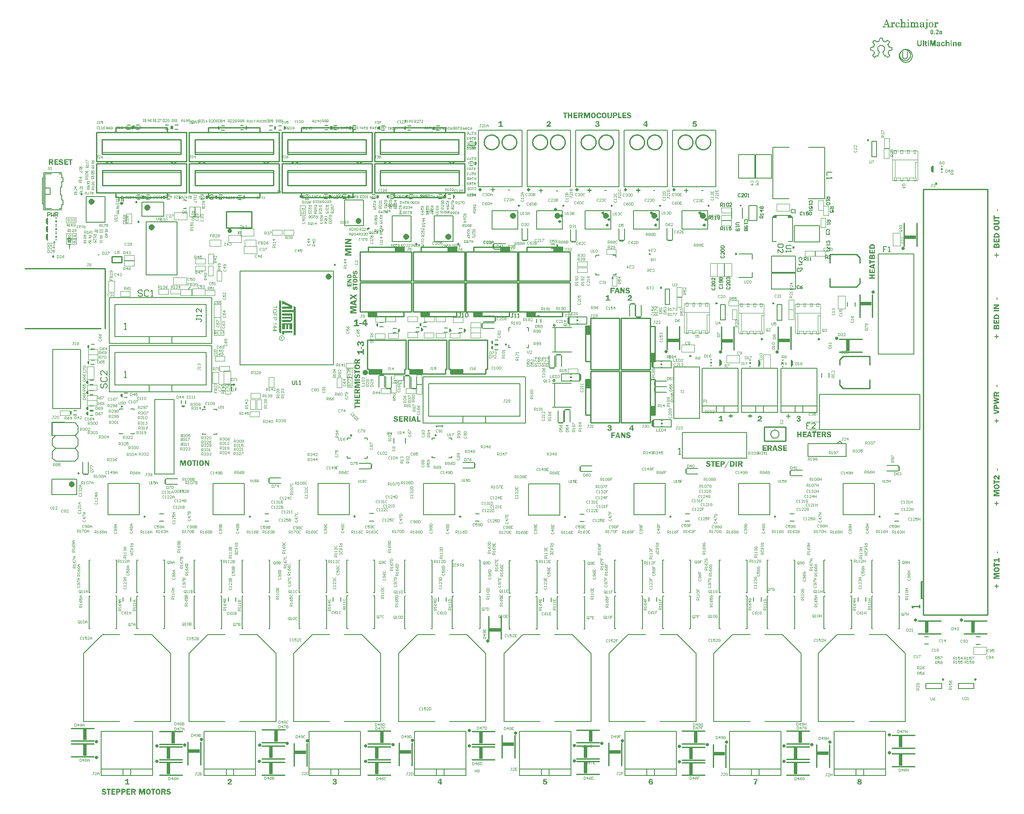
<source format=gto>
G04*
G04 #@! TF.GenerationSoftware,Altium Limited,Altium Designer,19.1.8 (144)*
G04*
G04 Layer_Color=65535*
%FSLAX25Y25*%
%MOIN*%
G70*
G01*
G75*
%ADD10C,0.00984*%
%ADD11C,0.00394*%
%ADD12C,0.01000*%
%ADD13C,0.02362*%
%ADD14C,0.01200*%
%ADD15C,0.00800*%
%ADD16C,0.00984*%
%ADD17C,0.00400*%
%ADD18C,0.00500*%
%ADD19C,0.02400*%
%ADD20C,0.01378*%
%ADD21C,0.02500*%
%ADD22C,0.03500*%
%ADD23C,0.00787*%
%ADD24C,0.00600*%
%ADD25C,0.00200*%
%ADD26C,0.00197*%
%ADD27C,0.00039*%
%ADD28C,0.00700*%
%ADD29R,0.01200X0.01190*%
%ADD30R,0.01200X0.00600*%
%ADD31R,0.01200X0.00590*%
%ADD32R,0.08790X0.02953*%
%ADD33R,0.02953X0.08790*%
G36*
X309323Y143876D02*
X302462D01*
Y147626D01*
X309323D01*
Y143876D01*
D02*
G37*
G36*
X268087D02*
X261227D01*
Y147626D01*
X268087D01*
Y143876D01*
D02*
G37*
G36*
X227037D02*
X220177D01*
Y147626D01*
X227037D01*
Y143876D01*
D02*
G37*
G36*
X185987D02*
X179127D01*
Y147626D01*
X185987D01*
Y143876D01*
D02*
G37*
G36*
X99406Y102172D02*
Y99810D01*
X91468D01*
Y101385D01*
X97006D01*
X92256Y103747D01*
Y102959D01*
X91468D01*
Y106109D01*
X99406Y102172D01*
D02*
G37*
G36*
X288683Y93626D02*
X281822D01*
Y97376D01*
X288683D01*
Y93626D01*
D02*
G37*
G36*
X247447D02*
X240587D01*
Y97376D01*
X247447D01*
Y93626D01*
D02*
G37*
G36*
X206397D02*
X199537D01*
Y97376D01*
X206397D01*
Y93626D01*
D02*
G37*
G36*
X165347D02*
X158487D01*
Y97376D01*
X165347D01*
Y93626D01*
D02*
G37*
G36*
X99406Y91148D02*
X99006Y90309D01*
X98606Y89909D01*
X97806Y89509D01*
X91468D01*
Y91148D01*
X98606D01*
Y91936D01*
X91468D01*
Y93511D01*
X98606D01*
Y94298D01*
X91468D01*
Y95873D01*
X99406D01*
Y91148D01*
D02*
G37*
G36*
Y83609D02*
X97006D01*
Y87509D01*
X96206D01*
Y83609D01*
X94706D01*
Y87509D01*
X93830D01*
Y83609D01*
X91468D01*
Y88309D01*
X99406D01*
Y83609D01*
D02*
G37*
G36*
X90681Y80509D02*
X89106Y81209D01*
Y106109D01*
X90681D01*
Y80509D01*
D02*
G37*
G36*
X331311Y79336D02*
X327561D01*
Y86196D01*
X331311D01*
Y79336D01*
D02*
G37*
G36*
X99406Y80909D02*
X93043D01*
Y79309D01*
X91468Y80109D01*
Y82409D01*
X99406D01*
Y80909D01*
D02*
G37*
G36*
X102106Y100991D02*
Y78909D01*
X100606D01*
Y97054D01*
X91468D01*
Y98629D01*
X100606D01*
Y101778D01*
X102106Y100991D01*
D02*
G37*
G36*
X381380Y58597D02*
X377630D01*
Y65458D01*
X381380D01*
Y58597D01*
D02*
G37*
G36*
X232592Y49026D02*
X222287D01*
Y52776D01*
X232592D01*
Y49026D01*
D02*
G37*
G36*
X201092D02*
X190787D01*
Y52776D01*
X201092D01*
Y49026D01*
D02*
G37*
G36*
X169392D02*
X159087D01*
Y52776D01*
X169392D01*
Y49026D01*
D02*
G37*
G36*
X331311Y37761D02*
X327561D01*
Y44621D01*
X331311D01*
Y37761D01*
D02*
G37*
G36*
X381380Y17121D02*
X377630D01*
Y23981D01*
X381380D01*
Y17121D01*
D02*
G37*
G36*
X34761Y-22687D02*
X33880D01*
X32151Y-19714D01*
Y-19717D01*
Y-19731D01*
Y-19752D01*
X32155Y-19772D01*
Y-19821D01*
X32158Y-19842D01*
Y-19859D01*
Y-19863D01*
X32162Y-19877D01*
Y-19901D01*
X32165Y-19925D01*
X32169Y-19956D01*
Y-19988D01*
X32172Y-20019D01*
Y-20050D01*
Y-22687D01*
X31367D01*
Y-18280D01*
X32478D01*
X33984Y-20879D01*
Y-20876D01*
Y-20873D01*
X33980Y-20862D01*
Y-20848D01*
X33977Y-20813D01*
X33973Y-20772D01*
X33970Y-20723D01*
X33966Y-20675D01*
X33963Y-20630D01*
Y-20588D01*
Y-18280D01*
X34761D01*
Y-22687D01*
D02*
G37*
G36*
X16883D02*
X15843D01*
Y-19096D01*
X14736Y-22687D01*
X14028D01*
X12945Y-19096D01*
Y-22687D01*
X12081D01*
Y-18280D01*
X13684D01*
X14458Y-20921D01*
X15267Y-18280D01*
X16883D01*
Y-22687D01*
D02*
G37*
G36*
X26256D02*
X25225D01*
Y-18280D01*
X26256D01*
Y-22687D01*
D02*
G37*
G36*
X24781Y-19151D02*
X23692D01*
Y-22687D01*
X22647D01*
Y-19151D01*
X21551D01*
Y-18280D01*
X24781D01*
Y-19151D01*
D02*
G37*
G36*
X28893Y-18218D02*
X28918D01*
X28949Y-18221D01*
X28983Y-18225D01*
X29060Y-18235D01*
X29147Y-18249D01*
X29247Y-18273D01*
X29351Y-18301D01*
X29462Y-18336D01*
X29577Y-18384D01*
X29691Y-18440D01*
X29806Y-18506D01*
X29920Y-18586D01*
X29976Y-18631D01*
X30028Y-18676D01*
X30080Y-18728D01*
X30128Y-18784D01*
X30177Y-18843D01*
X30222Y-18905D01*
Y-18909D01*
X30229Y-18912D01*
X30233Y-18922D01*
X30243Y-18936D01*
X30253Y-18954D01*
X30267Y-18974D01*
X30281Y-18999D01*
X30295Y-19026D01*
X30333Y-19092D01*
X30371Y-19169D01*
X30413Y-19259D01*
X30458Y-19360D01*
X30503Y-19474D01*
X30545Y-19595D01*
X30583Y-19724D01*
X30621Y-19863D01*
X30649Y-20008D01*
X30673Y-20161D01*
X30691Y-20321D01*
X30694Y-20484D01*
Y-20487D01*
Y-20494D01*
Y-20508D01*
Y-20526D01*
X30691Y-20550D01*
Y-20577D01*
Y-20609D01*
X30687Y-20643D01*
X30684Y-20682D01*
X30680Y-20727D01*
X30670Y-20820D01*
X30652Y-20928D01*
X30635Y-21046D01*
X30607Y-21171D01*
X30576Y-21299D01*
X30538Y-21435D01*
X30489Y-21570D01*
X30434Y-21705D01*
X30368Y-21841D01*
X30295Y-21972D01*
X30208Y-22101D01*
Y-22104D01*
X30201Y-22108D01*
X30187Y-22129D01*
X30156Y-22160D01*
X30118Y-22201D01*
X30070Y-22254D01*
X30007Y-22309D01*
X29934Y-22368D01*
X29851Y-22427D01*
X29757Y-22490D01*
X29653Y-22548D01*
X29535Y-22604D01*
X29410Y-22653D01*
X29271Y-22698D01*
X29122Y-22729D01*
X28966Y-22750D01*
X28883Y-22753D01*
X28796Y-22757D01*
X28758D01*
X28737Y-22753D01*
X28709D01*
X28681Y-22750D01*
X28650Y-22746D01*
X28574Y-22736D01*
X28487Y-22722D01*
X28394Y-22701D01*
X28289Y-22673D01*
X28182Y-22639D01*
X28067Y-22594D01*
X27953Y-22542D01*
X27838Y-22476D01*
X27727Y-22399D01*
X27616Y-22309D01*
X27564Y-22261D01*
X27516Y-22208D01*
X27463Y-22150D01*
X27418Y-22091D01*
Y-22087D01*
X27411Y-22084D01*
X27408Y-22073D01*
X27398Y-22059D01*
X27387Y-22042D01*
X27373Y-22021D01*
X27359Y-21997D01*
X27342Y-21972D01*
X27307Y-21907D01*
X27266Y-21830D01*
X27221Y-21740D01*
X27176Y-21636D01*
X27130Y-21525D01*
X27085Y-21400D01*
X27047Y-21268D01*
X27009Y-21126D01*
X26978Y-20973D01*
X26953Y-20813D01*
X26940Y-20647D01*
X26933Y-20473D01*
Y-20470D01*
Y-20463D01*
Y-20449D01*
Y-20432D01*
X26936Y-20407D01*
Y-20380D01*
X26940Y-20348D01*
Y-20314D01*
X26943Y-20272D01*
X26946Y-20231D01*
X26960Y-20133D01*
X26974Y-20026D01*
X26995Y-19911D01*
X27019Y-19786D01*
X27054Y-19658D01*
X27092Y-19523D01*
X27141Y-19387D01*
X27196Y-19252D01*
X27262Y-19117D01*
X27339Y-18988D01*
X27425Y-18863D01*
Y-18860D01*
X27432Y-18856D01*
X27450Y-18836D01*
X27477Y-18804D01*
X27516Y-18763D01*
X27568Y-18714D01*
X27630Y-18659D01*
X27703Y-18600D01*
X27786Y-18537D01*
X27880Y-18478D01*
X27984Y-18419D01*
X28102Y-18364D01*
X28227Y-18315D01*
X28362Y-18273D01*
X28508Y-18242D01*
X28664Y-18221D01*
X28747Y-18218D01*
X28831Y-18214D01*
X28872D01*
X28893Y-18218D01*
D02*
G37*
G36*
X19517D02*
X19542D01*
X19573Y-18221D01*
X19608Y-18225D01*
X19684Y-18235D01*
X19771Y-18249D01*
X19871Y-18273D01*
X19975Y-18301D01*
X20086Y-18336D01*
X20201Y-18384D01*
X20315Y-18440D01*
X20430Y-18506D01*
X20544Y-18586D01*
X20600Y-18631D01*
X20652Y-18676D01*
X20704Y-18728D01*
X20752Y-18784D01*
X20801Y-18843D01*
X20846Y-18905D01*
Y-18909D01*
X20853Y-18912D01*
X20857Y-18922D01*
X20867Y-18936D01*
X20877Y-18954D01*
X20891Y-18974D01*
X20905Y-18999D01*
X20919Y-19026D01*
X20957Y-19092D01*
X20995Y-19169D01*
X21037Y-19259D01*
X21082Y-19360D01*
X21127Y-19474D01*
X21169Y-19595D01*
X21207Y-19724D01*
X21245Y-19863D01*
X21273Y-20008D01*
X21297Y-20161D01*
X21315Y-20321D01*
X21318Y-20484D01*
Y-20487D01*
Y-20494D01*
Y-20508D01*
Y-20526D01*
X21315Y-20550D01*
Y-20577D01*
Y-20609D01*
X21311Y-20643D01*
X21308Y-20682D01*
X21304Y-20727D01*
X21294Y-20820D01*
X21276Y-20928D01*
X21259Y-21046D01*
X21231Y-21171D01*
X21200Y-21299D01*
X21162Y-21435D01*
X21113Y-21570D01*
X21058Y-21705D01*
X20992Y-21841D01*
X20919Y-21972D01*
X20832Y-22101D01*
Y-22104D01*
X20825Y-22108D01*
X20811Y-22129D01*
X20780Y-22160D01*
X20742Y-22201D01*
X20694Y-22254D01*
X20631Y-22309D01*
X20558Y-22368D01*
X20475Y-22427D01*
X20381Y-22490D01*
X20277Y-22548D01*
X20159Y-22604D01*
X20034Y-22653D01*
X19895Y-22698D01*
X19746Y-22729D01*
X19590Y-22750D01*
X19507Y-22753D01*
X19420Y-22757D01*
X19382D01*
X19361Y-22753D01*
X19333D01*
X19306Y-22750D01*
X19274Y-22746D01*
X19198Y-22736D01*
X19111Y-22722D01*
X19017Y-22701D01*
X18914Y-22673D01*
X18806Y-22639D01*
X18691Y-22594D01*
X18577Y-22542D01*
X18462Y-22476D01*
X18351Y-22399D01*
X18240Y-22309D01*
X18188Y-22261D01*
X18140Y-22208D01*
X18088Y-22150D01*
X18043Y-22091D01*
Y-22087D01*
X18035Y-22084D01*
X18032Y-22073D01*
X18022Y-22059D01*
X18011Y-22042D01*
X17997Y-22021D01*
X17984Y-21997D01*
X17966Y-21972D01*
X17931Y-21907D01*
X17890Y-21830D01*
X17845Y-21740D01*
X17800Y-21636D01*
X17754Y-21525D01*
X17709Y-21400D01*
X17671Y-21268D01*
X17633Y-21126D01*
X17602Y-20973D01*
X17578Y-20813D01*
X17564Y-20647D01*
X17557Y-20473D01*
Y-20470D01*
Y-20463D01*
Y-20449D01*
Y-20432D01*
X17560Y-20407D01*
Y-20380D01*
X17564Y-20348D01*
Y-20314D01*
X17567Y-20272D01*
X17571Y-20231D01*
X17584Y-20133D01*
X17598Y-20026D01*
X17619Y-19911D01*
X17643Y-19786D01*
X17678Y-19658D01*
X17716Y-19523D01*
X17765Y-19387D01*
X17820Y-19252D01*
X17886Y-19117D01*
X17963Y-18988D01*
X18049Y-18863D01*
Y-18860D01*
X18056Y-18856D01*
X18074Y-18836D01*
X18101Y-18804D01*
X18140Y-18763D01*
X18192Y-18714D01*
X18254Y-18659D01*
X18327Y-18600D01*
X18410Y-18537D01*
X18504Y-18478D01*
X18608Y-18419D01*
X18726Y-18364D01*
X18851Y-18315D01*
X18986Y-18273D01*
X19132Y-18242D01*
X19288Y-18221D01*
X19372Y-18218D01*
X19455Y-18214D01*
X19496D01*
X19517Y-18218D01*
D02*
G37*
G36*
X422950Y-18803D02*
X422981D01*
X423016Y-18807D01*
X423058Y-18810D01*
X423103Y-18817D01*
X423155Y-18824D01*
X423207Y-18831D01*
X423266Y-18841D01*
X423325Y-18855D01*
X423453Y-18886D01*
X423588Y-18928D01*
X423731Y-18984D01*
X423800Y-19018D01*
X423873Y-19053D01*
X423942Y-19091D01*
X424012Y-19136D01*
X424081Y-19185D01*
X424147Y-19237D01*
X424210Y-19296D01*
X424272Y-19355D01*
X424331Y-19424D01*
X424387Y-19494D01*
X424435Y-19573D01*
X424484Y-19653D01*
X424525Y-19744D01*
X424564Y-19837D01*
X423686Y-20129D01*
X423682Y-20122D01*
X423675Y-20108D01*
X423665Y-20080D01*
X423647Y-20049D01*
X423627Y-20007D01*
X423599Y-19966D01*
X423564Y-19917D01*
X423523Y-19868D01*
X423477Y-19820D01*
X423422Y-19771D01*
X423359Y-19730D01*
X423293Y-19688D01*
X423214Y-19657D01*
X423130Y-19629D01*
X423037Y-19615D01*
X422933Y-19608D01*
X422905D01*
X422877Y-19612D01*
X422839Y-19615D01*
X422790Y-19619D01*
X422738Y-19629D01*
X422683Y-19643D01*
X422627Y-19657D01*
X422572Y-19678D01*
X422516Y-19705D01*
X422464Y-19737D01*
X422419Y-19775D01*
X422377Y-19823D01*
X422350Y-19875D01*
X422329Y-19938D01*
X422325Y-19973D01*
X422322Y-20007D01*
Y-20014D01*
X422325Y-20031D01*
X422329Y-20063D01*
X422336Y-20098D01*
X422350Y-20143D01*
X422370Y-20184D01*
X422395Y-20229D01*
X422433Y-20274D01*
X422440Y-20278D01*
X422447Y-20285D01*
X422457Y-20292D01*
X422471Y-20302D01*
X422492Y-20313D01*
X422513Y-20326D01*
X422541Y-20340D01*
X422572Y-20354D01*
X422610Y-20368D01*
X422651Y-20385D01*
X422700Y-20403D01*
X422756Y-20417D01*
X422815Y-20434D01*
X422881Y-20451D01*
X422953Y-20465D01*
X422960D01*
X422971Y-20469D01*
X422985Y-20472D01*
X423019Y-20479D01*
X423065Y-20490D01*
X423120Y-20500D01*
X423182Y-20517D01*
X423252Y-20535D01*
X423328Y-20552D01*
X423408Y-20573D01*
X423491Y-20594D01*
X423654Y-20642D01*
X423731Y-20666D01*
X423807Y-20691D01*
X423876Y-20715D01*
X423939Y-20743D01*
X423942D01*
X423953Y-20750D01*
X423970Y-20757D01*
X423991Y-20771D01*
X424019Y-20785D01*
X424050Y-20802D01*
X424085Y-20826D01*
X424123Y-20850D01*
X424161Y-20882D01*
X424206Y-20913D01*
X424248Y-20951D01*
X424293Y-20989D01*
X424338Y-21034D01*
X424383Y-21083D01*
X424425Y-21135D01*
X424466Y-21191D01*
X424470Y-21194D01*
X424477Y-21204D01*
X424487Y-21222D01*
X424501Y-21242D01*
X424515Y-21274D01*
X424536Y-21308D01*
X424553Y-21347D01*
X424574Y-21392D01*
X424595Y-21440D01*
X424612Y-21492D01*
X424633Y-21548D01*
X424647Y-21610D01*
X424661Y-21673D01*
X424671Y-21739D01*
X424678Y-21808D01*
X424682Y-21878D01*
Y-21884D01*
Y-21905D01*
X424678Y-21937D01*
X424675Y-21978D01*
X424668Y-22030D01*
X424657Y-22089D01*
X424643Y-22155D01*
X424622Y-22231D01*
X424598Y-22308D01*
X424570Y-22391D01*
X424532Y-22478D01*
X424487Y-22565D01*
X424435Y-22651D01*
X424373Y-22738D01*
X424300Y-22825D01*
X424220Y-22908D01*
X424213Y-22912D01*
X424199Y-22926D01*
X424171Y-22950D01*
X424133Y-22974D01*
X424085Y-23009D01*
X424029Y-23047D01*
X423956Y-23085D01*
X423876Y-23123D01*
X423786Y-23165D01*
X423686Y-23203D01*
X423574Y-23241D01*
X423453Y-23272D01*
X423318Y-23300D01*
X423175Y-23325D01*
X423019Y-23338D01*
X422856Y-23342D01*
X422825D01*
X422790Y-23338D01*
X422742D01*
X422686Y-23332D01*
X422617Y-23325D01*
X422541Y-23318D01*
X422457Y-23304D01*
X422370Y-23286D01*
X422277Y-23266D01*
X422183Y-23241D01*
X422086Y-23213D01*
X421989Y-23179D01*
X421892Y-23137D01*
X421794Y-23089D01*
X421704Y-23036D01*
X421697Y-23033D01*
X421683Y-23023D01*
X421659Y-23005D01*
X421628Y-22977D01*
X421590Y-22946D01*
X421545Y-22908D01*
X421499Y-22860D01*
X421447Y-22807D01*
X421395Y-22745D01*
X421343Y-22676D01*
X421291Y-22603D01*
X421239Y-22520D01*
X421194Y-22429D01*
X421149Y-22336D01*
X421111Y-22231D01*
X421080Y-22120D01*
X422034Y-21902D01*
X422037Y-21909D01*
X422041Y-21930D01*
X422055Y-21957D01*
X422072Y-21999D01*
X422093Y-22044D01*
X422124Y-22096D01*
X422159Y-22152D01*
X422207Y-22211D01*
X422259Y-22270D01*
X422322Y-22325D01*
X422395Y-22377D01*
X422478Y-22422D01*
X422572Y-22464D01*
X422679Y-22492D01*
X422797Y-22513D01*
X422863Y-22516D01*
X422929Y-22520D01*
X422964D01*
X422988Y-22516D01*
X423016D01*
X423051Y-22513D01*
X423089Y-22509D01*
X423127Y-22502D01*
X423214Y-22485D01*
X423300Y-22464D01*
X423384Y-22429D01*
X423422Y-22409D01*
X423457Y-22384D01*
X423460D01*
X423463Y-22377D01*
X423484Y-22360D01*
X423512Y-22329D01*
X423547Y-22290D01*
X423578Y-22242D01*
X423606Y-22186D01*
X423627Y-22127D01*
X423630Y-22093D01*
X423633Y-22058D01*
Y-22054D01*
Y-22051D01*
Y-22041D01*
X423630Y-22027D01*
X423627Y-21992D01*
X423613Y-21947D01*
X423595Y-21898D01*
X423568Y-21850D01*
X423526Y-21801D01*
X423502Y-21777D01*
X423474Y-21756D01*
X423470D01*
X423467Y-21753D01*
X423457Y-21746D01*
X423443Y-21739D01*
X423422Y-21728D01*
X423401Y-21718D01*
X423370Y-21704D01*
X423339Y-21690D01*
X423300Y-21676D01*
X423255Y-21659D01*
X423203Y-21642D01*
X423148Y-21624D01*
X423089Y-21607D01*
X423019Y-21589D01*
X422943Y-21572D01*
X422863Y-21555D01*
X422860D01*
X422853Y-21551D01*
X422842D01*
X422825Y-21548D01*
X422808Y-21541D01*
X422783Y-21538D01*
X422756Y-21531D01*
X422728Y-21524D01*
X422658Y-21506D01*
X422579Y-21486D01*
X422492Y-21458D01*
X422398Y-21430D01*
X422301Y-21399D01*
X422200Y-21364D01*
X422103Y-21322D01*
X422003Y-21281D01*
X421909Y-21236D01*
X421819Y-21187D01*
X421739Y-21135D01*
X421666Y-21080D01*
X421663Y-21076D01*
X421652Y-21066D01*
X421635Y-21048D01*
X421610Y-21024D01*
X421583Y-20993D01*
X421552Y-20955D01*
X421520Y-20909D01*
X421489Y-20857D01*
X421454Y-20798D01*
X421423Y-20732D01*
X421392Y-20660D01*
X421364Y-20580D01*
X421343Y-20493D01*
X421322Y-20403D01*
X421312Y-20302D01*
X421309Y-20198D01*
Y-20191D01*
Y-20170D01*
X421312Y-20143D01*
X421316Y-20101D01*
X421322Y-20049D01*
X421333Y-19990D01*
X421343Y-19924D01*
X421361Y-19851D01*
X421385Y-19775D01*
X421413Y-19695D01*
X421447Y-19615D01*
X421489Y-19532D01*
X421538Y-19445D01*
X421593Y-19365D01*
X421659Y-19282D01*
X421735Y-19206D01*
X421739Y-19202D01*
X421756Y-19188D01*
X421781Y-19168D01*
X421815Y-19143D01*
X421857Y-19112D01*
X421909Y-19077D01*
X421971Y-19039D01*
X422041Y-19001D01*
X422121Y-18966D01*
X422207Y-18928D01*
X422301Y-18893D01*
X422405Y-18862D01*
X422516Y-18838D01*
X422634Y-18817D01*
X422763Y-18803D01*
X422894Y-18800D01*
X422926D01*
X422950Y-18803D01*
D02*
G37*
G36*
X448107Y-18869D02*
X448152D01*
X448205Y-18872D01*
X448264Y-18876D01*
X448326Y-18880D01*
X448395Y-18886D01*
X448465Y-18897D01*
X448607Y-18918D01*
X448749Y-18949D01*
X448815Y-18970D01*
X448878Y-18991D01*
X448881D01*
X448892Y-18997D01*
X448909Y-19004D01*
X448933Y-19015D01*
X448961Y-19029D01*
X448992Y-19046D01*
X449027Y-19070D01*
X449069Y-19095D01*
X449110Y-19122D01*
X449152Y-19157D01*
X449197Y-19195D01*
X449242Y-19237D01*
X449287Y-19282D01*
X449332Y-19334D01*
X449374Y-19390D01*
X449416Y-19449D01*
X449419Y-19452D01*
X449426Y-19462D01*
X449436Y-19483D01*
X449450Y-19508D01*
X449464Y-19539D01*
X449485Y-19577D01*
X449502Y-19619D01*
X449523Y-19667D01*
X449544Y-19719D01*
X449561Y-19775D01*
X449582Y-19837D01*
X449596Y-19900D01*
X449610Y-19969D01*
X449620Y-20039D01*
X449627Y-20111D01*
X449631Y-20188D01*
Y-20191D01*
Y-20198D01*
Y-20209D01*
Y-20222D01*
X449627Y-20240D01*
Y-20264D01*
X449620Y-20316D01*
X449607Y-20382D01*
X449589Y-20458D01*
X449568Y-20538D01*
X449537Y-20628D01*
X449495Y-20722D01*
X449443Y-20816D01*
X449384Y-20909D01*
X449308Y-21003D01*
X449266Y-21052D01*
X449221Y-21093D01*
X449173Y-21138D01*
X449121Y-21180D01*
X449062Y-21222D01*
X449003Y-21260D01*
X448937Y-21295D01*
X448867Y-21329D01*
X449679Y-23272D01*
X448541Y-23272D01*
X447861Y-21527D01*
X447125D01*
Y-23272D01*
X446084D01*
Y-18866D01*
X448069D01*
X448107Y-18869D01*
D02*
G37*
G36*
X445200Y-23272D02*
X444169D01*
Y-18866D01*
X445200D01*
Y-23272D01*
D02*
G37*
G36*
X441362Y-18869D02*
X441431Y-18872D01*
X441507Y-18876D01*
X441594Y-18883D01*
X441688Y-18893D01*
X441785Y-18907D01*
X441886Y-18921D01*
X441990Y-18938D01*
X442091Y-18963D01*
X442188Y-18987D01*
X442285Y-19018D01*
X442372Y-19053D01*
X442451Y-19095D01*
X442455Y-19098D01*
X442469Y-19105D01*
X442489Y-19119D01*
X442521Y-19136D01*
X442555Y-19164D01*
X442597Y-19192D01*
X442642Y-19230D01*
X442694Y-19272D01*
X442746Y-19317D01*
X442805Y-19372D01*
X442864Y-19431D01*
X442927Y-19497D01*
X442989Y-19567D01*
X443052Y-19643D01*
X443114Y-19726D01*
X443173Y-19816D01*
X443177Y-19823D01*
X443187Y-19837D01*
X443204Y-19865D01*
X443225Y-19903D01*
X443249Y-19952D01*
X443274Y-20011D01*
X443305Y-20077D01*
X443336Y-20156D01*
X443364Y-20240D01*
X443395Y-20333D01*
X443420Y-20437D01*
X443447Y-20545D01*
X443465Y-20663D01*
X443482Y-20788D01*
X443492Y-20920D01*
X443496Y-21059D01*
Y-21062D01*
Y-21069D01*
Y-21083D01*
Y-21100D01*
X443492Y-21125D01*
Y-21149D01*
X443489Y-21180D01*
Y-21215D01*
X443482Y-21256D01*
X443478Y-21298D01*
X443468Y-21392D01*
X443451Y-21496D01*
X443426Y-21610D01*
X443395Y-21732D01*
X443361Y-21860D01*
X443315Y-21992D01*
X443260Y-22127D01*
X443197Y-22259D01*
X443121Y-22391D01*
X443034Y-22520D01*
X442937Y-22641D01*
X442930Y-22648D01*
X442913Y-22669D01*
X442878Y-22700D01*
X442833Y-22738D01*
X442777Y-22787D01*
X442708Y-22842D01*
X442628Y-22898D01*
X442535Y-22957D01*
X442430Y-23016D01*
X442316Y-23071D01*
X442188Y-23127D01*
X442052Y-23175D01*
X441903Y-23213D01*
X441744Y-23245D01*
X441577Y-23266D01*
X441487Y-23269D01*
X441397Y-23272D01*
X439884D01*
Y-18866D01*
X441306D01*
X441362Y-18869D01*
D02*
G37*
G36*
X434189D02*
X434234D01*
X434293Y-18872D01*
X434352Y-18876D01*
X434422Y-18880D01*
X434491Y-18886D01*
X434564Y-18897D01*
X434710Y-18918D01*
X434783Y-18932D01*
X434852Y-18949D01*
X434918Y-18970D01*
X434980Y-18991D01*
X434984D01*
X434994Y-18997D01*
X435012Y-19004D01*
X435033Y-19015D01*
X435060Y-19029D01*
X435091Y-19046D01*
X435126Y-19067D01*
X435164Y-19095D01*
X435206Y-19122D01*
X435251Y-19154D01*
X435296Y-19192D01*
X435345Y-19233D01*
X435390Y-19278D01*
X435438Y-19327D01*
X435487Y-19379D01*
X435532Y-19438D01*
X435536Y-19442D01*
X435543Y-19452D01*
X435553Y-19469D01*
X435570Y-19494D01*
X435588Y-19525D01*
X435608Y-19563D01*
X435633Y-19608D01*
X435654Y-19657D01*
X435678Y-19709D01*
X435699Y-19771D01*
X435719Y-19834D01*
X435737Y-19903D01*
X435754Y-19976D01*
X435765Y-20056D01*
X435772Y-20136D01*
X435775Y-20222D01*
Y-20226D01*
Y-20236D01*
Y-20254D01*
X435772Y-20278D01*
Y-20309D01*
X435768Y-20340D01*
X435765Y-20382D01*
X435758Y-20424D01*
X435751Y-20472D01*
X435744Y-20521D01*
X435719Y-20628D01*
X435688Y-20743D01*
X435643Y-20861D01*
Y-20864D01*
X435636Y-20875D01*
X435629Y-20892D01*
X435619Y-20913D01*
X435605Y-20937D01*
X435591Y-20968D01*
X435549Y-21038D01*
X435498Y-21114D01*
X435435Y-21197D01*
X435362Y-21274D01*
X435279Y-21347D01*
X435275Y-21350D01*
X435268Y-21354D01*
X435255Y-21364D01*
X435237Y-21374D01*
X435216Y-21388D01*
X435192Y-21406D01*
X435133Y-21444D01*
X435064Y-21482D01*
X434987Y-21520D01*
X434904Y-21555D01*
X434821Y-21583D01*
X434817D01*
X434810Y-21586D01*
X434796D01*
X434779Y-21589D01*
X434755Y-21597D01*
X434727Y-21600D01*
X434692Y-21603D01*
X434654Y-21610D01*
X434606Y-21614D01*
X434557Y-21621D01*
X434498Y-21624D01*
X434439Y-21628D01*
X434370Y-21631D01*
X434297Y-21635D01*
X434217Y-21638D01*
X433405D01*
Y-23272D01*
X432357D01*
Y-18866D01*
X434148D01*
X434189Y-18869D01*
D02*
G37*
G36*
X431740Y-19705D02*
X429637D01*
Y-20611D01*
X431292D01*
Y-21440D01*
X429637D01*
Y-22401D01*
X431740D01*
Y-23272D01*
X428589D01*
Y-18866D01*
X431740D01*
Y-19705D01*
D02*
G37*
G36*
X428145Y-19737D02*
X427055D01*
Y-23272D01*
X426011D01*
Y-19737D01*
X424914D01*
Y-18866D01*
X428145D01*
Y-19737D01*
D02*
G37*
G36*
X436126Y-24373D02*
X435473D01*
X438617Y-18866D01*
X439269D01*
X436126Y-24373D01*
D02*
G37*
G36*
X485474Y16320D02*
X486799D01*
Y15616D01*
X485474D01*
Y14336D01*
X484766D01*
Y15616D01*
X483437D01*
Y16320D01*
X484766D01*
Y17601D01*
X485474D01*
Y16320D01*
D02*
G37*
G36*
X455946Y16517D02*
X457272D01*
Y15813D01*
X455946D01*
Y14533D01*
X455238D01*
Y15813D01*
X453909D01*
Y16517D01*
X455238D01*
Y17798D01*
X455946D01*
Y16517D01*
D02*
G37*
G36*
X440887D02*
X442213D01*
Y15813D01*
X440887D01*
Y14533D01*
X440179D01*
Y15813D01*
X438850D01*
Y16517D01*
X440179D01*
Y17798D01*
X440887D01*
Y16517D01*
D02*
G37*
G36*
X378388Y-266234D02*
X378433Y-266238D01*
X378488Y-266241D01*
X378551Y-266248D01*
X378624Y-266259D01*
X378700Y-266272D01*
X378780Y-266293D01*
X378863Y-266314D01*
X378950Y-266342D01*
X379037Y-266377D01*
X379123Y-266415D01*
X379210Y-266460D01*
X379290Y-266515D01*
X379366Y-266574D01*
X379370Y-266578D01*
X379384Y-266588D01*
X379404Y-266609D01*
X379429Y-266637D01*
X379460Y-266668D01*
X379498Y-266710D01*
X379536Y-266755D01*
X379578Y-266807D01*
X379620Y-266866D01*
X379661Y-266928D01*
X379703Y-266998D01*
X379741Y-267071D01*
X379779Y-267150D01*
X379810Y-267234D01*
X379838Y-267320D01*
X379859Y-267411D01*
X378971Y-267647D01*
Y-267643D01*
Y-267640D01*
X378967Y-267629D01*
X378964Y-267619D01*
X378957Y-267584D01*
X378943Y-267539D01*
X378926Y-267491D01*
X378901Y-267431D01*
X378873Y-267372D01*
X378839Y-267307D01*
X378801Y-267244D01*
X378752Y-267185D01*
X378700Y-267126D01*
X378638Y-267074D01*
X378568Y-267033D01*
X378492Y-266998D01*
X378450Y-266987D01*
X378405Y-266977D01*
X378360Y-266973D01*
X378311Y-266970D01*
X378294D01*
X378277Y-266973D01*
X378242Y-266980D01*
X378190Y-266994D01*
X378134Y-267015D01*
X378068Y-267046D01*
X378034Y-267071D01*
X377999Y-267095D01*
X377961Y-267123D01*
X377926Y-267154D01*
X377891Y-267192D01*
X377853Y-267234D01*
X377819Y-267279D01*
X377784Y-267331D01*
X377753Y-267386D01*
X377722Y-267449D01*
X377690Y-267518D01*
X377662Y-267595D01*
X377635Y-267674D01*
X377614Y-267761D01*
X377593Y-267858D01*
X377576Y-267959D01*
X377562Y-268070D01*
X377552Y-268188D01*
X377544Y-268313D01*
X377541Y-268448D01*
X377544Y-268441D01*
X377555Y-268427D01*
X377576Y-268400D01*
X377600Y-268368D01*
X377635Y-268330D01*
X377676Y-268285D01*
X377725Y-268240D01*
X377781Y-268191D01*
X377846Y-268146D01*
X377919Y-268098D01*
X377999Y-268056D01*
X378089Y-268018D01*
X378186Y-267987D01*
X378291Y-267959D01*
X378405Y-267945D01*
X378526Y-267938D01*
X378554D01*
X378586Y-267942D01*
X378631Y-267945D01*
X378683Y-267952D01*
X378742Y-267959D01*
X378811Y-267973D01*
X378884Y-267987D01*
X378964Y-268011D01*
X379044Y-268035D01*
X379127Y-268070D01*
X379210Y-268108D01*
X379297Y-268153D01*
X379377Y-268209D01*
X379456Y-268271D01*
X379533Y-268341D01*
X379536Y-268344D01*
X379550Y-268358D01*
X379568Y-268382D01*
X379595Y-268413D01*
X379623Y-268452D01*
X379658Y-268497D01*
X379693Y-268549D01*
X379731Y-268611D01*
X379765Y-268677D01*
X379800Y-268750D01*
X379835Y-268827D01*
X379862Y-268910D01*
X379890Y-269000D01*
X379908Y-269094D01*
X379922Y-269191D01*
X379925Y-269291D01*
Y-269298D01*
Y-269316D01*
X379922Y-269347D01*
X379918Y-269389D01*
X379911Y-269441D01*
X379901Y-269500D01*
X379890Y-269569D01*
X379869Y-269642D01*
X379849Y-269718D01*
X379821Y-269801D01*
X379783Y-269888D01*
X379741Y-269975D01*
X379693Y-270065D01*
X379633Y-270152D01*
X379568Y-270239D01*
X379491Y-270325D01*
X379488Y-270329D01*
X379470Y-270346D01*
X379446Y-270367D01*
X379411Y-270395D01*
X379370Y-270430D01*
X379318Y-270468D01*
X379255Y-270506D01*
X379186Y-270548D01*
X379110Y-270589D01*
X379023Y-270631D01*
X378929Y-270669D01*
X378825Y-270704D01*
X378714Y-270731D01*
X378599Y-270752D01*
X378474Y-270770D01*
X378343Y-270773D01*
X378311D01*
X378273Y-270770D01*
X378225Y-270766D01*
X378166Y-270763D01*
X378096Y-270752D01*
X378020Y-270742D01*
X377937Y-270728D01*
X377846Y-270707D01*
X377756Y-270683D01*
X377662Y-270655D01*
X377569Y-270620D01*
X377475Y-270579D01*
X377385Y-270530D01*
X377298Y-270471D01*
X377218Y-270409D01*
X377215Y-270405D01*
X377201Y-270391D01*
X377180Y-270371D01*
X377152Y-270343D01*
X377118Y-270308D01*
X377080Y-270267D01*
X377041Y-270218D01*
X376996Y-270162D01*
X376951Y-270103D01*
X376903Y-270038D01*
X376857Y-269965D01*
X376812Y-269888D01*
X376767Y-269809D01*
X376729Y-269722D01*
X376694Y-269635D01*
X376663Y-269541D01*
Y-269534D01*
X376656Y-269517D01*
X376649Y-269493D01*
X376639Y-269455D01*
X376628Y-269409D01*
X376618Y-269357D01*
X376604Y-269298D01*
X376590Y-269229D01*
X376576Y-269160D01*
X376562Y-269080D01*
X376552Y-269000D01*
X376542Y-268917D01*
X376524Y-268740D01*
X376517Y-268563D01*
Y-268559D01*
Y-268552D01*
Y-268538D01*
Y-268518D01*
X376521Y-268493D01*
Y-268466D01*
Y-268431D01*
X376524Y-268393D01*
X376528Y-268351D01*
X376531Y-268306D01*
X376542Y-268209D01*
X376556Y-268094D01*
X376573Y-267973D01*
X376597Y-267845D01*
X376628Y-267709D01*
X376667Y-267570D01*
X376708Y-267428D01*
X376760Y-267289D01*
X376823Y-267150D01*
X376892Y-267019D01*
X376972Y-266890D01*
Y-266887D01*
X376979Y-266883D01*
X376993Y-266862D01*
X377021Y-266828D01*
X377059Y-266786D01*
X377107Y-266738D01*
X377163Y-266682D01*
X377232Y-266623D01*
X377312Y-266561D01*
X377402Y-266498D01*
X377503Y-266439D01*
X377614Y-266384D01*
X377735Y-266335D01*
X377867Y-266293D01*
X378010Y-266259D01*
X378162Y-266238D01*
X378242Y-266234D01*
X378325Y-266231D01*
X378353D01*
X378388Y-266234D01*
D02*
G37*
G36*
X461273Y-267015D02*
X461270Y-267019D01*
X461259Y-267029D01*
X461242Y-267050D01*
X461221Y-267074D01*
X461193Y-267109D01*
X461159Y-267150D01*
X461120Y-267199D01*
X461079Y-267258D01*
X461030Y-267324D01*
X460978Y-267397D01*
X460926Y-267477D01*
X460867Y-267567D01*
X460808Y-267660D01*
X460746Y-267768D01*
X460680Y-267879D01*
X460614Y-268001D01*
Y-268004D01*
X460610Y-268007D01*
X460603Y-268018D01*
X460600Y-268032D01*
X460579Y-268067D01*
X460555Y-268115D01*
X460527Y-268174D01*
X460496Y-268244D01*
X460458Y-268323D01*
X460419Y-268413D01*
X460381Y-268511D01*
X460340Y-268611D01*
X460301Y-268719D01*
X460263Y-268833D01*
X460225Y-268948D01*
X460194Y-269066D01*
X460163Y-269184D01*
X460138Y-269305D01*
Y-269312D01*
X460135Y-269333D01*
X460128Y-269368D01*
X460121Y-269409D01*
X460111Y-269465D01*
X460104Y-269527D01*
X460093Y-269593D01*
X460083Y-269670D01*
X460069Y-269749D01*
X460059Y-269829D01*
X460041Y-269999D01*
X460034Y-270083D01*
X460027Y-270162D01*
X460024Y-270242D01*
Y-270315D01*
Y-270319D01*
Y-270336D01*
Y-270360D01*
Y-270398D01*
X460027Y-270444D01*
Y-270499D01*
X460031Y-270562D01*
X460034Y-270638D01*
X458854D01*
Y-270631D01*
Y-270614D01*
Y-270586D01*
X458858Y-270551D01*
Y-270506D01*
X458861Y-270450D01*
X458865Y-270391D01*
X458868Y-270325D01*
X458875Y-270256D01*
X458882Y-270180D01*
X458896Y-270020D01*
X458920Y-269857D01*
X458948Y-269694D01*
Y-269690D01*
X458952Y-269673D01*
X458959Y-269649D01*
X458965Y-269618D01*
X458976Y-269576D01*
X458990Y-269527D01*
X459007Y-269472D01*
X459024Y-269409D01*
X459045Y-269340D01*
X459070Y-269267D01*
X459097Y-269184D01*
X459129Y-269101D01*
X459163Y-269010D01*
X459198Y-268913D01*
X459240Y-268816D01*
X459285Y-268715D01*
X459288Y-268708D01*
X459295Y-268691D01*
X459309Y-268663D01*
X459326Y-268625D01*
X459351Y-268577D01*
X459378Y-268521D01*
X459406Y-268462D01*
X459441Y-268396D01*
X459479Y-268323D01*
X459517Y-268250D01*
X459600Y-268098D01*
X459691Y-267949D01*
X459739Y-267876D01*
X459784Y-267806D01*
X459788Y-267803D01*
X459795Y-267789D01*
X459809Y-267772D01*
X459830Y-267744D01*
X459854Y-267713D01*
X459882Y-267678D01*
X459913Y-267636D01*
X459951Y-267588D01*
X459989Y-267539D01*
X460034Y-267487D01*
X460128Y-267376D01*
X460236Y-267258D01*
X460347Y-267140D01*
X458112D01*
X458188Y-266231D01*
X461273D01*
Y-267015D01*
D02*
G37*
G36*
X540646Y-266234D02*
X540698D01*
X540757Y-266241D01*
X540830Y-266248D01*
X540909Y-266259D01*
X540993Y-266272D01*
X541086Y-266290D01*
X541180Y-266311D01*
X541274Y-266338D01*
X541371Y-266370D01*
X541468Y-266408D01*
X541558Y-266453D01*
X541649Y-266502D01*
X541732Y-266561D01*
X541735Y-266564D01*
X541749Y-266574D01*
X541770Y-266595D01*
X541798Y-266619D01*
X541832Y-266651D01*
X541867Y-266692D01*
X541905Y-266738D01*
X541947Y-266790D01*
X541989Y-266845D01*
X542027Y-266908D01*
X542062Y-266977D01*
X542096Y-267050D01*
X542124Y-267130D01*
X542145Y-267213D01*
X542159Y-267300D01*
X542162Y-267393D01*
Y-267397D01*
Y-267400D01*
Y-267421D01*
X542159Y-267456D01*
X542152Y-267497D01*
X542141Y-267549D01*
X542128Y-267612D01*
X542107Y-267678D01*
X542079Y-267751D01*
X542044Y-267827D01*
X541999Y-267903D01*
X541947Y-267980D01*
X541881Y-268056D01*
X541805Y-268132D01*
X541714Y-268202D01*
X541666Y-268237D01*
X541614Y-268268D01*
X541555Y-268299D01*
X541496Y-268327D01*
X541499D01*
X541506Y-268330D01*
X541517Y-268337D01*
X541531Y-268344D01*
X541551Y-268351D01*
X541572Y-268361D01*
X541624Y-268393D01*
X541687Y-268427D01*
X541756Y-268473D01*
X541829Y-268528D01*
X541905Y-268590D01*
X541982Y-268660D01*
X542055Y-268740D01*
X542124Y-268830D01*
X542186Y-268927D01*
X542239Y-269035D01*
X542263Y-269094D01*
X542280Y-269153D01*
X542294Y-269215D01*
X542304Y-269278D01*
X542311Y-269343D01*
X542315Y-269413D01*
Y-269420D01*
Y-269441D01*
X542311Y-269468D01*
X542308Y-269510D01*
X542301Y-269562D01*
X542290Y-269621D01*
X542277Y-269687D01*
X542256Y-269756D01*
X542232Y-269833D01*
X542200Y-269913D01*
X542162Y-269992D01*
X542117Y-270076D01*
X542065Y-270159D01*
X542002Y-270239D01*
X541930Y-270319D01*
X541846Y-270391D01*
X541840Y-270395D01*
X541826Y-270409D01*
X541798Y-270426D01*
X541760Y-270450D01*
X541711Y-270478D01*
X541652Y-270513D01*
X541583Y-270548D01*
X541503Y-270582D01*
X541413Y-270617D01*
X541312Y-270652D01*
X541201Y-270683D01*
X541080Y-270714D01*
X540948Y-270738D01*
X540809Y-270756D01*
X540656Y-270770D01*
X540497Y-270773D01*
X540441D01*
X540420Y-270770D01*
X540365Y-270766D01*
X540295Y-270763D01*
X540215Y-270756D01*
X540129Y-270745D01*
X540035Y-270728D01*
X539938Y-270711D01*
X539837Y-270686D01*
X539733Y-270659D01*
X539629Y-270624D01*
X539528Y-270586D01*
X539428Y-270537D01*
X539338Y-270485D01*
X539251Y-270423D01*
X539247Y-270419D01*
X539233Y-270405D01*
X539213Y-270388D01*
X539185Y-270360D01*
X539150Y-270322D01*
X539115Y-270280D01*
X539077Y-270232D01*
X539036Y-270176D01*
X538994Y-270114D01*
X538956Y-270044D01*
X538921Y-269972D01*
X538886Y-269892D01*
X538859Y-269805D01*
X538838Y-269715D01*
X538824Y-269618D01*
X538821Y-269517D01*
Y-269514D01*
Y-269510D01*
Y-269500D01*
Y-269486D01*
X538828Y-269451D01*
X538834Y-269403D01*
X538845Y-269347D01*
X538862Y-269281D01*
X538886Y-269212D01*
X538918Y-269135D01*
X538959Y-269056D01*
X539011Y-268972D01*
X539077Y-268889D01*
X539154Y-268809D01*
X539195Y-268771D01*
X539244Y-268733D01*
X539292Y-268695D01*
X539348Y-268660D01*
X539407Y-268625D01*
X539469Y-268594D01*
X539535Y-268563D01*
X539608Y-268535D01*
X539601Y-268531D01*
X539580Y-268518D01*
X539549Y-268497D01*
X539508Y-268469D01*
X539459Y-268434D01*
X539407Y-268389D01*
X539348Y-268337D01*
X539289Y-268278D01*
X539230Y-268209D01*
X539171Y-268136D01*
X539119Y-268053D01*
X539070Y-267962D01*
X539029Y-267865D01*
X538998Y-267761D01*
X538977Y-267650D01*
X538973Y-267591D01*
X538970Y-267532D01*
Y-267525D01*
Y-267508D01*
X538973Y-267480D01*
X538977Y-267442D01*
X538984Y-267397D01*
X538991Y-267341D01*
X539005Y-267282D01*
X539022Y-267216D01*
X539046Y-267144D01*
X539074Y-267071D01*
X539109Y-266994D01*
X539150Y-266918D01*
X539195Y-266838D01*
X539254Y-266762D01*
X539320Y-266686D01*
X539393Y-266613D01*
X539397Y-266609D01*
X539414Y-266595D01*
X539438Y-266578D01*
X539473Y-266554D01*
X539514Y-266522D01*
X539567Y-266491D01*
X539629Y-266456D01*
X539699Y-266422D01*
X539778Y-266387D01*
X539868Y-266352D01*
X539966Y-266318D01*
X540070Y-266290D01*
X540184Y-266266D01*
X540309Y-266248D01*
X540438Y-266234D01*
X540576Y-266231D01*
X540625D01*
X540646Y-266234D01*
D02*
G37*
G36*
X-28318Y-269895D02*
X-27097D01*
Y-270704D01*
X-30668D01*
Y-269895D01*
X-29332D01*
Y-267379D01*
X-29335D01*
X-29342Y-267386D01*
X-29353Y-267390D01*
X-29366Y-267400D01*
X-29384Y-267411D01*
X-29408Y-267425D01*
X-29460Y-267456D01*
X-29526Y-267497D01*
X-29602Y-267539D01*
X-29689Y-267588D01*
X-29779Y-267640D01*
X-29877Y-267695D01*
X-29977Y-267751D01*
X-30182Y-267858D01*
X-30283Y-267910D01*
X-30380Y-267955D01*
X-30470Y-267997D01*
X-30557Y-268035D01*
Y-267130D01*
X-30553D01*
X-30543Y-267126D01*
X-30529Y-267119D01*
X-30508Y-267116D01*
X-30480Y-267105D01*
X-30449Y-267095D01*
X-30414Y-267081D01*
X-30373Y-267067D01*
X-30328Y-267053D01*
X-30283Y-267036D01*
X-30178Y-266994D01*
X-30064Y-266946D01*
X-29942Y-266894D01*
X-29818Y-266831D01*
X-29693Y-266765D01*
X-29568Y-266689D01*
X-29450Y-266609D01*
X-29335Y-266522D01*
X-29231Y-266432D01*
X-29186Y-266384D01*
X-29141Y-266335D01*
X-29103Y-266283D01*
X-29068Y-266231D01*
X-28318D01*
Y-269895D01*
D02*
G37*
G36*
X50833Y-266234D02*
X50885Y-266238D01*
X50951Y-266245D01*
X51028Y-266252D01*
X51111Y-266266D01*
X51201Y-266283D01*
X51295Y-266304D01*
X51392Y-266332D01*
X51493Y-266366D01*
X51593Y-266404D01*
X51691Y-266453D01*
X51784Y-266509D01*
X51871Y-266571D01*
X51954Y-266644D01*
X51958Y-266647D01*
X51972Y-266661D01*
X51992Y-266686D01*
X52020Y-266717D01*
X52051Y-266755D01*
X52086Y-266804D01*
X52124Y-266859D01*
X52166Y-266918D01*
X52204Y-266987D01*
X52242Y-267060D01*
X52277Y-267144D01*
X52308Y-267227D01*
X52336Y-267320D01*
X52357Y-267414D01*
X52371Y-267515D01*
X52374Y-267619D01*
Y-267626D01*
Y-267647D01*
X52371Y-267678D01*
X52367Y-267720D01*
X52360Y-267768D01*
X52350Y-267831D01*
X52336Y-267897D01*
X52319Y-267973D01*
X52298Y-268049D01*
X52267Y-268136D01*
X52232Y-268223D01*
X52190Y-268313D01*
X52138Y-268403D01*
X52083Y-268493D01*
X52013Y-268584D01*
X51937Y-268670D01*
X51933Y-268677D01*
X51916Y-268691D01*
X51888Y-268719D01*
X51850Y-268754D01*
X51798Y-268799D01*
X51736Y-268854D01*
X51659Y-268917D01*
X51573Y-268986D01*
X51521Y-269028D01*
X51468Y-269066D01*
X51413Y-269111D01*
X51350Y-269156D01*
X51288Y-269201D01*
X51219Y-269250D01*
X51149Y-269302D01*
X51073Y-269354D01*
X50993Y-269406D01*
X50910Y-269461D01*
X50823Y-269517D01*
X50733Y-269576D01*
X50639Y-269638D01*
X50538Y-269697D01*
X50434Y-269760D01*
X50327Y-269826D01*
X52437D01*
X52360Y-270704D01*
X49057D01*
Y-269850D01*
X49060D01*
X49064Y-269843D01*
X49074Y-269836D01*
X49088Y-269826D01*
X49105Y-269815D01*
X49126Y-269798D01*
X49154Y-269777D01*
X49182Y-269756D01*
X49216Y-269732D01*
X49258Y-269704D01*
X49300Y-269673D01*
X49348Y-269638D01*
X49400Y-269600D01*
X49459Y-269559D01*
X49522Y-269517D01*
X49588Y-269468D01*
X49591Y-269465D01*
X49598Y-269461D01*
X49612Y-269451D01*
X49626Y-269441D01*
X49650Y-269423D01*
X49674Y-269406D01*
X49702Y-269385D01*
X49737Y-269361D01*
X49810Y-269305D01*
X49896Y-269243D01*
X49990Y-269170D01*
X50091Y-269094D01*
X50198Y-269010D01*
X50309Y-268924D01*
X50525Y-268747D01*
X50632Y-268656D01*
X50733Y-268570D01*
X50823Y-268483D01*
X50906Y-268403D01*
X50910Y-268400D01*
X50924Y-268386D01*
X50945Y-268361D01*
X50972Y-268330D01*
X51003Y-268296D01*
X51038Y-268250D01*
X51076Y-268202D01*
X51114Y-268150D01*
X51153Y-268091D01*
X51191Y-268032D01*
X51226Y-267969D01*
X51257Y-267903D01*
X51284Y-267834D01*
X51305Y-267768D01*
X51319Y-267702D01*
X51323Y-267636D01*
Y-267633D01*
Y-267626D01*
Y-267612D01*
X51319Y-267595D01*
Y-267570D01*
X51316Y-267546D01*
X51302Y-267487D01*
X51281Y-267421D01*
X51253Y-267348D01*
X51212Y-267279D01*
X51184Y-267244D01*
X51156Y-267213D01*
X51153Y-267209D01*
X51149Y-267206D01*
X51139Y-267199D01*
X51125Y-267185D01*
X51111Y-267175D01*
X51090Y-267161D01*
X51038Y-267130D01*
X50976Y-267098D01*
X50899Y-267071D01*
X50813Y-267053D01*
X50764Y-267050D01*
X50712Y-267046D01*
X50684D01*
X50653Y-267053D01*
X50611Y-267060D01*
X50559Y-267071D01*
X50504Y-267091D01*
X50441Y-267116D01*
X50375Y-267150D01*
X50313Y-267196D01*
X50247Y-267251D01*
X50185Y-267320D01*
X50153Y-267359D01*
X50125Y-267400D01*
X50098Y-267449D01*
X50073Y-267497D01*
X50049Y-267553D01*
X50028Y-267612D01*
X50008Y-267674D01*
X49990Y-267740D01*
X49976Y-267813D01*
X49966Y-267890D01*
X49057Y-267688D01*
Y-267685D01*
X49060Y-267671D01*
X49067Y-267654D01*
X49074Y-267626D01*
X49081Y-267591D01*
X49095Y-267553D01*
X49109Y-267508D01*
X49126Y-267459D01*
X49147Y-267407D01*
X49171Y-267352D01*
X49196Y-267289D01*
X49227Y-267227D01*
X49262Y-267161D01*
X49296Y-267095D01*
X49338Y-267029D01*
X49383Y-266960D01*
X49431Y-266890D01*
X49487Y-266824D01*
X49543Y-266758D01*
X49605Y-266692D01*
X49674Y-266630D01*
X49744Y-266567D01*
X49820Y-266512D01*
X49904Y-266460D01*
X49990Y-266408D01*
X50084Y-266366D01*
X50181Y-266328D01*
X50285Y-266293D01*
X50393Y-266266D01*
X50507Y-266248D01*
X50629Y-266234D01*
X50757Y-266231D01*
X50809D01*
X50833Y-266234D01*
D02*
G37*
G36*
X132466D02*
X132511D01*
X132567Y-266241D01*
X132633Y-266248D01*
X132709Y-266259D01*
X132789Y-266269D01*
X132876Y-266286D01*
X132966Y-266307D01*
X133056Y-266335D01*
X133150Y-266366D01*
X133247Y-266401D01*
X133341Y-266446D01*
X133431Y-266495D01*
X133518Y-266550D01*
X133524Y-266554D01*
X133538Y-266564D01*
X133559Y-266581D01*
X133590Y-266609D01*
X133622Y-266640D01*
X133660Y-266679D01*
X133701Y-266724D01*
X133747Y-266776D01*
X133788Y-266835D01*
X133830Y-266901D01*
X133868Y-266970D01*
X133903Y-267046D01*
X133930Y-267130D01*
X133951Y-267220D01*
X133969Y-267314D01*
X133972Y-267414D01*
Y-267418D01*
Y-267421D01*
Y-267431D01*
Y-267445D01*
X133969Y-267484D01*
X133962Y-267532D01*
X133948Y-267591D01*
X133934Y-267657D01*
X133910Y-267730D01*
X133878Y-267806D01*
X133837Y-267890D01*
X133788Y-267973D01*
X133726Y-268053D01*
X133653Y-268136D01*
X133611Y-268174D01*
X133566Y-268212D01*
X133518Y-268247D01*
X133465Y-268282D01*
X133410Y-268313D01*
X133347Y-268344D01*
X133285Y-268372D01*
X133216Y-268400D01*
X133219D01*
X133226Y-268403D01*
X133236Y-268407D01*
X133254Y-268410D01*
X133275Y-268417D01*
X133299Y-268427D01*
X133354Y-268448D01*
X133420Y-268479D01*
X133497Y-268518D01*
X133577Y-268563D01*
X133660Y-268618D01*
X133743Y-268684D01*
X133823Y-268757D01*
X133899Y-268844D01*
X133965Y-268941D01*
X134021Y-269049D01*
X134045Y-269104D01*
X134066Y-269166D01*
X134083Y-269233D01*
X134093Y-269298D01*
X134100Y-269371D01*
X134104Y-269444D01*
Y-269451D01*
Y-269468D01*
X134100Y-269500D01*
X134097Y-269541D01*
X134090Y-269590D01*
X134080Y-269649D01*
X134066Y-269711D01*
X134048Y-269781D01*
X134024Y-269857D01*
X133993Y-269933D01*
X133955Y-270013D01*
X133913Y-270093D01*
X133861Y-270173D01*
X133799Y-270253D01*
X133729Y-270329D01*
X133649Y-270402D01*
X133646Y-270405D01*
X133628Y-270419D01*
X133601Y-270437D01*
X133566Y-270461D01*
X133521Y-270489D01*
X133465Y-270520D01*
X133399Y-270551D01*
X133323Y-270586D01*
X133240Y-270620D01*
X133146Y-270655D01*
X133042Y-270686D01*
X132931Y-270714D01*
X132810Y-270738D01*
X132681Y-270756D01*
X132546Y-270770D01*
X132400Y-270773D01*
X132348D01*
X132327Y-270770D01*
X132272Y-270766D01*
X132209Y-270763D01*
X132133Y-270752D01*
X132050Y-270742D01*
X131959Y-270725D01*
X131866Y-270704D01*
X131765Y-270679D01*
X131665Y-270648D01*
X131564Y-270610D01*
X131463Y-270565D01*
X131366Y-270516D01*
X131272Y-270457D01*
X131186Y-270388D01*
X131182Y-270385D01*
X131165Y-270371D01*
X131144Y-270350D01*
X131116Y-270319D01*
X131081Y-270280D01*
X131040Y-270235D01*
X130998Y-270183D01*
X130953Y-270124D01*
X130905Y-270058D01*
X130859Y-269985D01*
X130814Y-269906D01*
X130773Y-269822D01*
X130735Y-269732D01*
X130700Y-269638D01*
X130672Y-269538D01*
X130651Y-269434D01*
X131588Y-269295D01*
Y-269298D01*
X131592Y-269302D01*
Y-269312D01*
X131595Y-269323D01*
X131606Y-269357D01*
X131619Y-269403D01*
X131640Y-269455D01*
X131665Y-269510D01*
X131699Y-269572D01*
X131737Y-269635D01*
X131782Y-269701D01*
X131838Y-269763D01*
X131904Y-269819D01*
X131977Y-269871D01*
X132060Y-269916D01*
X132154Y-269951D01*
X132202Y-269961D01*
X132258Y-269972D01*
X132313Y-269975D01*
X132372Y-269978D01*
X132404D01*
X132424Y-269975D01*
X132449D01*
X132480Y-269972D01*
X132549Y-269958D01*
X132626Y-269940D01*
X132709Y-269913D01*
X132789Y-269871D01*
X132830Y-269847D01*
X132865Y-269819D01*
X132869Y-269815D01*
X132872Y-269812D01*
X132882Y-269801D01*
X132896Y-269791D01*
X132924Y-269753D01*
X132962Y-269704D01*
X132997Y-269642D01*
X133025Y-269569D01*
X133049Y-269486D01*
X133053Y-269437D01*
X133056Y-269389D01*
Y-269385D01*
Y-269375D01*
Y-269361D01*
X133053Y-269340D01*
Y-269316D01*
X133046Y-269291D01*
X133035Y-269226D01*
X133014Y-269156D01*
X132983Y-269087D01*
X132962Y-269052D01*
X132941Y-269017D01*
X132914Y-268986D01*
X132882Y-268958D01*
X132879D01*
X132876Y-268951D01*
X132862Y-268944D01*
X132848Y-268937D01*
X132827Y-268924D01*
X132803Y-268913D01*
X132771Y-268899D01*
X132733Y-268885D01*
X132692Y-268875D01*
X132643Y-268861D01*
X132591Y-268847D01*
X132528Y-268837D01*
X132463Y-268830D01*
X132390Y-268823D01*
X132306Y-268816D01*
X131817D01*
Y-268042D01*
X132320D01*
X132345Y-268039D01*
X132379D01*
X132414Y-268032D01*
X132456Y-268028D01*
X132497Y-268021D01*
X132588Y-268001D01*
X132678Y-267973D01*
X132719Y-267955D01*
X132757Y-267931D01*
X132792Y-267907D01*
X132820Y-267879D01*
X132824Y-267876D01*
X132827Y-267872D01*
X132844Y-267851D01*
X132865Y-267817D01*
X132893Y-267775D01*
X132921Y-267723D01*
X132941Y-267664D01*
X132959Y-267598D01*
X132966Y-267529D01*
Y-267525D01*
Y-267518D01*
Y-267508D01*
X132962Y-267494D01*
X132959Y-267452D01*
X132945Y-267404D01*
X132928Y-267345D01*
X132900Y-267282D01*
X132858Y-267216D01*
X132834Y-267185D01*
X132806Y-267154D01*
Y-267150D01*
X132799Y-267147D01*
X132789Y-267140D01*
X132778Y-267130D01*
X132761Y-267116D01*
X132744Y-267102D01*
X132692Y-267071D01*
X132629Y-267043D01*
X132556Y-267015D01*
X132469Y-266998D01*
X132421Y-266991D01*
X132345D01*
X132320Y-266994D01*
X132282Y-266998D01*
X132240Y-267008D01*
X132192Y-267022D01*
X132140Y-267039D01*
X132084Y-267060D01*
X132029Y-267091D01*
X131970Y-267130D01*
X131914Y-267175D01*
X131859Y-267227D01*
X131810Y-267293D01*
X131765Y-267366D01*
X131727Y-267452D01*
X131696Y-267553D01*
X130783Y-267411D01*
Y-267404D01*
X130790Y-267386D01*
X130797Y-267362D01*
X130807Y-267324D01*
X130821Y-267282D01*
X130842Y-267230D01*
X130866Y-267175D01*
X130894Y-267112D01*
X130925Y-267050D01*
X130964Y-266980D01*
X131009Y-266911D01*
X131061Y-266838D01*
X131116Y-266769D01*
X131179Y-266699D01*
X131252Y-266633D01*
X131328Y-266567D01*
X131331Y-266564D01*
X131349Y-266554D01*
X131373Y-266536D01*
X131404Y-266515D01*
X131449Y-266488D01*
X131498Y-266460D01*
X131557Y-266432D01*
X131626Y-266398D01*
X131699Y-266366D01*
X131779Y-266338D01*
X131869Y-266307D01*
X131963Y-266283D01*
X132064Y-266262D01*
X132171Y-266245D01*
X132282Y-266234D01*
X132400Y-266231D01*
X132428D01*
X132466Y-266234D01*
D02*
G37*
G36*
X215301Y-268917D02*
X215918D01*
Y-269687D01*
X215301D01*
Y-270704D01*
X214270D01*
Y-269687D01*
X212344D01*
Y-268917D01*
X214121Y-266231D01*
X215301D01*
Y-268917D01*
D02*
G37*
G36*
X297308Y-267133D02*
X295382D01*
X295317Y-268115D01*
X295320Y-268112D01*
X295334Y-268098D01*
X295355Y-268080D01*
X295382Y-268056D01*
X295417Y-268028D01*
X295459Y-267994D01*
X295511Y-267962D01*
X295566Y-267924D01*
X295629Y-267890D01*
X295702Y-267855D01*
X295778Y-267824D01*
X295861Y-267796D01*
X295952Y-267772D01*
X296045Y-267754D01*
X296146Y-267740D01*
X296253Y-267737D01*
X296281D01*
X296312Y-267740D01*
X296354Y-267744D01*
X296406Y-267747D01*
X296465Y-267758D01*
X296531Y-267772D01*
X296604Y-267786D01*
X296680Y-267806D01*
X296764Y-267834D01*
X296847Y-267865D01*
X296934Y-267903D01*
X297020Y-267949D01*
X297104Y-268001D01*
X297187Y-268063D01*
X297267Y-268132D01*
X297270Y-268136D01*
X297284Y-268150D01*
X297305Y-268174D01*
X297333Y-268202D01*
X297364Y-268244D01*
X297399Y-268289D01*
X297437Y-268344D01*
X297475Y-268407D01*
X297513Y-268476D01*
X297551Y-268552D01*
X297586Y-268636D01*
X297617Y-268726D01*
X297645Y-268823D01*
X297666Y-268924D01*
X297680Y-269031D01*
X297683Y-269146D01*
Y-269149D01*
Y-269153D01*
Y-269163D01*
Y-269177D01*
X297680Y-269212D01*
X297676Y-269260D01*
X297669Y-269319D01*
X297659Y-269385D01*
X297645Y-269461D01*
X297628Y-269545D01*
X297603Y-269632D01*
X297572Y-269722D01*
X297537Y-269815D01*
X297492Y-269909D01*
X297440Y-270003D01*
X297381Y-270096D01*
X297312Y-270187D01*
X297232Y-270270D01*
X297229Y-270273D01*
X297211Y-270287D01*
X297183Y-270312D01*
X297149Y-270339D01*
X297104Y-270371D01*
X297048Y-270409D01*
X296982Y-270447D01*
X296906Y-270489D01*
X296819Y-270530D01*
X296725Y-270568D01*
X296621Y-270607D01*
X296510Y-270638D01*
X296389Y-270666D01*
X296260Y-270690D01*
X296122Y-270704D01*
X295972Y-270707D01*
X295938D01*
X295910Y-270704D01*
X295879D01*
X295841Y-270700D01*
X295795Y-270693D01*
X295747Y-270686D01*
X295695Y-270679D01*
X295636Y-270669D01*
X295573Y-270655D01*
X295511Y-270641D01*
X295372Y-270603D01*
X295299Y-270579D01*
X295226Y-270551D01*
X295153Y-270520D01*
X295077Y-270485D01*
X295004Y-270444D01*
X294928Y-270402D01*
X294855Y-270353D01*
X294782Y-270301D01*
X294713Y-270242D01*
X294643Y-270180D01*
X294581Y-270110D01*
X294518Y-270034D01*
X294460Y-269954D01*
X294404Y-269867D01*
X294352Y-269774D01*
X294307Y-269677D01*
X294269Y-269569D01*
X294234Y-269455D01*
X295202Y-269309D01*
X295205Y-269316D01*
X295209Y-269333D01*
X295219Y-269361D01*
X295233Y-269399D01*
X295254Y-269444D01*
X295278Y-269493D01*
X295310Y-269545D01*
X295348Y-269600D01*
X295393Y-269656D01*
X295445Y-269708D01*
X295507Y-269756D01*
X295573Y-269801D01*
X295650Y-269836D01*
X295737Y-269867D01*
X295834Y-269885D01*
X295938Y-269892D01*
X295969D01*
X295990Y-269888D01*
X296018Y-269885D01*
X296049Y-269881D01*
X296083Y-269874D01*
X296122Y-269867D01*
X296205Y-269843D01*
X296247Y-269826D01*
X296292Y-269809D01*
X296333Y-269784D01*
X296375Y-269760D01*
X296413Y-269729D01*
X296451Y-269694D01*
X296455Y-269690D01*
X296458Y-269684D01*
X296469Y-269673D01*
X296482Y-269659D01*
X296496Y-269638D01*
X296510Y-269614D01*
X296528Y-269590D01*
X296548Y-269559D01*
X296583Y-269489D01*
X296611Y-269409D01*
X296635Y-269319D01*
X296639Y-269271D01*
X296642Y-269219D01*
Y-269215D01*
Y-269205D01*
Y-269191D01*
X296639Y-269170D01*
X296635Y-269146D01*
X296632Y-269118D01*
X296618Y-269052D01*
X296593Y-268976D01*
X296576Y-268934D01*
X296559Y-268892D01*
X296534Y-268851D01*
X296507Y-268809D01*
X296476Y-268767D01*
X296441Y-268729D01*
X296437Y-268726D01*
X296430Y-268719D01*
X296420Y-268712D01*
X296406Y-268698D01*
X296385Y-268681D01*
X296361Y-268663D01*
X296333Y-268646D01*
X296305Y-268625D01*
X296233Y-268590D01*
X296149Y-268556D01*
X296101Y-268542D01*
X296052Y-268535D01*
X296000Y-268528D01*
X295948Y-268525D01*
X295931D01*
X295910Y-268528D01*
X295882Y-268531D01*
X295848Y-268535D01*
X295806Y-268542D01*
X295764Y-268552D01*
X295716Y-268566D01*
X295667Y-268587D01*
X295615Y-268608D01*
X295563Y-268636D01*
X295507Y-268670D01*
X295459Y-268708D01*
X295407Y-268754D01*
X295362Y-268809D01*
X295317Y-268868D01*
X294473Y-268729D01*
X294647Y-266231D01*
X297423D01*
X297308Y-267133D01*
D02*
G37*
G36*
X3305Y-274024D02*
X3336D01*
X3371Y-274027D01*
X3412Y-274030D01*
X3457Y-274037D01*
X3509Y-274044D01*
X3561Y-274051D01*
X3620Y-274062D01*
X3679Y-274076D01*
X3808Y-274107D01*
X3943Y-274148D01*
X4085Y-274204D01*
X4155Y-274239D01*
X4228Y-274273D01*
X4297Y-274311D01*
X4366Y-274357D01*
X4436Y-274405D01*
X4502Y-274457D01*
X4564Y-274516D01*
X4627Y-274575D01*
X4686Y-274645D01*
X4741Y-274714D01*
X4790Y-274794D01*
X4838Y-274874D01*
X4880Y-274964D01*
X4918Y-275058D01*
X4040Y-275349D01*
X4037Y-275342D01*
X4030Y-275328D01*
X4019Y-275301D01*
X4002Y-275269D01*
X3981Y-275228D01*
X3954Y-275186D01*
X3919Y-275137D01*
X3877Y-275089D01*
X3832Y-275040D01*
X3777Y-274992D01*
X3714Y-274950D01*
X3648Y-274908D01*
X3568Y-274877D01*
X3485Y-274849D01*
X3391Y-274835D01*
X3287Y-274829D01*
X3260D01*
X3232Y-274832D01*
X3194Y-274835D01*
X3145Y-274839D01*
X3093Y-274849D01*
X3038Y-274863D01*
X2982Y-274877D01*
X2926Y-274898D01*
X2871Y-274926D01*
X2819Y-274957D01*
X2774Y-274995D01*
X2732Y-275044D01*
X2704Y-275096D01*
X2684Y-275158D01*
X2680Y-275193D01*
X2677Y-275228D01*
Y-275235D01*
X2680Y-275252D01*
X2684Y-275283D01*
X2691Y-275318D01*
X2704Y-275363D01*
X2725Y-275405D01*
X2750Y-275450D01*
X2788Y-275495D01*
X2795Y-275498D01*
X2802Y-275505D01*
X2812Y-275512D01*
X2826Y-275522D01*
X2847Y-275533D01*
X2867Y-275547D01*
X2895Y-275561D01*
X2926Y-275575D01*
X2965Y-275588D01*
X3006Y-275606D01*
X3055Y-275623D01*
X3110Y-275637D01*
X3169Y-275654D01*
X3235Y-275672D01*
X3308Y-275686D01*
X3315D01*
X3325Y-275689D01*
X3339Y-275693D01*
X3374Y-275699D01*
X3419Y-275710D01*
X3475Y-275720D01*
X3537Y-275738D01*
X3607Y-275755D01*
X3683Y-275772D01*
X3763Y-275793D01*
X3846Y-275814D01*
X4009Y-275863D01*
X4085Y-275887D01*
X4162Y-275911D01*
X4231Y-275936D01*
X4294Y-275963D01*
X4297D01*
X4307Y-275970D01*
X4325Y-275977D01*
X4346Y-275991D01*
X4373Y-276005D01*
X4405Y-276022D01*
X4439Y-276046D01*
X4478Y-276071D01*
X4516Y-276102D01*
X4561Y-276133D01*
X4602Y-276171D01*
X4648Y-276210D01*
X4693Y-276255D01*
X4738Y-276303D01*
X4779Y-276355D01*
X4821Y-276411D01*
X4825Y-276414D01*
X4831Y-276425D01*
X4842Y-276442D01*
X4856Y-276463D01*
X4870Y-276494D01*
X4890Y-276529D01*
X4908Y-276567D01*
X4929Y-276612D01*
X4949Y-276661D01*
X4967Y-276713D01*
X4988Y-276768D01*
X5001Y-276831D01*
X5015Y-276893D01*
X5026Y-276959D01*
X5033Y-277028D01*
X5036Y-277098D01*
Y-277105D01*
Y-277126D01*
X5033Y-277157D01*
X5029Y-277199D01*
X5022Y-277251D01*
X5012Y-277310D01*
X4998Y-277376D01*
X4977Y-277452D01*
X4953Y-277528D01*
X4925Y-277611D01*
X4887Y-277698D01*
X4842Y-277785D01*
X4790Y-277872D01*
X4727Y-277958D01*
X4654Y-278045D01*
X4575Y-278129D01*
X4568Y-278132D01*
X4554Y-278146D01*
X4526Y-278170D01*
X4488Y-278194D01*
X4439Y-278229D01*
X4384Y-278267D01*
X4311Y-278306D01*
X4231Y-278344D01*
X4141Y-278385D01*
X4040Y-278424D01*
X3929Y-278462D01*
X3808Y-278493D01*
X3672Y-278521D01*
X3530Y-278545D01*
X3374Y-278559D01*
X3211Y-278562D01*
X3180D01*
X3145Y-278559D01*
X3097D01*
X3041Y-278552D01*
X2971Y-278545D01*
X2895Y-278538D01*
X2812Y-278524D01*
X2725Y-278507D01*
X2631Y-278486D01*
X2538Y-278462D01*
X2441Y-278434D01*
X2344Y-278399D01*
X2246Y-278358D01*
X2149Y-278309D01*
X2059Y-278257D01*
X2052Y-278253D01*
X2038Y-278243D01*
X2014Y-278226D01*
X1983Y-278198D01*
X1944Y-278167D01*
X1899Y-278129D01*
X1854Y-278080D01*
X1802Y-278028D01*
X1750Y-277965D01*
X1698Y-277896D01*
X1646Y-277823D01*
X1594Y-277740D01*
X1549Y-277650D01*
X1504Y-277556D01*
X1466Y-277452D01*
X1434Y-277341D01*
X2389Y-277122D01*
X2392Y-277129D01*
X2396Y-277150D01*
X2409Y-277178D01*
X2427Y-277219D01*
X2448Y-277264D01*
X2479Y-277316D01*
X2513Y-277372D01*
X2562Y-277431D01*
X2614Y-277490D01*
X2677Y-277545D01*
X2750Y-277598D01*
X2833Y-277643D01*
X2926Y-277684D01*
X3034Y-277712D01*
X3152Y-277733D01*
X3218Y-277736D01*
X3284Y-277740D01*
X3319D01*
X3343Y-277736D01*
X3371D01*
X3405Y-277733D01*
X3444Y-277729D01*
X3482Y-277723D01*
X3568Y-277705D01*
X3655Y-277684D01*
X3738Y-277650D01*
X3777Y-277629D01*
X3811Y-277605D01*
X3815D01*
X3818Y-277598D01*
X3839Y-277580D01*
X3867Y-277549D01*
X3901Y-277511D01*
X3933Y-277462D01*
X3960Y-277407D01*
X3981Y-277348D01*
X3985Y-277313D01*
X3988Y-277278D01*
Y-277275D01*
Y-277271D01*
Y-277261D01*
X3985Y-277247D01*
X3981Y-277212D01*
X3967Y-277167D01*
X3950Y-277119D01*
X3922Y-277070D01*
X3881Y-277022D01*
X3856Y-276997D01*
X3829Y-276976D01*
X3825D01*
X3822Y-276973D01*
X3811Y-276966D01*
X3797Y-276959D01*
X3777Y-276949D01*
X3756Y-276938D01*
X3725Y-276924D01*
X3693Y-276910D01*
X3655Y-276897D01*
X3610Y-276879D01*
X3558Y-276862D01*
X3503Y-276845D01*
X3444Y-276827D01*
X3374Y-276810D01*
X3298Y-276793D01*
X3218Y-276775D01*
X3214D01*
X3207Y-276772D01*
X3197D01*
X3180Y-276768D01*
X3162Y-276761D01*
X3138Y-276758D01*
X3110Y-276751D01*
X3083Y-276744D01*
X3013Y-276727D01*
X2933Y-276706D01*
X2847Y-276678D01*
X2753Y-276650D01*
X2656Y-276619D01*
X2555Y-276584D01*
X2458Y-276543D01*
X2357Y-276501D01*
X2264Y-276456D01*
X2173Y-276407D01*
X2094Y-276355D01*
X2021Y-276300D01*
X2017Y-276296D01*
X2007Y-276286D01*
X1990Y-276269D01*
X1965Y-276244D01*
X1938Y-276213D01*
X1906Y-276175D01*
X1875Y-276130D01*
X1844Y-276078D01*
X1809Y-276019D01*
X1778Y-275953D01*
X1747Y-275880D01*
X1719Y-275800D01*
X1698Y-275713D01*
X1677Y-275623D01*
X1667Y-275522D01*
X1663Y-275418D01*
Y-275412D01*
Y-275391D01*
X1667Y-275363D01*
X1670Y-275321D01*
X1677Y-275269D01*
X1688Y-275210D01*
X1698Y-275144D01*
X1715Y-275071D01*
X1740Y-274995D01*
X1767Y-274915D01*
X1802Y-274835D01*
X1844Y-274752D01*
X1892Y-274665D01*
X1948Y-274586D01*
X2014Y-274502D01*
X2090Y-274426D01*
X2094Y-274423D01*
X2111Y-274409D01*
X2135Y-274388D01*
X2170Y-274363D01*
X2212Y-274332D01*
X2264Y-274298D01*
X2326Y-274259D01*
X2396Y-274221D01*
X2475Y-274187D01*
X2562Y-274148D01*
X2656Y-274114D01*
X2760Y-274082D01*
X2871Y-274058D01*
X2989Y-274037D01*
X3117Y-274024D01*
X3249Y-274020D01*
X3280D01*
X3305Y-274024D01*
D02*
G37*
G36*
X-46997Y-274024D02*
X-46965D01*
X-46931Y-274027D01*
X-46889Y-274030D01*
X-46844Y-274037D01*
X-46792Y-274044D01*
X-46740Y-274051D01*
X-46681Y-274062D01*
X-46622Y-274076D01*
X-46493Y-274107D01*
X-46358Y-274148D01*
X-46216Y-274204D01*
X-46146Y-274239D01*
X-46073Y-274273D01*
X-46004Y-274311D01*
X-45935Y-274357D01*
X-45865Y-274405D01*
X-45799Y-274457D01*
X-45737Y-274516D01*
X-45674Y-274575D01*
X-45615Y-274645D01*
X-45560Y-274714D01*
X-45511Y-274794D01*
X-45463Y-274874D01*
X-45421Y-274964D01*
X-45383Y-275058D01*
X-46261Y-275349D01*
X-46264Y-275342D01*
X-46271Y-275328D01*
X-46282Y-275301D01*
X-46299Y-275269D01*
X-46320Y-275228D01*
X-46348Y-275186D01*
X-46382Y-275137D01*
X-46424Y-275089D01*
X-46469Y-275040D01*
X-46525Y-274992D01*
X-46587Y-274950D01*
X-46653Y-274908D01*
X-46733Y-274877D01*
X-46816Y-274849D01*
X-46910Y-274835D01*
X-47014Y-274829D01*
X-47042D01*
X-47069Y-274832D01*
X-47107Y-274835D01*
X-47156Y-274839D01*
X-47208Y-274849D01*
X-47264Y-274863D01*
X-47319Y-274877D01*
X-47375Y-274898D01*
X-47430Y-274926D01*
X-47482Y-274957D01*
X-47527Y-274995D01*
X-47569Y-275044D01*
X-47597Y-275096D01*
X-47618Y-275158D01*
X-47621Y-275193D01*
X-47624Y-275228D01*
Y-275235D01*
X-47621Y-275252D01*
X-47618Y-275283D01*
X-47611Y-275318D01*
X-47597Y-275363D01*
X-47576Y-275405D01*
X-47552Y-275450D01*
X-47513Y-275495D01*
X-47506Y-275498D01*
X-47500Y-275505D01*
X-47489Y-275512D01*
X-47475Y-275522D01*
X-47455Y-275533D01*
X-47434Y-275547D01*
X-47406Y-275561D01*
X-47375Y-275575D01*
X-47337Y-275588D01*
X-47295Y-275606D01*
X-47246Y-275623D01*
X-47191Y-275637D01*
X-47132Y-275654D01*
X-47066Y-275672D01*
X-46993Y-275686D01*
X-46986D01*
X-46976Y-275689D01*
X-46962Y-275693D01*
X-46927Y-275699D01*
X-46882Y-275710D01*
X-46826Y-275720D01*
X-46764Y-275738D01*
X-46695Y-275755D01*
X-46618Y-275772D01*
X-46538Y-275793D01*
X-46455Y-275814D01*
X-46292Y-275863D01*
X-46216Y-275887D01*
X-46139Y-275911D01*
X-46070Y-275936D01*
X-46007Y-275963D01*
X-46004D01*
X-45994Y-275970D01*
X-45976Y-275977D01*
X-45956Y-275991D01*
X-45928Y-276005D01*
X-45897Y-276022D01*
X-45862Y-276046D01*
X-45824Y-276071D01*
X-45785Y-276102D01*
X-45740Y-276133D01*
X-45699Y-276171D01*
X-45654Y-276210D01*
X-45608Y-276255D01*
X-45563Y-276303D01*
X-45522Y-276355D01*
X-45480Y-276411D01*
X-45477Y-276414D01*
X-45470Y-276425D01*
X-45459Y-276442D01*
X-45445Y-276463D01*
X-45432Y-276494D01*
X-45411Y-276529D01*
X-45393Y-276567D01*
X-45373Y-276612D01*
X-45352Y-276661D01*
X-45334Y-276713D01*
X-45314Y-276768D01*
X-45300Y-276831D01*
X-45286Y-276893D01*
X-45275Y-276959D01*
X-45268Y-277028D01*
X-45265Y-277098D01*
Y-277105D01*
Y-277126D01*
X-45268Y-277157D01*
X-45272Y-277199D01*
X-45279Y-277251D01*
X-45289Y-277310D01*
X-45303Y-277376D01*
X-45324Y-277452D01*
X-45348Y-277528D01*
X-45376Y-277611D01*
X-45414Y-277698D01*
X-45459Y-277785D01*
X-45511Y-277872D01*
X-45574Y-277958D01*
X-45647Y-278045D01*
X-45726Y-278129D01*
X-45733Y-278132D01*
X-45747Y-278146D01*
X-45775Y-278170D01*
X-45813Y-278194D01*
X-45862Y-278229D01*
X-45917Y-278267D01*
X-45990Y-278306D01*
X-46070Y-278344D01*
X-46160Y-278385D01*
X-46261Y-278424D01*
X-46372Y-278462D01*
X-46493Y-278493D01*
X-46629Y-278521D01*
X-46771Y-278545D01*
X-46927Y-278559D01*
X-47090Y-278562D01*
X-47121D01*
X-47156Y-278559D01*
X-47205D01*
X-47260Y-278552D01*
X-47330Y-278545D01*
X-47406Y-278538D01*
X-47489Y-278524D01*
X-47576Y-278507D01*
X-47670Y-278486D01*
X-47763Y-278462D01*
X-47861Y-278434D01*
X-47958Y-278399D01*
X-48055Y-278358D01*
X-48152Y-278309D01*
X-48242Y-278257D01*
X-48249Y-278253D01*
X-48263Y-278243D01*
X-48287Y-278226D01*
X-48318Y-278198D01*
X-48357Y-278167D01*
X-48402Y-278129D01*
X-48447Y-278080D01*
X-48499Y-278028D01*
X-48551Y-277965D01*
X-48603Y-277896D01*
X-48655Y-277823D01*
X-48707Y-277740D01*
X-48752Y-277650D01*
X-48797Y-277556D01*
X-48836Y-277452D01*
X-48867Y-277341D01*
X-47912Y-277122D01*
X-47909Y-277129D01*
X-47906Y-277150D01*
X-47892Y-277178D01*
X-47874Y-277219D01*
X-47854Y-277264D01*
X-47822Y-277316D01*
X-47788Y-277372D01*
X-47739Y-277431D01*
X-47687Y-277490D01*
X-47624Y-277546D01*
X-47552Y-277598D01*
X-47468Y-277643D01*
X-47375Y-277684D01*
X-47267Y-277712D01*
X-47149Y-277733D01*
X-47083Y-277736D01*
X-47017Y-277740D01*
X-46983D01*
X-46958Y-277736D01*
X-46931D01*
X-46896Y-277733D01*
X-46858Y-277730D01*
X-46819Y-277723D01*
X-46733Y-277705D01*
X-46646Y-277684D01*
X-46563Y-277650D01*
X-46525Y-277629D01*
X-46490Y-277605D01*
X-46486D01*
X-46483Y-277598D01*
X-46462Y-277580D01*
X-46434Y-277549D01*
X-46400Y-277511D01*
X-46368Y-277462D01*
X-46341Y-277407D01*
X-46320Y-277348D01*
X-46316Y-277313D01*
X-46313Y-277278D01*
Y-277275D01*
Y-277271D01*
Y-277261D01*
X-46316Y-277247D01*
X-46320Y-277212D01*
X-46334Y-277167D01*
X-46351Y-277119D01*
X-46379Y-277070D01*
X-46420Y-277022D01*
X-46445Y-276997D01*
X-46472Y-276976D01*
X-46476D01*
X-46479Y-276973D01*
X-46490Y-276966D01*
X-46504Y-276959D01*
X-46525Y-276949D01*
X-46545Y-276938D01*
X-46577Y-276924D01*
X-46608Y-276910D01*
X-46646Y-276897D01*
X-46691Y-276879D01*
X-46743Y-276862D01*
X-46799Y-276845D01*
X-46858Y-276827D01*
X-46927Y-276810D01*
X-47003Y-276793D01*
X-47083Y-276775D01*
X-47087D01*
X-47094Y-276772D01*
X-47104D01*
X-47121Y-276768D01*
X-47139Y-276761D01*
X-47163Y-276758D01*
X-47191Y-276751D01*
X-47218Y-276744D01*
X-47288Y-276727D01*
X-47368Y-276706D01*
X-47455Y-276678D01*
X-47548Y-276650D01*
X-47645Y-276619D01*
X-47746Y-276584D01*
X-47843Y-276543D01*
X-47944Y-276501D01*
X-48037Y-276456D01*
X-48128Y-276407D01*
X-48208Y-276355D01*
X-48280Y-276300D01*
X-48284Y-276296D01*
X-48294Y-276286D01*
X-48312Y-276269D01*
X-48336Y-276244D01*
X-48364Y-276213D01*
X-48395Y-276175D01*
X-48426Y-276130D01*
X-48457Y-276078D01*
X-48492Y-276019D01*
X-48523Y-275953D01*
X-48555Y-275880D01*
X-48582Y-275800D01*
X-48603Y-275713D01*
X-48624Y-275623D01*
X-48634Y-275522D01*
X-48638Y-275418D01*
Y-275412D01*
Y-275391D01*
X-48634Y-275363D01*
X-48631Y-275321D01*
X-48624Y-275269D01*
X-48614Y-275210D01*
X-48603Y-275144D01*
X-48586Y-275071D01*
X-48561Y-274995D01*
X-48534Y-274915D01*
X-48499Y-274835D01*
X-48457Y-274752D01*
X-48409Y-274665D01*
X-48353Y-274586D01*
X-48287Y-274502D01*
X-48211Y-274426D01*
X-48208Y-274423D01*
X-48190Y-274409D01*
X-48166Y-274388D01*
X-48131Y-274364D01*
X-48090Y-274332D01*
X-48037Y-274298D01*
X-47975Y-274259D01*
X-47906Y-274221D01*
X-47826Y-274187D01*
X-47739Y-274148D01*
X-47645Y-274114D01*
X-47541Y-274082D01*
X-47430Y-274058D01*
X-47312Y-274037D01*
X-47184Y-274024D01*
X-47052Y-274020D01*
X-47021D01*
X-46997Y-274024D01*
D02*
G37*
G36*
X-15041Y-278493D02*
X-16082D01*
Y-274901D01*
X-17189Y-278493D01*
X-17897D01*
X-18980Y-274901D01*
Y-278493D01*
X-19844D01*
Y-274086D01*
X-18241D01*
X-17467Y-276727D01*
X-16658Y-274086D01*
X-15041D01*
Y-278493D01*
D02*
G37*
G36*
X-450Y-274089D02*
X-405D01*
X-353Y-274093D01*
X-294Y-274096D01*
X-231Y-274100D01*
X-162Y-274107D01*
X-93Y-274117D01*
X50Y-274138D01*
X192Y-274169D01*
X258Y-274190D01*
X320Y-274211D01*
X324D01*
X334Y-274218D01*
X352Y-274225D01*
X376Y-274235D01*
X404Y-274249D01*
X435Y-274266D01*
X470Y-274291D01*
X511Y-274315D01*
X553Y-274343D01*
X595Y-274377D01*
X640Y-274416D01*
X685Y-274457D01*
X730Y-274502D01*
X775Y-274554D01*
X817Y-274610D01*
X858Y-274669D01*
X862Y-274672D01*
X869Y-274683D01*
X879Y-274704D01*
X893Y-274728D01*
X907Y-274759D01*
X928Y-274797D01*
X945Y-274839D01*
X966Y-274887D01*
X987Y-274940D01*
X1004Y-274995D01*
X1025Y-275058D01*
X1039Y-275120D01*
X1053Y-275189D01*
X1063Y-275259D01*
X1070Y-275332D01*
X1073Y-275408D01*
Y-275412D01*
Y-275418D01*
Y-275429D01*
Y-275443D01*
X1070Y-275460D01*
Y-275484D01*
X1063Y-275536D01*
X1049Y-275602D01*
X1032Y-275679D01*
X1011Y-275759D01*
X980Y-275849D01*
X938Y-275942D01*
X886Y-276036D01*
X827Y-276130D01*
X751Y-276223D01*
X709Y-276272D01*
X664Y-276314D01*
X615Y-276359D01*
X563Y-276400D01*
X504Y-276442D01*
X445Y-276480D01*
X380Y-276515D01*
X310Y-276550D01*
X1122Y-278493D01*
X-16D01*
X-696Y-276747D01*
X-1432D01*
Y-278493D01*
X-2473D01*
Y-274086D01*
X-488D01*
X-450Y-274089D01*
D02*
G37*
G36*
X-7143Y-274957D02*
X-8233D01*
Y-278493D01*
X-9278D01*
Y-274957D01*
X-10374D01*
Y-274086D01*
X-7143D01*
Y-274957D01*
D02*
G37*
G36*
X-23817Y-274089D02*
X-23772D01*
X-23720Y-274093D01*
X-23661Y-274096D01*
X-23598Y-274100D01*
X-23529Y-274107D01*
X-23460Y-274117D01*
X-23317Y-274138D01*
X-23175Y-274169D01*
X-23109Y-274190D01*
X-23046Y-274211D01*
X-23043D01*
X-23033Y-274218D01*
X-23015Y-274225D01*
X-22991Y-274235D01*
X-22963Y-274249D01*
X-22932Y-274266D01*
X-22897Y-274291D01*
X-22856Y-274315D01*
X-22814Y-274343D01*
X-22772Y-274377D01*
X-22727Y-274416D01*
X-22682Y-274457D01*
X-22637Y-274502D01*
X-22592Y-274554D01*
X-22550Y-274610D01*
X-22509Y-274669D01*
X-22505Y-274672D01*
X-22498Y-274683D01*
X-22488Y-274704D01*
X-22474Y-274728D01*
X-22460Y-274759D01*
X-22439Y-274797D01*
X-22422Y-274839D01*
X-22401Y-274887D01*
X-22380Y-274940D01*
X-22363Y-274995D01*
X-22342Y-275058D01*
X-22328Y-275120D01*
X-22314Y-275189D01*
X-22304Y-275259D01*
X-22297Y-275332D01*
X-22294Y-275408D01*
Y-275412D01*
Y-275418D01*
Y-275429D01*
Y-275443D01*
X-22297Y-275460D01*
Y-275484D01*
X-22304Y-275536D01*
X-22318Y-275602D01*
X-22335Y-275679D01*
X-22356Y-275759D01*
X-22387Y-275849D01*
X-22429Y-275942D01*
X-22481Y-276036D01*
X-22540Y-276130D01*
X-22616Y-276223D01*
X-22658Y-276272D01*
X-22703Y-276314D01*
X-22752Y-276359D01*
X-22804Y-276400D01*
X-22863Y-276442D01*
X-22922Y-276480D01*
X-22987Y-276515D01*
X-23057Y-276550D01*
X-22245Y-278493D01*
X-23383D01*
X-24063Y-276747D01*
X-24799D01*
Y-278493D01*
X-25840D01*
Y-274086D01*
X-23855D01*
X-23817Y-274089D01*
D02*
G37*
G36*
X-26458Y-274926D02*
X-28560D01*
Y-275831D01*
X-26905D01*
Y-276661D01*
X-28560D01*
Y-277622D01*
X-26458D01*
Y-278493D01*
X-29608D01*
Y-274086D01*
X-26458D01*
Y-274926D01*
D02*
G37*
G36*
X-31767Y-274089D02*
X-31721D01*
X-31662Y-274093D01*
X-31604Y-274096D01*
X-31534Y-274100D01*
X-31465Y-274107D01*
X-31392Y-274117D01*
X-31246Y-274138D01*
X-31173Y-274152D01*
X-31104Y-274169D01*
X-31038Y-274190D01*
X-30975Y-274211D01*
X-30972D01*
X-30962Y-274218D01*
X-30944Y-274225D01*
X-30923Y-274235D01*
X-30896Y-274249D01*
X-30864Y-274266D01*
X-30830Y-274287D01*
X-30792Y-274315D01*
X-30750Y-274343D01*
X-30705Y-274374D01*
X-30660Y-274412D01*
X-30611Y-274454D01*
X-30566Y-274499D01*
X-30517Y-274548D01*
X-30469Y-274600D01*
X-30424Y-274658D01*
X-30420Y-274662D01*
X-30413Y-274672D01*
X-30403Y-274690D01*
X-30386Y-274714D01*
X-30368Y-274745D01*
X-30347Y-274783D01*
X-30323Y-274829D01*
X-30302Y-274877D01*
X-30278Y-274929D01*
X-30257Y-274992D01*
X-30236Y-275054D01*
X-30219Y-275124D01*
X-30202Y-275196D01*
X-30191Y-275276D01*
X-30184Y-275356D01*
X-30181Y-275443D01*
Y-275446D01*
Y-275457D01*
Y-275474D01*
X-30184Y-275498D01*
Y-275530D01*
X-30188Y-275561D01*
X-30191Y-275602D01*
X-30198Y-275644D01*
X-30205Y-275693D01*
X-30212Y-275741D01*
X-30236Y-275849D01*
X-30268Y-275963D01*
X-30313Y-276081D01*
Y-276085D01*
X-30320Y-276095D01*
X-30327Y-276112D01*
X-30337Y-276133D01*
X-30351Y-276157D01*
X-30365Y-276189D01*
X-30406Y-276258D01*
X-30458Y-276335D01*
X-30521Y-276418D01*
X-30594Y-276494D01*
X-30677Y-276567D01*
X-30681Y-276571D01*
X-30687Y-276574D01*
X-30701Y-276584D01*
X-30719Y-276595D01*
X-30740Y-276609D01*
X-30764Y-276626D01*
X-30823Y-276664D01*
X-30892Y-276702D01*
X-30968Y-276741D01*
X-31052Y-276775D01*
X-31135Y-276803D01*
X-31139D01*
X-31146Y-276806D01*
X-31159D01*
X-31177Y-276810D01*
X-31201Y-276817D01*
X-31229Y-276820D01*
X-31264Y-276824D01*
X-31302Y-276831D01*
X-31350Y-276834D01*
X-31399Y-276841D01*
X-31458Y-276845D01*
X-31517Y-276848D01*
X-31586Y-276852D01*
X-31659Y-276855D01*
X-31739Y-276858D01*
X-32551D01*
Y-278493D01*
X-33599D01*
Y-274086D01*
X-31808D01*
X-31767Y-274089D01*
D02*
G37*
G36*
X-35757D02*
X-35712D01*
X-35653Y-274093D01*
X-35594Y-274096D01*
X-35525Y-274100D01*
X-35455Y-274107D01*
X-35382Y-274117D01*
X-35237Y-274138D01*
X-35164Y-274152D01*
X-35094Y-274169D01*
X-35028Y-274190D01*
X-34966Y-274211D01*
X-34962D01*
X-34952Y-274218D01*
X-34935Y-274225D01*
X-34914Y-274235D01*
X-34886Y-274249D01*
X-34855Y-274266D01*
X-34820Y-274287D01*
X-34782Y-274315D01*
X-34740Y-274343D01*
X-34695Y-274374D01*
X-34650Y-274412D01*
X-34602Y-274454D01*
X-34556Y-274499D01*
X-34508Y-274548D01*
X-34459Y-274600D01*
X-34414Y-274658D01*
X-34411Y-274662D01*
X-34404Y-274672D01*
X-34393Y-274690D01*
X-34376Y-274714D01*
X-34359Y-274745D01*
X-34338Y-274783D01*
X-34314Y-274829D01*
X-34293Y-274877D01*
X-34269Y-274929D01*
X-34248Y-274992D01*
X-34227Y-275054D01*
X-34209Y-275124D01*
X-34192Y-275196D01*
X-34182Y-275276D01*
X-34175Y-275356D01*
X-34171Y-275443D01*
Y-275446D01*
Y-275457D01*
Y-275474D01*
X-34175Y-275498D01*
Y-275530D01*
X-34178Y-275561D01*
X-34182Y-275602D01*
X-34189Y-275644D01*
X-34196Y-275693D01*
X-34203Y-275741D01*
X-34227Y-275849D01*
X-34258Y-275963D01*
X-34303Y-276081D01*
Y-276085D01*
X-34310Y-276095D01*
X-34317Y-276112D01*
X-34328Y-276133D01*
X-34341Y-276157D01*
X-34355Y-276189D01*
X-34397Y-276258D01*
X-34449Y-276335D01*
X-34511Y-276418D01*
X-34584Y-276494D01*
X-34668Y-276567D01*
X-34671Y-276571D01*
X-34678Y-276574D01*
X-34692Y-276584D01*
X-34709Y-276595D01*
X-34730Y-276609D01*
X-34754Y-276626D01*
X-34813Y-276664D01*
X-34883Y-276702D01*
X-34959Y-276741D01*
X-35042Y-276775D01*
X-35126Y-276803D01*
X-35129D01*
X-35136Y-276806D01*
X-35150D01*
X-35167Y-276810D01*
X-35192Y-276817D01*
X-35219Y-276820D01*
X-35254Y-276824D01*
X-35292Y-276831D01*
X-35341Y-276834D01*
X-35389Y-276841D01*
X-35448Y-276845D01*
X-35507Y-276848D01*
X-35577Y-276852D01*
X-35650Y-276855D01*
X-35729Y-276858D01*
X-36541D01*
Y-278493D01*
X-37589D01*
Y-274086D01*
X-35799D01*
X-35757Y-274089D01*
D02*
G37*
G36*
X-38207Y-274926D02*
X-40310D01*
Y-275831D01*
X-38655D01*
Y-276661D01*
X-40310D01*
Y-277622D01*
X-38207D01*
Y-278493D01*
X-41358D01*
Y-274086D01*
X-38207D01*
Y-274926D01*
D02*
G37*
G36*
X-41802Y-274957D02*
X-42891D01*
Y-278493D01*
X-43936D01*
Y-274957D01*
X-45032D01*
Y-274086D01*
X-41802D01*
Y-274957D01*
D02*
G37*
G36*
X-4947Y-274024D02*
X-4923D01*
X-4891Y-274027D01*
X-4857Y-274030D01*
X-4780Y-274041D01*
X-4694Y-274055D01*
X-4593Y-274079D01*
X-4489Y-274107D01*
X-4378Y-274142D01*
X-4263Y-274190D01*
X-4149Y-274246D01*
X-4034Y-274311D01*
X-3920Y-274391D01*
X-3864Y-274436D01*
X-3812Y-274482D01*
X-3760Y-274534D01*
X-3712Y-274589D01*
X-3663Y-274648D01*
X-3618Y-274711D01*
Y-274714D01*
X-3611Y-274717D01*
X-3608Y-274728D01*
X-3597Y-274742D01*
X-3587Y-274759D01*
X-3573Y-274780D01*
X-3559Y-274804D01*
X-3545Y-274832D01*
X-3507Y-274898D01*
X-3469Y-274974D01*
X-3427Y-275064D01*
X-3382Y-275165D01*
X-3337Y-275280D01*
X-3295Y-275401D01*
X-3257Y-275530D01*
X-3219Y-275668D01*
X-3191Y-275814D01*
X-3167Y-275967D01*
X-3150Y-276126D01*
X-3146Y-276289D01*
Y-276293D01*
Y-276300D01*
Y-276314D01*
Y-276331D01*
X-3150Y-276355D01*
Y-276383D01*
Y-276414D01*
X-3153Y-276449D01*
X-3156Y-276487D01*
X-3160Y-276532D01*
X-3170Y-276626D01*
X-3188Y-276734D01*
X-3205Y-276852D01*
X-3233Y-276976D01*
X-3264Y-277105D01*
X-3302Y-277240D01*
X-3351Y-277376D01*
X-3406Y-277511D01*
X-3472Y-277646D01*
X-3545Y-277778D01*
X-3632Y-277906D01*
Y-277910D01*
X-3639Y-277913D01*
X-3653Y-277934D01*
X-3684Y-277965D01*
X-3722Y-278007D01*
X-3771Y-278059D01*
X-3833Y-278115D01*
X-3906Y-278174D01*
X-3989Y-278233D01*
X-4083Y-278295D01*
X-4187Y-278354D01*
X-4305Y-278410D01*
X-4430Y-278458D01*
X-4569Y-278503D01*
X-4718Y-278535D01*
X-4874Y-278555D01*
X-4957Y-278559D01*
X-5044Y-278562D01*
X-5082D01*
X-5103Y-278559D01*
X-5131D01*
X-5159Y-278555D01*
X-5190Y-278552D01*
X-5266Y-278541D01*
X-5353Y-278528D01*
X-5447Y-278507D01*
X-5551Y-278479D01*
X-5658Y-278444D01*
X-5773Y-278399D01*
X-5887Y-278347D01*
X-6002Y-278281D01*
X-6113Y-278205D01*
X-6224Y-278115D01*
X-6276Y-278066D01*
X-6325Y-278014D01*
X-6377Y-277955D01*
X-6422Y-277896D01*
Y-277892D01*
X-6429Y-277889D01*
X-6432Y-277879D01*
X-6443Y-277865D01*
X-6453Y-277847D01*
X-6467Y-277827D01*
X-6481Y-277802D01*
X-6498Y-277778D01*
X-6533Y-277712D01*
X-6574Y-277636D01*
X-6620Y-277545D01*
X-6665Y-277441D01*
X-6710Y-277330D01*
X-6755Y-277205D01*
X-6793Y-277074D01*
X-6831Y-276931D01*
X-6862Y-276779D01*
X-6887Y-276619D01*
X-6901Y-276452D01*
X-6908Y-276279D01*
Y-276275D01*
Y-276269D01*
Y-276255D01*
Y-276237D01*
X-6904Y-276213D01*
Y-276185D01*
X-6901Y-276154D01*
Y-276119D01*
X-6897Y-276078D01*
X-6894Y-276036D01*
X-6880Y-275939D01*
X-6866Y-275831D01*
X-6845Y-275717D01*
X-6821Y-275592D01*
X-6786Y-275464D01*
X-6748Y-275328D01*
X-6699Y-275193D01*
X-6644Y-275058D01*
X-6578Y-274922D01*
X-6502Y-274794D01*
X-6415Y-274669D01*
Y-274665D01*
X-6408Y-274662D01*
X-6391Y-274641D01*
X-6363Y-274610D01*
X-6325Y-274568D01*
X-6273Y-274520D01*
X-6210Y-274464D01*
X-6137Y-274405D01*
X-6054Y-274343D01*
X-5960Y-274284D01*
X-5856Y-274225D01*
X-5738Y-274169D01*
X-5613Y-274121D01*
X-5478Y-274079D01*
X-5332Y-274048D01*
X-5176Y-274027D01*
X-5093Y-274024D01*
X-5009Y-274020D01*
X-4968D01*
X-4947Y-274024D01*
D02*
G37*
G36*
X-12408D02*
X-12383D01*
X-12352Y-274027D01*
X-12317Y-274030D01*
X-12241Y-274041D01*
X-12154Y-274055D01*
X-12054Y-274079D01*
X-11949Y-274107D01*
X-11838Y-274142D01*
X-11724Y-274190D01*
X-11609Y-274246D01*
X-11495Y-274311D01*
X-11380Y-274391D01*
X-11325Y-274436D01*
X-11273Y-274482D01*
X-11221Y-274534D01*
X-11172Y-274589D01*
X-11124Y-274648D01*
X-11079Y-274711D01*
Y-274714D01*
X-11072Y-274717D01*
X-11068Y-274728D01*
X-11058Y-274742D01*
X-11047Y-274759D01*
X-11033Y-274780D01*
X-11020Y-274804D01*
X-11006Y-274832D01*
X-10967Y-274898D01*
X-10929Y-274974D01*
X-10888Y-275064D01*
X-10842Y-275165D01*
X-10797Y-275280D01*
X-10756Y-275401D01*
X-10718Y-275530D01*
X-10679Y-275668D01*
X-10652Y-275814D01*
X-10627Y-275967D01*
X-10610Y-276126D01*
X-10607Y-276289D01*
Y-276293D01*
Y-276300D01*
Y-276314D01*
Y-276331D01*
X-10610Y-276355D01*
Y-276383D01*
Y-276414D01*
X-10614Y-276449D01*
X-10617Y-276487D01*
X-10620Y-276532D01*
X-10631Y-276626D01*
X-10648Y-276734D01*
X-10666Y-276852D01*
X-10693Y-276976D01*
X-10725Y-277105D01*
X-10763Y-277240D01*
X-10811Y-277376D01*
X-10867Y-277511D01*
X-10933Y-277646D01*
X-11006Y-277778D01*
X-11092Y-277906D01*
Y-277910D01*
X-11099Y-277913D01*
X-11113Y-277934D01*
X-11144Y-277965D01*
X-11183Y-278007D01*
X-11231Y-278059D01*
X-11294Y-278115D01*
X-11366Y-278174D01*
X-11450Y-278233D01*
X-11543Y-278295D01*
X-11648Y-278354D01*
X-11766Y-278410D01*
X-11891Y-278458D01*
X-12029Y-278503D01*
X-12178Y-278535D01*
X-12335Y-278555D01*
X-12418Y-278559D01*
X-12505Y-278562D01*
X-12543D01*
X-12564Y-278559D01*
X-12591D01*
X-12619Y-278555D01*
X-12650Y-278552D01*
X-12727Y-278541D01*
X-12813Y-278528D01*
X-12907Y-278507D01*
X-13011Y-278479D01*
X-13119Y-278444D01*
X-13233Y-278399D01*
X-13348Y-278347D01*
X-13462Y-278281D01*
X-13573Y-278205D01*
X-13684Y-278115D01*
X-13736Y-278066D01*
X-13785Y-278014D01*
X-13837Y-277955D01*
X-13882Y-277896D01*
Y-277892D01*
X-13889Y-277889D01*
X-13893Y-277879D01*
X-13903Y-277865D01*
X-13914Y-277847D01*
X-13927Y-277827D01*
X-13941Y-277802D01*
X-13959Y-277778D01*
X-13993Y-277712D01*
X-14035Y-277636D01*
X-14080Y-277545D01*
X-14125Y-277441D01*
X-14170Y-277330D01*
X-14215Y-277205D01*
X-14254Y-277074D01*
X-14292Y-276931D01*
X-14323Y-276779D01*
X-14347Y-276619D01*
X-14361Y-276452D01*
X-14368Y-276279D01*
Y-276275D01*
Y-276269D01*
Y-276255D01*
Y-276237D01*
X-14365Y-276213D01*
Y-276185D01*
X-14361Y-276154D01*
Y-276119D01*
X-14358Y-276078D01*
X-14354Y-276036D01*
X-14340Y-275939D01*
X-14326Y-275831D01*
X-14306Y-275717D01*
X-14281Y-275592D01*
X-14247Y-275464D01*
X-14208Y-275328D01*
X-14160Y-275193D01*
X-14104Y-275058D01*
X-14038Y-274922D01*
X-13962Y-274794D01*
X-13875Y-274669D01*
Y-274665D01*
X-13868Y-274662D01*
X-13851Y-274641D01*
X-13823Y-274610D01*
X-13785Y-274568D01*
X-13733Y-274520D01*
X-13671Y-274464D01*
X-13598Y-274405D01*
X-13514Y-274343D01*
X-13421Y-274284D01*
X-13317Y-274225D01*
X-13199Y-274169D01*
X-13074Y-274121D01*
X-12938Y-274079D01*
X-12793Y-274048D01*
X-12637Y-274027D01*
X-12553Y-274024D01*
X-12470Y-274020D01*
X-12428D01*
X-12408Y-274024D01*
D02*
G37*
G36*
X413690Y244809D02*
X411764D01*
X411698Y243827D01*
X411702Y243830D01*
X411716Y243844D01*
X411737Y243862D01*
X411764Y243886D01*
X411799Y243914D01*
X411841Y243948D01*
X411893Y243980D01*
X411948Y244018D01*
X412011Y244052D01*
X412084Y244087D01*
X412160Y244118D01*
X412243Y244146D01*
X412333Y244170D01*
X412427Y244188D01*
X412528Y244202D01*
X412635Y244205D01*
X412663D01*
X412694Y244202D01*
X412736Y244198D01*
X412788Y244195D01*
X412847Y244184D01*
X412913Y244170D01*
X412986Y244157D01*
X413062Y244136D01*
X413145Y244108D01*
X413229Y244077D01*
X413315Y244039D01*
X413402Y243993D01*
X413485Y243941D01*
X413569Y243879D01*
X413649Y243810D01*
X413652Y243806D01*
X413666Y243792D01*
X413687Y243768D01*
X413715Y243740D01*
X413746Y243699D01*
X413780Y243653D01*
X413819Y243598D01*
X413857Y243535D01*
X413895Y243466D01*
X413933Y243390D01*
X413968Y243306D01*
X413999Y243216D01*
X414027Y243119D01*
X414048Y243018D01*
X414061Y242911D01*
X414065Y242796D01*
Y242793D01*
Y242789D01*
Y242779D01*
Y242765D01*
X414061Y242730D01*
X414058Y242682D01*
X414051Y242623D01*
X414041Y242557D01*
X414027Y242480D01*
X414010Y242397D01*
X413985Y242310D01*
X413954Y242220D01*
X413919Y242126D01*
X413874Y242033D01*
X413822Y241939D01*
X413763Y241845D01*
X413694Y241755D01*
X413614Y241672D01*
X413610Y241669D01*
X413593Y241655D01*
X413565Y241630D01*
X413531Y241603D01*
X413485Y241571D01*
X413430Y241533D01*
X413364Y241495D01*
X413288Y241453D01*
X413201Y241412D01*
X413107Y241373D01*
X413003Y241335D01*
X412892Y241304D01*
X412771Y241276D01*
X412642Y241252D01*
X412503Y241238D01*
X412354Y241235D01*
X412320D01*
X412292Y241238D01*
X412261D01*
X412222Y241242D01*
X412177Y241249D01*
X412129Y241256D01*
X412077Y241263D01*
X412018Y241273D01*
X411955Y241287D01*
X411893Y241301D01*
X411754Y241339D01*
X411681Y241363D01*
X411608Y241391D01*
X411535Y241422D01*
X411459Y241457D01*
X411386Y241498D01*
X411310Y241540D01*
X411237Y241589D01*
X411164Y241641D01*
X411095Y241700D01*
X411025Y241762D01*
X410963Y241832D01*
X410900Y241908D01*
X410841Y241988D01*
X410786Y242074D01*
X410734Y242168D01*
X410689Y242265D01*
X410650Y242373D01*
X410616Y242487D01*
X411584Y242633D01*
X411587Y242626D01*
X411591Y242609D01*
X411601Y242581D01*
X411615Y242543D01*
X411636Y242498D01*
X411660Y242449D01*
X411692Y242397D01*
X411730Y242342D01*
X411775Y242286D01*
X411827Y242234D01*
X411889Y242185D01*
X411955Y242140D01*
X412032Y242106D01*
X412118Y242074D01*
X412216Y242057D01*
X412320Y242050D01*
X412351D01*
X412372Y242054D01*
X412399Y242057D01*
X412431Y242061D01*
X412465Y242068D01*
X412503Y242074D01*
X412587Y242099D01*
X412628Y242116D01*
X412674Y242133D01*
X412715Y242158D01*
X412757Y242182D01*
X412795Y242213D01*
X412833Y242248D01*
X412837Y242251D01*
X412840Y242258D01*
X412851Y242269D01*
X412864Y242283D01*
X412878Y242303D01*
X412892Y242328D01*
X412910Y242352D01*
X412930Y242383D01*
X412965Y242453D01*
X412993Y242532D01*
X413017Y242623D01*
X413021Y242671D01*
X413024Y242723D01*
Y242727D01*
Y242737D01*
Y242751D01*
X413021Y242772D01*
X413017Y242796D01*
X413014Y242824D01*
X413000Y242890D01*
X412975Y242966D01*
X412958Y243008D01*
X412941Y243050D01*
X412916Y243091D01*
X412889Y243133D01*
X412857Y243175D01*
X412823Y243213D01*
X412819Y243216D01*
X412812Y243223D01*
X412802Y243230D01*
X412788Y243244D01*
X412767Y243261D01*
X412743Y243279D01*
X412715Y243296D01*
X412687Y243317D01*
X412614Y243352D01*
X412531Y243386D01*
X412483Y243400D01*
X412434Y243407D01*
X412382Y243414D01*
X412330Y243417D01*
X412313D01*
X412292Y243414D01*
X412264Y243410D01*
X412229Y243407D01*
X412188Y243400D01*
X412146Y243390D01*
X412098Y243376D01*
X412049Y243355D01*
X411997Y243334D01*
X411945Y243306D01*
X411889Y243272D01*
X411841Y243233D01*
X411789Y243188D01*
X411744Y243133D01*
X411698Y243074D01*
X410855Y243213D01*
X411029Y245711D01*
X413805D01*
X413690Y244809D01*
D02*
G37*
G36*
X375285Y243091D02*
X375903D01*
Y242321D01*
X375285D01*
Y241304D01*
X374254D01*
Y242321D01*
X372328D01*
Y243091D01*
X374105Y245777D01*
X375285D01*
Y243091D01*
D02*
G37*
G36*
X336742Y245774D02*
X336787D01*
X336842Y245767D01*
X336908Y245760D01*
X336985Y245749D01*
X337064Y245739D01*
X337151Y245722D01*
X337241Y245701D01*
X337332Y245673D01*
X337425Y245642D01*
X337522Y245607D01*
X337616Y245562D01*
X337706Y245513D01*
X337793Y245458D01*
X337800Y245454D01*
X337814Y245444D01*
X337835Y245427D01*
X337866Y245399D01*
X337897Y245368D01*
X337935Y245329D01*
X337977Y245284D01*
X338022Y245232D01*
X338064Y245173D01*
X338105Y245107D01*
X338143Y245038D01*
X338178Y244962D01*
X338206Y244878D01*
X338227Y244788D01*
X338244Y244694D01*
X338248Y244594D01*
Y244590D01*
Y244587D01*
Y244576D01*
Y244563D01*
X338244Y244524D01*
X338237Y244476D01*
X338223Y244417D01*
X338210Y244351D01*
X338185Y244278D01*
X338154Y244202D01*
X338112Y244118D01*
X338064Y244035D01*
X338001Y243955D01*
X337928Y243872D01*
X337887Y243834D01*
X337842Y243796D01*
X337793Y243761D01*
X337741Y243726D01*
X337685Y243695D01*
X337623Y243664D01*
X337561Y243636D01*
X337491Y243608D01*
X337495D01*
X337502Y243605D01*
X337512Y243601D01*
X337529Y243598D01*
X337550Y243591D01*
X337575Y243581D01*
X337630Y243560D01*
X337696Y243528D01*
X337772Y243490D01*
X337852Y243445D01*
X337935Y243390D01*
X338019Y243324D01*
X338098Y243251D01*
X338175Y243164D01*
X338241Y243067D01*
X338296Y242959D01*
X338320Y242904D01*
X338341Y242841D01*
X338359Y242775D01*
X338369Y242709D01*
X338376Y242637D01*
X338380Y242564D01*
Y242557D01*
Y242540D01*
X338376Y242508D01*
X338373Y242467D01*
X338366Y242418D01*
X338355Y242359D01*
X338341Y242297D01*
X338324Y242227D01*
X338300Y242151D01*
X338268Y242074D01*
X338230Y241995D01*
X338189Y241915D01*
X338137Y241835D01*
X338074Y241755D01*
X338005Y241679D01*
X337925Y241606D01*
X337922Y241603D01*
X337904Y241589D01*
X337876Y241571D01*
X337842Y241547D01*
X337796Y241519D01*
X337741Y241488D01*
X337675Y241457D01*
X337599Y241422D01*
X337515Y241387D01*
X337422Y241353D01*
X337318Y241321D01*
X337207Y241294D01*
X337085Y241269D01*
X336957Y241252D01*
X336822Y241238D01*
X336676Y241235D01*
X336624D01*
X336603Y241238D01*
X336547Y241242D01*
X336485Y241245D01*
X336408Y241256D01*
X336325Y241266D01*
X336235Y241283D01*
X336141Y241304D01*
X336041Y241328D01*
X335940Y241360D01*
X335840Y241398D01*
X335739Y241443D01*
X335642Y241492D01*
X335548Y241550D01*
X335461Y241620D01*
X335458Y241623D01*
X335440Y241637D01*
X335420Y241658D01*
X335392Y241689D01*
X335357Y241727D01*
X335315Y241773D01*
X335274Y241825D01*
X335229Y241884D01*
X335180Y241950D01*
X335135Y242022D01*
X335090Y242102D01*
X335048Y242185D01*
X335010Y242276D01*
X334975Y242369D01*
X334948Y242470D01*
X334927Y242574D01*
X335864Y242713D01*
Y242709D01*
X335867Y242706D01*
Y242696D01*
X335871Y242685D01*
X335881Y242651D01*
X335895Y242605D01*
X335916Y242553D01*
X335940Y242498D01*
X335975Y242435D01*
X336013Y242373D01*
X336058Y242307D01*
X336114Y242245D01*
X336179Y242189D01*
X336252Y242137D01*
X336336Y242092D01*
X336429Y242057D01*
X336478Y242047D01*
X336533Y242036D01*
X336589Y242033D01*
X336648Y242029D01*
X336679D01*
X336700Y242033D01*
X336724D01*
X336755Y242036D01*
X336825Y242050D01*
X336901Y242068D01*
X336985Y242095D01*
X337064Y242137D01*
X337106Y242161D01*
X337141Y242189D01*
X337144Y242193D01*
X337148Y242196D01*
X337158Y242206D01*
X337172Y242217D01*
X337200Y242255D01*
X337238Y242303D01*
X337273Y242366D01*
X337300Y242439D01*
X337325Y242522D01*
X337328Y242571D01*
X337332Y242619D01*
Y242623D01*
Y242633D01*
Y242647D01*
X337328Y242668D01*
Y242692D01*
X337321Y242716D01*
X337311Y242782D01*
X337290Y242852D01*
X337259Y242921D01*
X337238Y242956D01*
X337217Y242991D01*
X337189Y243022D01*
X337158Y243050D01*
X337155D01*
X337151Y243057D01*
X337137Y243063D01*
X337123Y243070D01*
X337103Y243084D01*
X337078Y243095D01*
X337047Y243109D01*
X337009Y243122D01*
X336967Y243133D01*
X336919Y243147D01*
X336867Y243161D01*
X336804Y243171D01*
X336738Y243178D01*
X336665Y243185D01*
X336582Y243192D01*
X336093D01*
Y243966D01*
X336596D01*
X336620Y243969D01*
X336655D01*
X336690Y243976D01*
X336731Y243980D01*
X336773Y243987D01*
X336863Y244007D01*
X336953Y244035D01*
X336995Y244052D01*
X337033Y244077D01*
X337068Y244101D01*
X337096Y244129D01*
X337099Y244132D01*
X337103Y244136D01*
X337120Y244157D01*
X337141Y244191D01*
X337169Y244233D01*
X337196Y244285D01*
X337217Y244344D01*
X337234Y244410D01*
X337241Y244479D01*
Y244483D01*
Y244490D01*
Y244500D01*
X337238Y244514D01*
X337234Y244555D01*
X337221Y244604D01*
X337203Y244663D01*
X337175Y244726D01*
X337134Y244792D01*
X337109Y244823D01*
X337082Y244854D01*
Y244857D01*
X337075Y244861D01*
X337064Y244868D01*
X337054Y244878D01*
X337037Y244892D01*
X337019Y244906D01*
X336967Y244937D01*
X336905Y244965D01*
X336832Y244993D01*
X336745Y245010D01*
X336697Y245017D01*
X336620D01*
X336596Y245014D01*
X336558Y245010D01*
X336516Y245000D01*
X336468Y244986D01*
X336416Y244969D01*
X336360Y244948D01*
X336304Y244916D01*
X336245Y244878D01*
X336190Y244833D01*
X336134Y244781D01*
X336086Y244715D01*
X336041Y244642D01*
X336003Y244555D01*
X335971Y244455D01*
X335059Y244597D01*
Y244604D01*
X335066Y244621D01*
X335073Y244646D01*
X335083Y244684D01*
X335097Y244726D01*
X335118Y244778D01*
X335142Y244833D01*
X335170Y244896D01*
X335201Y244958D01*
X335239Y245027D01*
X335284Y245097D01*
X335336Y245170D01*
X335392Y245239D01*
X335454Y245308D01*
X335527Y245374D01*
X335603Y245440D01*
X335607Y245444D01*
X335624Y245454D01*
X335649Y245472D01*
X335680Y245492D01*
X335725Y245520D01*
X335773Y245548D01*
X335833Y245576D01*
X335902Y245610D01*
X335975Y245642D01*
X336055Y245669D01*
X336145Y245701D01*
X336239Y245725D01*
X336339Y245746D01*
X336447Y245763D01*
X336558Y245774D01*
X336676Y245777D01*
X336703D01*
X336742Y245774D01*
D02*
G37*
G36*
X298908D02*
X298960Y245770D01*
X299026Y245763D01*
X299102Y245756D01*
X299186Y245742D01*
X299276Y245725D01*
X299370Y245704D01*
X299467Y245676D01*
X299568Y245642D01*
X299668Y245603D01*
X299765Y245555D01*
X299859Y245499D01*
X299946Y245437D01*
X300029Y245364D01*
X300032Y245361D01*
X300046Y245347D01*
X300067Y245322D01*
X300095Y245291D01*
X300126Y245253D01*
X300161Y245204D01*
X300199Y245149D01*
X300241Y245090D01*
X300279Y245021D01*
X300317Y244948D01*
X300352Y244864D01*
X300383Y244781D01*
X300411Y244687D01*
X300432Y244594D01*
X300445Y244493D01*
X300449Y244389D01*
Y244382D01*
Y244361D01*
X300445Y244330D01*
X300442Y244288D01*
X300435Y244240D01*
X300425Y244177D01*
X300411Y244111D01*
X300393Y244035D01*
X300373Y243959D01*
X300341Y243872D01*
X300307Y243785D01*
X300265Y243695D01*
X300213Y243605D01*
X300157Y243514D01*
X300088Y243424D01*
X300012Y243338D01*
X300008Y243331D01*
X299991Y243317D01*
X299963Y243289D01*
X299925Y243254D01*
X299873Y243209D01*
X299810Y243154D01*
X299734Y243091D01*
X299647Y243022D01*
X299595Y242980D01*
X299543Y242942D01*
X299488Y242897D01*
X299425Y242852D01*
X299363Y242807D01*
X299293Y242758D01*
X299224Y242706D01*
X299148Y242654D01*
X299068Y242602D01*
X298985Y242546D01*
X298898Y242491D01*
X298808Y242432D01*
X298714Y242369D01*
X298613Y242310D01*
X298509Y242248D01*
X298402Y242182D01*
X300511D01*
X300435Y241304D01*
X297132D01*
Y242158D01*
X297135D01*
X297139Y242165D01*
X297149Y242172D01*
X297163Y242182D01*
X297180Y242193D01*
X297201Y242210D01*
X297229Y242231D01*
X297256Y242251D01*
X297291Y242276D01*
X297333Y242303D01*
X297375Y242335D01*
X297423Y242369D01*
X297475Y242408D01*
X297534Y242449D01*
X297597Y242491D01*
X297662Y242540D01*
X297666Y242543D01*
X297673Y242546D01*
X297687Y242557D01*
X297701Y242567D01*
X297725Y242585D01*
X297749Y242602D01*
X297777Y242623D01*
X297812Y242647D01*
X297885Y242703D01*
X297971Y242765D01*
X298065Y242838D01*
X298166Y242914D01*
X298273Y242998D01*
X298384Y243084D01*
X298599Y243261D01*
X298707Y243352D01*
X298808Y243438D01*
X298898Y243525D01*
X298981Y243605D01*
X298985Y243608D01*
X298998Y243622D01*
X299019Y243646D01*
X299047Y243678D01*
X299078Y243712D01*
X299113Y243757D01*
X299151Y243806D01*
X299189Y243858D01*
X299227Y243917D01*
X299266Y243976D01*
X299300Y244039D01*
X299332Y244104D01*
X299359Y244174D01*
X299380Y244240D01*
X299394Y244306D01*
X299397Y244372D01*
Y244375D01*
Y244382D01*
Y244396D01*
X299394Y244413D01*
Y244438D01*
X299391Y244462D01*
X299377Y244521D01*
X299356Y244587D01*
X299328Y244660D01*
X299287Y244729D01*
X299259Y244764D01*
X299231Y244795D01*
X299227Y244798D01*
X299224Y244802D01*
X299214Y244809D01*
X299200Y244823D01*
X299186Y244833D01*
X299165Y244847D01*
X299113Y244878D01*
X299050Y244910D01*
X298974Y244937D01*
X298887Y244955D01*
X298839Y244958D01*
X298787Y244962D01*
X298759D01*
X298728Y244955D01*
X298686Y244948D01*
X298634Y244937D01*
X298579Y244916D01*
X298516Y244892D01*
X298450Y244857D01*
X298388Y244812D01*
X298322Y244757D01*
X298259Y244687D01*
X298228Y244649D01*
X298200Y244608D01*
X298173Y244559D01*
X298148Y244510D01*
X298124Y244455D01*
X298103Y244396D01*
X298082Y244334D01*
X298065Y244268D01*
X298051Y244195D01*
X298041Y244118D01*
X297132Y244320D01*
Y244323D01*
X297135Y244337D01*
X297142Y244354D01*
X297149Y244382D01*
X297156Y244417D01*
X297170Y244455D01*
X297184Y244500D01*
X297201Y244549D01*
X297222Y244601D01*
X297246Y244656D01*
X297270Y244719D01*
X297302Y244781D01*
X297336Y244847D01*
X297371Y244913D01*
X297413Y244979D01*
X297458Y245048D01*
X297506Y245118D01*
X297562Y245184D01*
X297617Y245250D01*
X297680Y245316D01*
X297749Y245378D01*
X297819Y245440D01*
X297895Y245496D01*
X297978Y245548D01*
X298065Y245600D01*
X298159Y245642D01*
X298256Y245680D01*
X298360Y245714D01*
X298467Y245742D01*
X298582Y245760D01*
X298704Y245774D01*
X298832Y245777D01*
X298884D01*
X298908Y245774D01*
D02*
G37*
G36*
X262178Y242113D02*
X263399D01*
Y241304D01*
X259828D01*
Y242113D01*
X261164D01*
Y244628D01*
X261161D01*
X261154Y244621D01*
X261144Y244618D01*
X261130Y244608D01*
X261112Y244597D01*
X261088Y244583D01*
X261036Y244552D01*
X260970Y244510D01*
X260894Y244469D01*
X260807Y244420D01*
X260717Y244368D01*
X260620Y244313D01*
X260519Y244257D01*
X260314Y244149D01*
X260214Y244097D01*
X260116Y244052D01*
X260026Y244011D01*
X259940Y243973D01*
Y244878D01*
X259943D01*
X259953Y244882D01*
X259967Y244889D01*
X259988Y244892D01*
X260016Y244902D01*
X260047Y244913D01*
X260082Y244927D01*
X260123Y244941D01*
X260169Y244955D01*
X260214Y244972D01*
X260318Y245014D01*
X260432Y245062D01*
X260554Y245114D01*
X260679Y245177D01*
X260804Y245243D01*
X260928Y245319D01*
X261046Y245399D01*
X261161Y245485D01*
X261265Y245576D01*
X261310Y245624D01*
X261355Y245673D01*
X261393Y245725D01*
X261428Y245777D01*
X262178D01*
Y242113D01*
D02*
G37*
G36*
X516852Y4069D02*
X516883D01*
X516918Y4066D01*
X516960Y4062D01*
X517005Y4056D01*
X517057Y4048D01*
X517109Y4042D01*
X517168Y4031D01*
X517227Y4017D01*
X517355Y3986D01*
X517491Y3944D01*
X517633Y3889D01*
X517702Y3854D01*
X517775Y3819D01*
X517845Y3781D01*
X517914Y3736D01*
X517983Y3688D01*
X518049Y3636D01*
X518112Y3577D01*
X518174Y3518D01*
X518233Y3448D01*
X518289Y3379D01*
X518337Y3299D01*
X518386Y3219D01*
X518428Y3129D01*
X518466Y3035D01*
X517588Y2744D01*
X517584Y2751D01*
X517577Y2765D01*
X517567Y2792D01*
X517550Y2824D01*
X517529Y2865D01*
X517501Y2907D01*
X517466Y2956D01*
X517425Y3004D01*
X517380Y3053D01*
X517324Y3101D01*
X517262Y3143D01*
X517196Y3184D01*
X517116Y3216D01*
X517033Y3243D01*
X516939Y3257D01*
X516835Y3264D01*
X516807D01*
X516779Y3261D01*
X516741Y3257D01*
X516692Y3254D01*
X516641Y3243D01*
X516585Y3230D01*
X516529Y3216D01*
X516474Y3195D01*
X516418Y3167D01*
X516366Y3136D01*
X516321Y3098D01*
X516280Y3049D01*
X516252Y2997D01*
X516231Y2935D01*
X516227Y2900D01*
X516224Y2865D01*
Y2858D01*
X516227Y2841D01*
X516231Y2810D01*
X516238Y2775D01*
X516252Y2730D01*
X516273Y2688D01*
X516297Y2643D01*
X516335Y2598D01*
X516342Y2595D01*
X516349Y2588D01*
X516359Y2581D01*
X516373Y2570D01*
X516394Y2560D01*
X516415Y2546D01*
X516443Y2532D01*
X516474Y2518D01*
X516512Y2504D01*
X516554Y2487D01*
X516602Y2470D01*
X516658Y2456D01*
X516717Y2438D01*
X516783Y2421D01*
X516856Y2407D01*
X516863D01*
X516873Y2404D01*
X516887Y2400D01*
X516922Y2393D01*
X516967Y2383D01*
X517022Y2372D01*
X517085Y2355D01*
X517154Y2338D01*
X517230Y2321D01*
X517310Y2300D01*
X517393Y2279D01*
X517556Y2230D01*
X517633Y2206D01*
X517709Y2182D01*
X517779Y2157D01*
X517841Y2130D01*
X517845D01*
X517855Y2123D01*
X517872Y2116D01*
X517893Y2102D01*
X517921Y2088D01*
X517952Y2071D01*
X517987Y2046D01*
X518025Y2022D01*
X518063Y1991D01*
X518108Y1960D01*
X518150Y1921D01*
X518195Y1883D01*
X518240Y1838D01*
X518285Y1790D01*
X518327Y1737D01*
X518368Y1682D01*
X518372Y1678D01*
X518379Y1668D01*
X518389Y1651D01*
X518403Y1630D01*
X518417Y1599D01*
X518438Y1564D01*
X518455Y1526D01*
X518476Y1481D01*
X518497Y1432D01*
X518514Y1380D01*
X518535Y1325D01*
X518549Y1262D01*
X518563Y1200D01*
X518573Y1134D01*
X518580Y1064D01*
X518584Y995D01*
Y988D01*
Y967D01*
X518580Y936D01*
X518577Y894D01*
X518570Y842D01*
X518559Y783D01*
X518545Y717D01*
X518525Y641D01*
X518500Y565D01*
X518473Y481D01*
X518434Y395D01*
X518389Y308D01*
X518337Y221D01*
X518275Y134D01*
X518202Y48D01*
X518122Y-36D01*
X518115Y-39D01*
X518101Y-53D01*
X518074Y-77D01*
X518035Y-102D01*
X517987Y-136D01*
X517931Y-174D01*
X517858Y-213D01*
X517779Y-251D01*
X517688Y-292D01*
X517588Y-331D01*
X517477Y-369D01*
X517355Y-400D01*
X517220Y-428D01*
X517078Y-452D01*
X516922Y-466D01*
X516758Y-469D01*
X516727D01*
X516692Y-466D01*
X516644D01*
X516588Y-459D01*
X516519Y-452D01*
X516443Y-445D01*
X516359Y-431D01*
X516273Y-414D01*
X516179Y-393D01*
X516085Y-369D01*
X515988Y-341D01*
X515891Y-306D01*
X515794Y-265D01*
X515697Y-216D01*
X515606Y-164D01*
X515599Y-161D01*
X515586Y-150D01*
X515561Y-133D01*
X515530Y-105D01*
X515492Y-74D01*
X515447Y-36D01*
X515402Y13D01*
X515350Y65D01*
X515298Y127D01*
X515245Y197D01*
X515194Y270D01*
X515141Y353D01*
X515096Y443D01*
X515051Y537D01*
X515013Y641D01*
X514982Y752D01*
X515936Y971D01*
X515940Y964D01*
X515943Y943D01*
X515957Y915D01*
X515974Y874D01*
X515995Y828D01*
X516026Y776D01*
X516061Y721D01*
X516110Y662D01*
X516162Y603D01*
X516224Y547D01*
X516297Y495D01*
X516380Y450D01*
X516474Y409D01*
X516581Y381D01*
X516700Y360D01*
X516765Y356D01*
X516831Y353D01*
X516866D01*
X516890Y356D01*
X516918D01*
X516953Y360D01*
X516991Y363D01*
X517029Y370D01*
X517116Y388D01*
X517203Y409D01*
X517286Y443D01*
X517324Y464D01*
X517359Y488D01*
X517362D01*
X517366Y495D01*
X517386Y513D01*
X517414Y544D01*
X517449Y582D01*
X517480Y631D01*
X517508Y686D01*
X517529Y745D01*
X517532Y780D01*
X517536Y814D01*
Y818D01*
Y821D01*
Y832D01*
X517532Y846D01*
X517529Y880D01*
X517515Y926D01*
X517498Y974D01*
X517470Y1023D01*
X517428Y1071D01*
X517404Y1096D01*
X517376Y1116D01*
X517373D01*
X517369Y1120D01*
X517359Y1127D01*
X517345Y1134D01*
X517324Y1144D01*
X517303Y1155D01*
X517272Y1168D01*
X517241Y1182D01*
X517203Y1196D01*
X517158Y1214D01*
X517105Y1231D01*
X517050Y1248D01*
X516991Y1266D01*
X516922Y1283D01*
X516845Y1300D01*
X516765Y1318D01*
X516762D01*
X516755Y1321D01*
X516745D01*
X516727Y1325D01*
X516710Y1331D01*
X516686Y1335D01*
X516658Y1342D01*
X516630Y1349D01*
X516561Y1366D01*
X516481Y1387D01*
X516394Y1415D01*
X516300Y1443D01*
X516203Y1474D01*
X516103Y1508D01*
X516006Y1550D01*
X515905Y1592D01*
X515811Y1637D01*
X515721Y1685D01*
X515641Y1737D01*
X515568Y1793D01*
X515565Y1797D01*
X515554Y1807D01*
X515537Y1824D01*
X515513Y1849D01*
X515485Y1880D01*
X515454Y1918D01*
X515422Y1963D01*
X515391Y2015D01*
X515357Y2074D01*
X515325Y2140D01*
X515294Y2213D01*
X515266Y2293D01*
X515245Y2379D01*
X515225Y2470D01*
X515214Y2570D01*
X515211Y2674D01*
Y2681D01*
Y2702D01*
X515214Y2730D01*
X515218Y2772D01*
X515225Y2824D01*
X515235Y2883D01*
X515245Y2949D01*
X515263Y3021D01*
X515287Y3098D01*
X515315Y3178D01*
X515350Y3257D01*
X515391Y3341D01*
X515440Y3427D01*
X515495Y3507D01*
X515561Y3590D01*
X515638Y3667D01*
X515641Y3670D01*
X515659Y3684D01*
X515683Y3705D01*
X515718Y3729D01*
X515759Y3760D01*
X515811Y3795D01*
X515874Y3833D01*
X515943Y3872D01*
X516023Y3906D01*
X516110Y3944D01*
X516203Y3979D01*
X516307Y4010D01*
X516418Y4035D01*
X516536Y4056D01*
X516665Y4069D01*
X516797Y4073D01*
X516828D01*
X516852Y4069D01*
D02*
G37*
G36*
X495404Y-400D02*
X494391D01*
Y1418D01*
X493013D01*
Y-400D01*
X492000D01*
Y4007D01*
X493013D01*
Y2289D01*
X494391D01*
Y4007D01*
X495404D01*
Y-400D01*
D02*
G37*
G36*
X513098Y4003D02*
X513143D01*
X513195Y4000D01*
X513254Y3997D01*
X513316Y3993D01*
X513386Y3986D01*
X513455Y3976D01*
X513597Y3955D01*
X513739Y3924D01*
X513805Y3903D01*
X513868Y3882D01*
X513871D01*
X513882Y3875D01*
X513899Y3868D01*
X513924Y3858D01*
X513951Y3844D01*
X513982Y3827D01*
X514017Y3802D01*
X514059Y3778D01*
X514100Y3750D01*
X514142Y3715D01*
X514187Y3677D01*
X514232Y3636D01*
X514277Y3590D01*
X514323Y3539D01*
X514364Y3483D01*
X514406Y3424D01*
X514409Y3421D01*
X514416Y3410D01*
X514427Y3389D01*
X514440Y3365D01*
X514454Y3334D01*
X514475Y3296D01*
X514493Y3254D01*
X514513Y3205D01*
X514534Y3153D01*
X514551Y3098D01*
X514572Y3035D01*
X514586Y2973D01*
X514600Y2903D01*
X514610Y2834D01*
X514617Y2761D01*
X514621Y2685D01*
Y2681D01*
Y2674D01*
Y2664D01*
Y2650D01*
X514617Y2633D01*
Y2609D01*
X514610Y2556D01*
X514597Y2490D01*
X514579Y2414D01*
X514559Y2334D01*
X514527Y2244D01*
X514486Y2151D01*
X514434Y2057D01*
X514375Y1963D01*
X514298Y1869D01*
X514257Y1821D01*
X514212Y1779D01*
X514163Y1734D01*
X514111Y1692D01*
X514052Y1651D01*
X513993Y1613D01*
X513927Y1578D01*
X513858Y1543D01*
X514670Y-400D01*
X513531D01*
X512851Y1345D01*
X512116D01*
Y-400D01*
X511075D01*
Y4007D01*
X513059D01*
X513098Y4003D01*
D02*
G37*
G36*
X510457Y3167D02*
X508354D01*
Y2262D01*
X510009D01*
Y1432D01*
X508354D01*
Y471D01*
X510457D01*
Y-400D01*
X507306D01*
Y4007D01*
X510457D01*
Y3167D01*
D02*
G37*
G36*
X506862Y3136D02*
X505772D01*
Y-400D01*
X504728D01*
Y3136D01*
X503631D01*
Y4007D01*
X506862D01*
Y3136D01*
D02*
G37*
G36*
X503600Y-400D02*
X502490D01*
X502216Y509D01*
X500793D01*
X500515Y-400D01*
X499613D01*
X501022Y4007D01*
X502223D01*
X503600Y-400D01*
D02*
G37*
G36*
X499436Y3167D02*
X497333D01*
Y2262D01*
X498989D01*
Y1432D01*
X497333D01*
Y471D01*
X499436D01*
Y-400D01*
X496285D01*
Y4007D01*
X499436D01*
Y3167D01*
D02*
G37*
G36*
X361292Y252466D02*
X361323D01*
X361358Y252463D01*
X361400Y252460D01*
X361445Y252453D01*
X361497Y252446D01*
X361549Y252439D01*
X361608Y252428D01*
X361667Y252414D01*
X361795Y252383D01*
X361931Y252342D01*
X362073Y252286D01*
X362142Y252251D01*
X362215Y252217D01*
X362285Y252178D01*
X362354Y252133D01*
X362423Y252085D01*
X362490Y252033D01*
X362552Y251974D01*
X362614Y251915D01*
X362673Y251845D01*
X362729Y251776D01*
X362777Y251696D01*
X362826Y251616D01*
X362868Y251526D01*
X362906Y251432D01*
X362028Y251141D01*
X362024Y251148D01*
X362017Y251162D01*
X362007Y251189D01*
X361990Y251221D01*
X361969Y251262D01*
X361941Y251304D01*
X361907Y251353D01*
X361865Y251401D01*
X361820Y251450D01*
X361764Y251498D01*
X361702Y251540D01*
X361636Y251582D01*
X361556Y251613D01*
X361473Y251641D01*
X361379Y251654D01*
X361275Y251661D01*
X361247D01*
X361220Y251658D01*
X361181Y251654D01*
X361133Y251651D01*
X361081Y251641D01*
X361025Y251627D01*
X360970Y251613D01*
X360914Y251592D01*
X360859Y251564D01*
X360806Y251533D01*
X360761Y251495D01*
X360720Y251446D01*
X360692Y251394D01*
X360671Y251332D01*
X360668Y251297D01*
X360664Y251262D01*
Y251255D01*
X360668Y251238D01*
X360671Y251207D01*
X360678Y251172D01*
X360692Y251127D01*
X360713Y251085D01*
X360737Y251040D01*
X360775Y250995D01*
X360782Y250992D01*
X360789Y250985D01*
X360800Y250978D01*
X360813Y250967D01*
X360834Y250957D01*
X360855Y250943D01*
X360883Y250929D01*
X360914Y250915D01*
X360952Y250902D01*
X360994Y250884D01*
X361042Y250867D01*
X361098Y250853D01*
X361157Y250835D01*
X361223Y250818D01*
X361296Y250804D01*
X361303D01*
X361313Y250801D01*
X361327Y250797D01*
X361362Y250790D01*
X361407Y250780D01*
X361462Y250770D01*
X361525Y250752D01*
X361594Y250735D01*
X361671Y250717D01*
X361750Y250697D01*
X361834Y250676D01*
X361997Y250627D01*
X362073Y250603D01*
X362149Y250579D01*
X362219Y250554D01*
X362281Y250527D01*
X362285D01*
X362295Y250520D01*
X362313Y250513D01*
X362333Y250499D01*
X362361Y250485D01*
X362392Y250468D01*
X362427Y250443D01*
X362465Y250419D01*
X362503Y250388D01*
X362548Y250357D01*
X362590Y250319D01*
X362635Y250280D01*
X362680Y250235D01*
X362725Y250187D01*
X362767Y250135D01*
X362809Y250079D01*
X362812Y250076D01*
X362819Y250065D01*
X362829Y250048D01*
X362843Y250027D01*
X362857Y249996D01*
X362878Y249961D01*
X362895Y249923D01*
X362916Y249878D01*
X362937Y249829D01*
X362954Y249777D01*
X362975Y249722D01*
X362989Y249659D01*
X363003Y249597D01*
X363013Y249531D01*
X363020Y249461D01*
X363024Y249392D01*
Y249385D01*
Y249364D01*
X363020Y249333D01*
X363017Y249291D01*
X363010Y249239D01*
X363000Y249180D01*
X362986Y249114D01*
X362965Y249038D01*
X362941Y248962D01*
X362913Y248879D01*
X362875Y248792D01*
X362829Y248705D01*
X362777Y248618D01*
X362715Y248531D01*
X362642Y248445D01*
X362562Y248361D01*
X362555Y248358D01*
X362542Y248344D01*
X362514Y248320D01*
X362476Y248295D01*
X362427Y248261D01*
X362371Y248223D01*
X362299Y248184D01*
X362219Y248146D01*
X362129Y248105D01*
X362028Y248066D01*
X361917Y248028D01*
X361795Y247997D01*
X361660Y247969D01*
X361518Y247945D01*
X361362Y247931D01*
X361199Y247928D01*
X361167D01*
X361133Y247931D01*
X361084D01*
X361029Y247938D01*
X360959Y247945D01*
X360883Y247952D01*
X360800Y247966D01*
X360713Y247983D01*
X360619Y248004D01*
X360525Y248028D01*
X360428Y248056D01*
X360331Y248091D01*
X360234Y248132D01*
X360137Y248181D01*
X360047Y248233D01*
X360040Y248236D01*
X360026Y248247D01*
X360001Y248264D01*
X359970Y248292D01*
X359932Y248323D01*
X359887Y248361D01*
X359842Y248410D01*
X359790Y248462D01*
X359738Y248524D01*
X359686Y248594D01*
X359634Y248667D01*
X359582Y248750D01*
X359537Y248840D01*
X359491Y248934D01*
X359453Y249038D01*
X359422Y249149D01*
X360376Y249368D01*
X360380Y249361D01*
X360383Y249340D01*
X360397Y249312D01*
X360414Y249271D01*
X360435Y249225D01*
X360467Y249173D01*
X360501Y249118D01*
X360550Y249059D01*
X360602Y249000D01*
X360664Y248944D01*
X360737Y248892D01*
X360820Y248847D01*
X360914Y248806D01*
X361022Y248778D01*
X361140Y248757D01*
X361206Y248753D01*
X361272Y248750D01*
X361306D01*
X361331Y248753D01*
X361358D01*
X361393Y248757D01*
X361431Y248761D01*
X361469Y248767D01*
X361556Y248785D01*
X361643Y248806D01*
X361726Y248840D01*
X361764Y248861D01*
X361799Y248885D01*
X361802D01*
X361806Y248892D01*
X361827Y248910D01*
X361855Y248941D01*
X361889Y248979D01*
X361920Y249028D01*
X361948Y249083D01*
X361969Y249142D01*
X361972Y249177D01*
X361976Y249212D01*
Y249215D01*
Y249219D01*
Y249229D01*
X361972Y249243D01*
X361969Y249277D01*
X361955Y249323D01*
X361938Y249371D01*
X361910Y249420D01*
X361868Y249468D01*
X361844Y249493D01*
X361816Y249514D01*
X361813D01*
X361809Y249517D01*
X361799Y249524D01*
X361785Y249531D01*
X361764Y249541D01*
X361743Y249552D01*
X361712Y249566D01*
X361681Y249579D01*
X361643Y249593D01*
X361598Y249611D01*
X361546Y249628D01*
X361490Y249645D01*
X361431Y249663D01*
X361362Y249680D01*
X361285Y249697D01*
X361206Y249715D01*
X361202D01*
X361195Y249718D01*
X361185D01*
X361167Y249722D01*
X361150Y249729D01*
X361126Y249732D01*
X361098Y249739D01*
X361070Y249746D01*
X361001Y249763D01*
X360921Y249784D01*
X360834Y249812D01*
X360741Y249840D01*
X360643Y249871D01*
X360543Y249906D01*
X360446Y249947D01*
X360345Y249989D01*
X360251Y250034D01*
X360161Y250082D01*
X360081Y250135D01*
X360008Y250190D01*
X360005Y250194D01*
X359995Y250204D01*
X359977Y250221D01*
X359953Y250246D01*
X359925Y250277D01*
X359894Y250315D01*
X359863Y250360D01*
X359831Y250412D01*
X359797Y250471D01*
X359766Y250537D01*
X359734Y250610D01*
X359706Y250690D01*
X359686Y250777D01*
X359665Y250867D01*
X359654Y250967D01*
X359651Y251072D01*
Y251078D01*
Y251099D01*
X359654Y251127D01*
X359658Y251169D01*
X359665Y251221D01*
X359675Y251280D01*
X359686Y251346D01*
X359703Y251418D01*
X359727Y251495D01*
X359755Y251575D01*
X359790Y251654D01*
X359831Y251738D01*
X359880Y251824D01*
X359936Y251904D01*
X360001Y251988D01*
X360078Y252064D01*
X360081Y252067D01*
X360099Y252081D01*
X360123Y252102D01*
X360158Y252126D01*
X360199Y252158D01*
X360251Y252192D01*
X360314Y252231D01*
X360383Y252269D01*
X360463Y252303D01*
X360550Y252342D01*
X360643Y252376D01*
X360748Y252407D01*
X360859Y252432D01*
X360977Y252453D01*
X361105Y252466D01*
X361237Y252470D01*
X361268D01*
X361292Y252466D01*
D02*
G37*
G36*
X337939Y252466D02*
X337974Y252463D01*
X338019Y252460D01*
X338068Y252452D01*
X338123Y252442D01*
X338182Y252432D01*
X338245Y252418D01*
X338314Y252400D01*
X338383Y252380D01*
X338456Y252355D01*
X338533Y252328D01*
X338612Y252293D01*
X338689Y252255D01*
X338769Y252213D01*
X338848Y252165D01*
X338928Y252113D01*
X339004Y252053D01*
X339081Y251988D01*
X339157Y251915D01*
X339227Y251835D01*
X339296Y251748D01*
X339362Y251654D01*
X339421Y251554D01*
X339476Y251443D01*
X339525Y251325D01*
X339570Y251196D01*
X339608Y251061D01*
X339636Y250915D01*
X339660Y250759D01*
X338578Y250693D01*
Y250697D01*
Y250704D01*
Y250717D01*
X338574Y250735D01*
Y250756D01*
X338571Y250780D01*
X338564Y250839D01*
X338550Y250908D01*
X338533Y250988D01*
X338508Y251072D01*
X338477Y251162D01*
X338439Y251249D01*
X338390Y251332D01*
X338331Y251412D01*
X338259Y251481D01*
X338179Y251540D01*
X338134Y251564D01*
X338082Y251585D01*
X338029Y251602D01*
X337974Y251616D01*
X337912Y251623D01*
X337849Y251627D01*
X337828D01*
X337814Y251623D01*
X337797Y251620D01*
X337776Y251616D01*
X337724Y251606D01*
X337662Y251582D01*
X337596Y251550D01*
X337558Y251530D01*
X337523Y251505D01*
X337485Y251478D01*
X337446Y251446D01*
X337408Y251412D01*
X337370Y251370D01*
X337335Y251325D01*
X337297Y251276D01*
X337263Y251221D01*
X337231Y251162D01*
X337200Y251092D01*
X337169Y251019D01*
X337141Y250943D01*
X337117Y250856D01*
X337096Y250763D01*
X337079Y250665D01*
X337065Y250558D01*
X337054Y250443D01*
X337047Y250322D01*
X337044Y250190D01*
Y250187D01*
Y250180D01*
Y250169D01*
Y250155D01*
Y250135D01*
Y250110D01*
X337047Y250055D01*
X337051Y249989D01*
X337054Y249913D01*
X337061Y249829D01*
X337072Y249739D01*
X337096Y249552D01*
X337117Y249458D01*
X337138Y249368D01*
X337162Y249277D01*
X337190Y249198D01*
X337224Y249128D01*
X337263Y249066D01*
X337266Y249062D01*
X337273Y249052D01*
X337287Y249038D01*
X337304Y249021D01*
X337325Y248996D01*
X337353Y248972D01*
X337384Y248944D01*
X337422Y248920D01*
X337464Y248892D01*
X337509Y248865D01*
X337558Y248840D01*
X337613Y248816D01*
X337672Y248799D01*
X337735Y248785D01*
X337800Y248774D01*
X337873Y248771D01*
X337880D01*
X337901Y248774D01*
X337932Y248778D01*
X337977Y248785D01*
X338026Y248795D01*
X338085Y248816D01*
X338147Y248840D01*
X338213Y248875D01*
X338279Y248920D01*
X338349Y248976D01*
X338411Y249042D01*
X338446Y249080D01*
X338474Y249121D01*
X338505Y249166D01*
X338533Y249219D01*
X338560Y249271D01*
X338585Y249329D01*
X338605Y249392D01*
X338626Y249458D01*
X338644Y249527D01*
X338657Y249604D01*
X339660Y249541D01*
Y249538D01*
Y249531D01*
X339657Y249520D01*
Y249506D01*
X339653Y249489D01*
X339650Y249465D01*
X339636Y249413D01*
X339622Y249347D01*
X339605Y249271D01*
X339580Y249184D01*
X339549Y249094D01*
X339515Y249000D01*
X339473Y248899D01*
X339424Y248799D01*
X339372Y248698D01*
X339306Y248601D01*
X339237Y248507D01*
X339157Y248420D01*
X339070Y248337D01*
X339064Y248334D01*
X339050Y248320D01*
X339022Y248299D01*
X338984Y248275D01*
X338935Y248243D01*
X338876Y248209D01*
X338810Y248171D01*
X338734Y248132D01*
X338651Y248094D01*
X338560Y248056D01*
X338460Y248021D01*
X338356Y247990D01*
X338241Y247966D01*
X338123Y247945D01*
X337998Y247931D01*
X337866Y247928D01*
X337828D01*
X337807Y247931D01*
X337783D01*
X337752Y247935D01*
X337721Y247938D01*
X337648Y247945D01*
X337561Y247959D01*
X337464Y247980D01*
X337360Y248004D01*
X337249Y248035D01*
X337134Y248073D01*
X337016Y248122D01*
X336898Y248181D01*
X336780Y248250D01*
X336662Y248330D01*
X336551Y248424D01*
X336496Y248472D01*
X336444Y248528D01*
Y248531D01*
X336437Y248535D01*
X336430Y248545D01*
X336419Y248556D01*
X336395Y248590D01*
X336360Y248639D01*
X336319Y248702D01*
X336270Y248774D01*
X336222Y248865D01*
X336173Y248962D01*
X336121Y249076D01*
X336072Y249201D01*
X336024Y249337D01*
X335986Y249486D01*
X335951Y249649D01*
X335923Y249819D01*
X335906Y250003D01*
X335899Y250197D01*
Y250201D01*
Y250207D01*
Y250221D01*
Y250242D01*
X335902Y250266D01*
Y250294D01*
X335906Y250325D01*
Y250364D01*
X335909Y250405D01*
X335916Y250447D01*
X335927Y250548D01*
X335944Y250655D01*
X335965Y250777D01*
X335993Y250902D01*
X336027Y251037D01*
X336069Y251172D01*
X336121Y251307D01*
X336183Y251446D01*
X336253Y251578D01*
X336333Y251710D01*
X336426Y251831D01*
Y251835D01*
X336433Y251838D01*
X336451Y251859D01*
X336482Y251890D01*
X336524Y251932D01*
X336576Y251981D01*
X336641Y252033D01*
X336718Y252092D01*
X336805Y252151D01*
X336902Y252210D01*
X337009Y252269D01*
X337131Y252321D01*
X337259Y252369D01*
X337398Y252411D01*
X337544Y252442D01*
X337703Y252463D01*
X337787Y252470D01*
X337908D01*
X337939Y252466D01*
D02*
G37*
G36*
X317202Y247997D02*
X316189D01*
Y249815D01*
X314812D01*
Y247997D01*
X313798D01*
Y252404D01*
X314812D01*
Y250686D01*
X316189D01*
Y252404D01*
X317202D01*
Y247997D01*
D02*
G37*
G36*
X330999D02*
X329958D01*
Y251589D01*
X328851Y247997D01*
X328143D01*
X327061Y251589D01*
Y247997D01*
X326197D01*
Y252404D01*
X327800D01*
X328574Y249763D01*
X329382Y252404D01*
X330999D01*
Y247997D01*
D02*
G37*
G36*
X347954Y249656D02*
Y249652D01*
Y249649D01*
Y249638D01*
Y249628D01*
Y249593D01*
X347950Y249548D01*
Y249493D01*
X347947Y249430D01*
X347940Y249357D01*
X347936Y249284D01*
X347926Y249205D01*
X347916Y249125D01*
X347888Y248958D01*
X347870Y248879D01*
X347853Y248802D01*
X347829Y248733D01*
X347801Y248667D01*
Y248663D01*
X347794Y248653D01*
X347784Y248636D01*
X347770Y248615D01*
X347752Y248587D01*
X347732Y248552D01*
X347704Y248518D01*
X347673Y248479D01*
X347638Y248438D01*
X347596Y248396D01*
X347551Y248351D01*
X347499Y248306D01*
X347444Y248261D01*
X347381Y248219D01*
X347312Y248178D01*
X347239Y248136D01*
X347235Y248132D01*
X347221Y248126D01*
X347197Y248115D01*
X347166Y248105D01*
X347124Y248087D01*
X347076Y248070D01*
X347020Y248053D01*
X346958Y248032D01*
X346885Y248011D01*
X346805Y247994D01*
X346718Y247976D01*
X346628Y247959D01*
X346528Y247949D01*
X346423Y247938D01*
X346312Y247931D01*
X346194Y247928D01*
X346132D01*
X346090Y247931D01*
X346035Y247935D01*
X345972Y247938D01*
X345903Y247942D01*
X345830Y247952D01*
X345750Y247959D01*
X345667Y247973D01*
X345500Y248004D01*
X345414Y248025D01*
X345334Y248053D01*
X345254Y248080D01*
X345181Y248112D01*
X345178Y248115D01*
X345164Y248122D01*
X345146Y248132D01*
X345119Y248146D01*
X345087Y248167D01*
X345053Y248188D01*
X345015Y248216D01*
X344969Y248250D01*
X344924Y248285D01*
X344879Y248323D01*
X344834Y248368D01*
X344785Y248417D01*
X344740Y248469D01*
X344695Y248524D01*
X344657Y248584D01*
X344619Y248646D01*
X344616Y248649D01*
X344612Y248663D01*
X344602Y248684D01*
X344591Y248712D01*
X344577Y248747D01*
X344560Y248792D01*
X344543Y248844D01*
X344529Y248903D01*
X344511Y248969D01*
X344494Y249045D01*
X344477Y249128D01*
X344463Y249219D01*
X344452Y249316D01*
X344442Y249423D01*
X344439Y249534D01*
X344435Y249656D01*
Y252404D01*
X345556D01*
Y249656D01*
Y249652D01*
Y249642D01*
Y249621D01*
Y249597D01*
X345559Y249569D01*
Y249534D01*
Y249496D01*
X345563Y249458D01*
X345570Y249371D01*
X345580Y249284D01*
X345594Y249205D01*
X345604Y249166D01*
X345615Y249132D01*
Y249128D01*
X345618Y249125D01*
X345625Y249104D01*
X345643Y249073D01*
X345667Y249038D01*
X345698Y248993D01*
X345740Y248951D01*
X345788Y248906D01*
X345851Y248868D01*
X345854D01*
X345858Y248865D01*
X345868Y248858D01*
X345882Y248854D01*
X345899Y248847D01*
X345920Y248837D01*
X345972Y248819D01*
X346038Y248802D01*
X346114Y248785D01*
X346198Y248774D01*
X346291Y248771D01*
X346340D01*
X346364Y248774D01*
X346392D01*
X346462Y248781D01*
X346534Y248795D01*
X346614Y248809D01*
X346691Y248833D01*
X346763Y248865D01*
X346767D01*
X346770Y248868D01*
X346795Y248882D01*
X346826Y248903D01*
X346864Y248934D01*
X346902Y248969D01*
X346944Y249014D01*
X346979Y249066D01*
X347006Y249121D01*
Y249125D01*
X347010Y249128D01*
X347013Y249139D01*
X347017Y249153D01*
X347020Y249170D01*
X347027Y249191D01*
X347031Y249219D01*
X347038Y249250D01*
X347044Y249284D01*
X347048Y249323D01*
X347055Y249364D01*
X347058Y249413D01*
X347062Y249468D01*
X347065Y249524D01*
X347069Y249590D01*
Y249656D01*
Y252404D01*
X347954D01*
Y249656D01*
D02*
G37*
G36*
X359242Y251564D02*
X357139D01*
Y250659D01*
X358794D01*
Y249829D01*
X357139D01*
Y248868D01*
X359242D01*
Y247997D01*
X356091D01*
Y252404D01*
X359242D01*
Y251564D01*
D02*
G37*
G36*
X353807Y248868D02*
X355563D01*
Y247997D01*
X352763D01*
Y252404D01*
X353807D01*
Y248868D01*
D02*
G37*
G36*
X350605Y252400D02*
X350650D01*
X350709Y252397D01*
X350768Y252394D01*
X350837Y252390D01*
X350907Y252383D01*
X350979Y252373D01*
X351125Y252352D01*
X351198Y252338D01*
X351268Y252321D01*
X351333Y252300D01*
X351396Y252279D01*
X351399D01*
X351410Y252272D01*
X351427Y252265D01*
X351448Y252255D01*
X351476Y252241D01*
X351507Y252223D01*
X351542Y252203D01*
X351580Y252175D01*
X351621Y252147D01*
X351666Y252116D01*
X351712Y252078D01*
X351760Y252036D01*
X351805Y251991D01*
X351854Y251942D01*
X351903Y251890D01*
X351948Y251831D01*
X351951Y251828D01*
X351958Y251817D01*
X351968Y251800D01*
X351986Y251776D01*
X352003Y251745D01*
X352024Y251707D01*
X352048Y251661D01*
X352069Y251613D01*
X352093Y251561D01*
X352114Y251498D01*
X352135Y251436D01*
X352152Y251366D01*
X352170Y251294D01*
X352180Y251214D01*
X352187Y251134D01*
X352190Y251047D01*
Y251044D01*
Y251033D01*
Y251016D01*
X352187Y250992D01*
Y250960D01*
X352184Y250929D01*
X352180Y250888D01*
X352173Y250846D01*
X352166Y250797D01*
X352159Y250749D01*
X352135Y250641D01*
X352104Y250527D01*
X352059Y250409D01*
Y250405D01*
X352052Y250395D01*
X352045Y250377D01*
X352034Y250357D01*
X352021Y250332D01*
X352007Y250301D01*
X351965Y250232D01*
X351913Y250155D01*
X351851Y250072D01*
X351778Y249996D01*
X351694Y249923D01*
X351691Y249920D01*
X351684Y249916D01*
X351670Y249906D01*
X351653Y249895D01*
X351632Y249881D01*
X351607Y249864D01*
X351549Y249826D01*
X351479Y249788D01*
X351403Y249749D01*
X351320Y249715D01*
X351236Y249687D01*
X351233D01*
X351226Y249683D01*
X351212D01*
X351195Y249680D01*
X351170Y249673D01*
X351143Y249670D01*
X351108Y249666D01*
X351070Y249659D01*
X351021Y249656D01*
X350973Y249649D01*
X350914Y249645D01*
X350855Y249642D01*
X350785Y249638D01*
X350712Y249635D01*
X350633Y249631D01*
X349820D01*
Y247997D01*
X348773D01*
Y252404D01*
X350563D01*
X350605Y252400D01*
D02*
G37*
G36*
X323875Y252400D02*
X323920D01*
X323973Y252397D01*
X324031Y252394D01*
X324094Y252390D01*
X324163Y252383D01*
X324233Y252373D01*
X324375Y252352D01*
X324517Y252321D01*
X324583Y252300D01*
X324646Y252279D01*
X324649D01*
X324659Y252272D01*
X324677Y252265D01*
X324701Y252255D01*
X324729Y252241D01*
X324760Y252223D01*
X324795Y252199D01*
X324836Y252175D01*
X324878Y252147D01*
X324920Y252113D01*
X324965Y252074D01*
X325010Y252033D01*
X325055Y251988D01*
X325100Y251936D01*
X325142Y251880D01*
X325184Y251821D01*
X325187Y251817D01*
X325194Y251807D01*
X325204Y251786D01*
X325218Y251762D01*
X325232Y251731D01*
X325253Y251693D01*
X325270Y251651D01*
X325291Y251602D01*
X325312Y251550D01*
X325329Y251495D01*
X325350Y251432D01*
X325364Y251370D01*
X325378Y251301D01*
X325388Y251231D01*
X325395Y251158D01*
X325399Y251082D01*
Y251078D01*
Y251072D01*
Y251061D01*
Y251047D01*
X325395Y251030D01*
Y251006D01*
X325388Y250954D01*
X325374Y250888D01*
X325357Y250811D01*
X325336Y250731D01*
X325305Y250641D01*
X325263Y250548D01*
X325211Y250454D01*
X325152Y250360D01*
X325076Y250266D01*
X325034Y250218D01*
X324989Y250176D01*
X324941Y250131D01*
X324888Y250090D01*
X324830Y250048D01*
X324771Y250010D01*
X324705Y249975D01*
X324635Y249940D01*
X325447Y247997D01*
X324309D01*
X323629Y249743D01*
X322893D01*
Y247997D01*
X321852D01*
Y252404D01*
X323837D01*
X323875Y252400D01*
D02*
G37*
G36*
X321235Y251564D02*
X319132D01*
Y250659D01*
X320787D01*
Y249829D01*
X319132D01*
Y248868D01*
X321235D01*
Y247997D01*
X318084D01*
Y252404D01*
X321235D01*
Y251564D01*
D02*
G37*
G36*
X313354Y251533D02*
X312265D01*
Y247997D01*
X311220D01*
Y251533D01*
X310124D01*
Y252404D01*
X313354D01*
Y251533D01*
D02*
G37*
G36*
X342006Y252466D02*
X342030D01*
X342062Y252463D01*
X342096Y252460D01*
X342173Y252449D01*
X342259Y252435D01*
X342360Y252411D01*
X342464Y252383D01*
X342575Y252348D01*
X342690Y252300D01*
X342804Y252244D01*
X342919Y252178D01*
X343033Y252099D01*
X343089Y252053D01*
X343141Y252008D01*
X343193Y251956D01*
X343241Y251901D01*
X343290Y251842D01*
X343335Y251779D01*
Y251776D01*
X343342Y251772D01*
X343345Y251762D01*
X343356Y251748D01*
X343366Y251731D01*
X343380Y251710D01*
X343394Y251686D01*
X343408Y251658D01*
X343446Y251592D01*
X343484Y251516D01*
X343526Y251425D01*
X343571Y251325D01*
X343616Y251210D01*
X343658Y251089D01*
X343696Y250960D01*
X343734Y250822D01*
X343762Y250676D01*
X343786Y250523D01*
X343804Y250364D01*
X343807Y250201D01*
Y250197D01*
Y250190D01*
Y250176D01*
Y250159D01*
X343804Y250135D01*
Y250107D01*
Y250076D01*
X343800Y250041D01*
X343797Y250003D01*
X343793Y249958D01*
X343783Y249864D01*
X343765Y249756D01*
X343748Y249638D01*
X343720Y249514D01*
X343689Y249385D01*
X343651Y249250D01*
X343602Y249114D01*
X343547Y248979D01*
X343481Y248844D01*
X343408Y248712D01*
X343321Y248584D01*
Y248580D01*
X343314Y248577D01*
X343300Y248556D01*
X343269Y248524D01*
X343231Y248483D01*
X343182Y248431D01*
X343120Y248375D01*
X343047Y248316D01*
X342964Y248257D01*
X342870Y248195D01*
X342766Y248136D01*
X342648Y248080D01*
X342523Y248032D01*
X342384Y247987D01*
X342235Y247955D01*
X342079Y247935D01*
X341996Y247931D01*
X341909Y247928D01*
X341871D01*
X341850Y247931D01*
X341822D01*
X341794Y247935D01*
X341763Y247938D01*
X341687Y247949D01*
X341600Y247962D01*
X341506Y247983D01*
X341402Y248011D01*
X341295Y248046D01*
X341180Y248091D01*
X341066Y248143D01*
X340951Y248209D01*
X340840Y248285D01*
X340729Y248375D01*
X340677Y248424D01*
X340629Y248476D01*
X340576Y248535D01*
X340531Y248594D01*
Y248597D01*
X340524Y248601D01*
X340521Y248611D01*
X340511Y248625D01*
X340500Y248642D01*
X340486Y248663D01*
X340472Y248688D01*
X340455Y248712D01*
X340420Y248778D01*
X340379Y248854D01*
X340334Y248944D01*
X340288Y249048D01*
X340243Y249160D01*
X340198Y249284D01*
X340160Y249416D01*
X340122Y249559D01*
X340091Y249711D01*
X340066Y249871D01*
X340052Y250037D01*
X340045Y250211D01*
Y250214D01*
Y250221D01*
Y250235D01*
Y250253D01*
X340049Y250277D01*
Y250305D01*
X340052Y250336D01*
Y250371D01*
X340056Y250412D01*
X340059Y250454D01*
X340073Y250551D01*
X340087Y250659D01*
X340108Y250773D01*
X340132Y250898D01*
X340167Y251026D01*
X340205Y251162D01*
X340254Y251297D01*
X340309Y251432D01*
X340375Y251568D01*
X340452Y251696D01*
X340538Y251821D01*
Y251824D01*
X340545Y251828D01*
X340563Y251849D01*
X340590Y251880D01*
X340629Y251922D01*
X340681Y251970D01*
X340743Y252026D01*
X340816Y252085D01*
X340899Y252147D01*
X340993Y252206D01*
X341097Y252265D01*
X341215Y252321D01*
X341340Y252369D01*
X341475Y252411D01*
X341621Y252442D01*
X341777Y252463D01*
X341860Y252466D01*
X341944Y252470D01*
X341985D01*
X342006Y252466D01*
D02*
G37*
G36*
X333633Y252466D02*
X333657D01*
X333688Y252463D01*
X333723Y252460D01*
X333800Y252449D01*
X333886Y252435D01*
X333987Y252411D01*
X334091Y252383D01*
X334202Y252348D01*
X334316Y252300D01*
X334431Y252244D01*
X334546Y252178D01*
X334660Y252099D01*
X334716Y252053D01*
X334768Y252008D01*
X334820Y251956D01*
X334868Y251901D01*
X334917Y251842D01*
X334962Y251779D01*
Y251776D01*
X334969Y251772D01*
X334972Y251762D01*
X334983Y251748D01*
X334993Y251731D01*
X335007Y251710D01*
X335021Y251686D01*
X335035Y251658D01*
X335073Y251592D01*
X335111Y251516D01*
X335153Y251425D01*
X335198Y251325D01*
X335243Y251210D01*
X335285Y251089D01*
X335323Y250960D01*
X335361Y250822D01*
X335389Y250676D01*
X335413Y250523D01*
X335430Y250364D01*
X335434Y250201D01*
Y250197D01*
Y250190D01*
Y250176D01*
Y250159D01*
X335430Y250135D01*
Y250107D01*
Y250076D01*
X335427Y250041D01*
X335423Y250003D01*
X335420Y249958D01*
X335410Y249864D01*
X335392Y249756D01*
X335375Y249638D01*
X335347Y249514D01*
X335316Y249385D01*
X335278Y249250D01*
X335229Y249114D01*
X335174Y248979D01*
X335108Y248844D01*
X335035Y248712D01*
X334948Y248584D01*
Y248580D01*
X334941Y248576D01*
X334927Y248556D01*
X334896Y248524D01*
X334858Y248483D01*
X334809Y248431D01*
X334747Y248375D01*
X334674Y248316D01*
X334591Y248257D01*
X334497Y248195D01*
X334393Y248136D01*
X334275Y248080D01*
X334150Y248032D01*
X334011Y247987D01*
X333862Y247955D01*
X333706Y247935D01*
X333623Y247931D01*
X333536Y247928D01*
X333498D01*
X333477Y247931D01*
X333449D01*
X333421Y247935D01*
X333390Y247938D01*
X333314Y247949D01*
X333227Y247962D01*
X333133Y247983D01*
X333029Y248011D01*
X332922Y248046D01*
X332807Y248091D01*
X332693Y248143D01*
X332578Y248209D01*
X332467Y248285D01*
X332356Y248375D01*
X332304Y248424D01*
X332255Y248476D01*
X332203Y248535D01*
X332158Y248594D01*
Y248597D01*
X332151Y248601D01*
X332148Y248611D01*
X332137Y248625D01*
X332127Y248642D01*
X332113Y248663D01*
X332099Y248688D01*
X332082Y248712D01*
X332047Y248778D01*
X332006Y248854D01*
X331960Y248944D01*
X331915Y249048D01*
X331870Y249160D01*
X331825Y249284D01*
X331787Y249416D01*
X331749Y249559D01*
X331717Y249711D01*
X331693Y249871D01*
X331679Y250037D01*
X331672Y250211D01*
Y250214D01*
Y250221D01*
Y250235D01*
Y250253D01*
X331676Y250277D01*
Y250305D01*
X331679Y250336D01*
Y250371D01*
X331683Y250412D01*
X331686Y250454D01*
X331700Y250551D01*
X331714Y250659D01*
X331735Y250773D01*
X331759Y250898D01*
X331794Y251026D01*
X331832Y251162D01*
X331881Y251297D01*
X331936Y251432D01*
X332002Y251568D01*
X332078Y251696D01*
X332165Y251821D01*
Y251824D01*
X332172Y251828D01*
X332189Y251849D01*
X332217Y251880D01*
X332255Y251922D01*
X332307Y251970D01*
X332370Y252026D01*
X332443Y252085D01*
X332526Y252147D01*
X332620Y252206D01*
X332724Y252265D01*
X332842Y252321D01*
X332967Y252369D01*
X333102Y252411D01*
X333248Y252442D01*
X333404Y252463D01*
X333487Y252466D01*
X333571Y252470D01*
X333612D01*
X333633Y252466D01*
D02*
G37*
G36*
X406234Y192120D02*
X407514D01*
Y191412D01*
X406234D01*
Y190087D01*
X405529D01*
Y191412D01*
X404249D01*
Y192120D01*
X405529D01*
Y193449D01*
X406234D01*
Y192120D01*
D02*
G37*
G36*
X419053Y191258D02*
X417509D01*
Y191959D01*
X419053D01*
Y191258D01*
D02*
G37*
G36*
X368716Y192198D02*
X369996D01*
Y191490D01*
X368716D01*
Y190165D01*
X368011D01*
Y191490D01*
X366731D01*
Y192198D01*
X368011D01*
Y193527D01*
X368716D01*
Y192198D01*
D02*
G37*
G36*
X381535Y191336D02*
X379991D01*
Y192037D01*
X381535D01*
Y191336D01*
D02*
G37*
G36*
X330886Y192198D02*
X332166D01*
Y191490D01*
X330886D01*
Y190165D01*
X330182D01*
Y191490D01*
X328901D01*
Y192198D01*
X330182D01*
Y193527D01*
X330886D01*
Y192198D01*
D02*
G37*
G36*
X343705Y191336D02*
X342161D01*
Y192037D01*
X343705D01*
Y191336D01*
D02*
G37*
G36*
X293212Y191964D02*
X294492D01*
Y191256D01*
X293212D01*
Y189931D01*
X292508D01*
Y191256D01*
X291227D01*
Y191964D01*
X292508D01*
Y193293D01*
X293212D01*
Y191964D01*
D02*
G37*
G36*
X306031Y191102D02*
X304487D01*
Y191803D01*
X306031D01*
Y191102D01*
D02*
G37*
G36*
X268513Y191726D02*
X266969D01*
Y192427D01*
X268513D01*
Y191726D01*
D02*
G37*
G36*
X255694Y192588D02*
X256974D01*
Y191881D01*
X255694D01*
Y190555D01*
X254990D01*
Y191881D01*
X253709D01*
Y192588D01*
X254990D01*
Y193917D01*
X255694D01*
Y192588D01*
D02*
G37*
G36*
X648005Y175609D02*
X647305D01*
Y177153D01*
X648005D01*
Y175609D01*
D02*
G37*
G36*
X645795Y171136D02*
X649331D01*
Y170092D01*
X645795D01*
Y168995D01*
X644924D01*
Y172226D01*
X645795D01*
Y171136D01*
D02*
G37*
G36*
X647780Y168614D02*
X647835D01*
X647898Y168610D01*
X647971Y168603D01*
X648044Y168600D01*
X648124Y168589D01*
X648203Y168579D01*
X648370Y168551D01*
X648450Y168534D01*
X648526Y168517D01*
X648595Y168492D01*
X648661Y168465D01*
X648665D01*
X648675Y168458D01*
X648693Y168447D01*
X648713Y168433D01*
X648741Y168416D01*
X648776Y168395D01*
X648810Y168367D01*
X648849Y168336D01*
X648890Y168301D01*
X648932Y168260D01*
X648977Y168215D01*
X649022Y168163D01*
X649067Y168107D01*
X649109Y168045D01*
X649151Y167975D01*
X649192Y167902D01*
X649196Y167899D01*
X649203Y167885D01*
X649213Y167861D01*
X649224Y167830D01*
X649241Y167788D01*
X649258Y167739D01*
X649275Y167684D01*
X649296Y167621D01*
X649317Y167549D01*
X649334Y167469D01*
X649352Y167382D01*
X649369Y167292D01*
X649380Y167191D01*
X649390Y167087D01*
X649397Y166976D01*
X649401Y166858D01*
Y166796D01*
X649397Y166754D01*
X649394Y166698D01*
X649390Y166636D01*
X649387Y166566D01*
X649376Y166494D01*
X649369Y166414D01*
X649355Y166331D01*
X649324Y166164D01*
X649303Y166077D01*
X649275Y165997D01*
X649248Y165918D01*
X649217Y165845D01*
X649213Y165841D01*
X649206Y165827D01*
X649196Y165810D01*
X649182Y165782D01*
X649161Y165751D01*
X649140Y165716D01*
X649112Y165678D01*
X649078Y165633D01*
X649043Y165588D01*
X649005Y165543D01*
X648960Y165498D01*
X648911Y165449D01*
X648859Y165404D01*
X648804Y165359D01*
X648745Y165321D01*
X648682Y165282D01*
X648679Y165279D01*
X648665Y165276D01*
X648644Y165265D01*
X648616Y165255D01*
X648582Y165241D01*
X648536Y165224D01*
X648484Y165206D01*
X648425Y165192D01*
X648359Y165175D01*
X648283Y165158D01*
X648200Y165140D01*
X648110Y165126D01*
X648012Y165116D01*
X647905Y165106D01*
X647794Y165102D01*
X647672Y165099D01*
X644924D01*
Y166219D01*
X647672D01*
X647676D01*
X647686D01*
X647707D01*
X647731D01*
X647759Y166223D01*
X647794D01*
X647832D01*
X647870Y166226D01*
X647957Y166233D01*
X648044Y166244D01*
X648124Y166258D01*
X648162Y166268D01*
X648196Y166278D01*
X648200D01*
X648203Y166282D01*
X648224Y166289D01*
X648255Y166306D01*
X648290Y166331D01*
X648335Y166362D01*
X648377Y166403D01*
X648422Y166452D01*
X648460Y166514D01*
Y166518D01*
X648464Y166521D01*
X648470Y166532D01*
X648474Y166546D01*
X648481Y166563D01*
X648491Y166584D01*
X648509Y166636D01*
X648526Y166702D01*
X648543Y166778D01*
X648554Y166861D01*
X648557Y166955D01*
Y167004D01*
X648554Y167028D01*
Y167056D01*
X648547Y167125D01*
X648533Y167198D01*
X648519Y167278D01*
X648495Y167354D01*
X648464Y167427D01*
Y167430D01*
X648460Y167434D01*
X648446Y167458D01*
X648425Y167490D01*
X648394Y167528D01*
X648359Y167566D01*
X648314Y167607D01*
X648262Y167642D01*
X648207Y167670D01*
X648203D01*
X648200Y167673D01*
X648189Y167677D01*
X648175Y167680D01*
X648158Y167684D01*
X648137Y167691D01*
X648110Y167694D01*
X648078Y167701D01*
X648044Y167708D01*
X648005Y167711D01*
X647964Y167719D01*
X647915Y167722D01*
X647860Y167725D01*
X647804Y167729D01*
X647738Y167732D01*
X647672D01*
X644924D01*
Y168617D01*
X647672D01*
X647676D01*
X647679D01*
X647690D01*
X647700D01*
X647735D01*
X647780Y168614D01*
D02*
G37*
G36*
X647193Y164467D02*
X647221D01*
X647253D01*
X647287Y164464D01*
X647325Y164460D01*
X647370Y164457D01*
X647464Y164446D01*
X647572Y164429D01*
X647690Y164412D01*
X647815Y164384D01*
X647943Y164353D01*
X648078Y164314D01*
X648214Y164266D01*
X648349Y164210D01*
X648484Y164144D01*
X648616Y164072D01*
X648745Y163985D01*
X648748D01*
X648752Y163978D01*
X648772Y163964D01*
X648804Y163933D01*
X648845Y163894D01*
X648897Y163846D01*
X648953Y163784D01*
X649012Y163711D01*
X649071Y163627D01*
X649133Y163534D01*
X649192Y163430D01*
X649248Y163312D01*
X649296Y163187D01*
X649341Y163048D01*
X649373Y162899D01*
X649394Y162742D01*
X649397Y162659D01*
X649401Y162573D01*
Y162534D01*
X649397Y162513D01*
Y162486D01*
X649394Y162458D01*
X649390Y162427D01*
X649380Y162350D01*
X649366Y162264D01*
X649345Y162170D01*
X649317Y162066D01*
X649283Y161958D01*
X649237Y161844D01*
X649185Y161729D01*
X649119Y161615D01*
X649043Y161504D01*
X648953Y161393D01*
X648904Y161341D01*
X648852Y161292D01*
X648793Y161240D01*
X648734Y161195D01*
X648731D01*
X648727Y161188D01*
X648717Y161185D01*
X648703Y161174D01*
X648686Y161164D01*
X648665Y161150D01*
X648640Y161136D01*
X648616Y161118D01*
X648550Y161084D01*
X648474Y161042D01*
X648384Y160997D01*
X648280Y160952D01*
X648169Y160907D01*
X648044Y160862D01*
X647912Y160824D01*
X647769Y160785D01*
X647617Y160754D01*
X647457Y160730D01*
X647291Y160716D01*
X647117Y160709D01*
X647114D01*
X647107D01*
X647093D01*
X647076D01*
X647051Y160713D01*
X647023D01*
X646992Y160716D01*
X646958D01*
X646916Y160720D01*
X646874Y160723D01*
X646777Y160737D01*
X646670Y160751D01*
X646555Y160772D01*
X646430Y160796D01*
X646302Y160830D01*
X646166Y160869D01*
X646031Y160917D01*
X645896Y160973D01*
X645760Y161039D01*
X645632Y161115D01*
X645507Y161202D01*
X645504D01*
X645500Y161209D01*
X645479Y161226D01*
X645448Y161254D01*
X645406Y161292D01*
X645358Y161344D01*
X645302Y161407D01*
X645243Y161479D01*
X645181Y161563D01*
X645122Y161656D01*
X645063Y161760D01*
X645007Y161879D01*
X644959Y162003D01*
X644917Y162139D01*
X644886Y162285D01*
X644865Y162441D01*
X644862Y162524D01*
X644858Y162607D01*
Y162649D01*
X644862Y162670D01*
Y162694D01*
X644865Y162725D01*
X644869Y162760D01*
X644879Y162836D01*
X644893Y162923D01*
X644917Y163024D01*
X644945Y163128D01*
X644980Y163239D01*
X645028Y163353D01*
X645084Y163468D01*
X645150Y163582D01*
X645229Y163697D01*
X645275Y163752D01*
X645320Y163804D01*
X645372Y163856D01*
X645427Y163905D01*
X645486Y163953D01*
X645549Y163999D01*
X645552D01*
X645556Y164006D01*
X645566Y164009D01*
X645580Y164020D01*
X645597Y164030D01*
X645618Y164044D01*
X645642Y164058D01*
X645670Y164072D01*
X645736Y164110D01*
X645813Y164148D01*
X645903Y164190D01*
X646003Y164235D01*
X646118Y164280D01*
X646239Y164321D01*
X646368Y164359D01*
X646507Y164398D01*
X646652Y164426D01*
X646805Y164450D01*
X646965Y164467D01*
X647128Y164471D01*
X647131D01*
X647138D01*
X647152D01*
X647169D01*
X647193Y164467D01*
D02*
G37*
G36*
X647183Y158589D02*
X647207D01*
X647239Y158585D01*
X647273D01*
X647315Y158579D01*
X647357Y158575D01*
X647450Y158565D01*
X647554Y158547D01*
X647669Y158523D01*
X647790Y158492D01*
X647919Y158457D01*
X648051Y158412D01*
X648186Y158356D01*
X648318Y158294D01*
X648450Y158218D01*
X648578Y158131D01*
X648700Y158034D01*
X648706Y158027D01*
X648727Y158009D01*
X648759Y157975D01*
X648797Y157930D01*
X648845Y157874D01*
X648901Y157805D01*
X648956Y157725D01*
X649015Y157631D01*
X649074Y157527D01*
X649130Y157413D01*
X649185Y157284D01*
X649234Y157149D01*
X649272Y157000D01*
X649303Y156840D01*
X649324Y156674D01*
X649328Y156583D01*
X649331Y156493D01*
Y154980D01*
X644924D01*
Y156403D01*
X644928Y156458D01*
X644931Y156528D01*
X644935Y156604D01*
X644942Y156691D01*
X644952Y156784D01*
X644966Y156882D01*
X644980Y156982D01*
X644997Y157086D01*
X645021Y157187D01*
X645046Y157284D01*
X645077Y157381D01*
X645112Y157468D01*
X645153Y157548D01*
X645157Y157551D01*
X645164Y157565D01*
X645178Y157586D01*
X645195Y157617D01*
X645223Y157652D01*
X645250Y157694D01*
X645289Y157739D01*
X645330Y157791D01*
X645375Y157843D01*
X645431Y157902D01*
X645490Y157961D01*
X645556Y158023D01*
X645625Y158086D01*
X645701Y158148D01*
X645785Y158211D01*
X645875Y158270D01*
X645882Y158273D01*
X645896Y158283D01*
X645924Y158301D01*
X645962Y158322D01*
X646010Y158346D01*
X646069Y158370D01*
X646135Y158402D01*
X646215Y158433D01*
X646298Y158460D01*
X646392Y158492D01*
X646496Y158516D01*
X646604Y158544D01*
X646722Y158561D01*
X646846Y158579D01*
X646978Y158589D01*
X647117Y158592D01*
X647121D01*
X647128D01*
X647142D01*
X647159D01*
X647183Y158589D01*
D02*
G37*
G36*
X649331Y151212D02*
X644924D01*
Y154362D01*
X645764D01*
Y152260D01*
X646670D01*
Y153915D01*
X647499D01*
Y152260D01*
X648460D01*
Y154362D01*
X649331D01*
Y151212D01*
D02*
G37*
G36*
X648165Y150549D02*
X648200Y150546D01*
X648242Y150542D01*
X648293Y150532D01*
X648349Y150521D01*
X648408Y150507D01*
X648474Y150487D01*
X648543Y150462D01*
X648616Y150431D01*
X648686Y150393D01*
X648762Y150351D01*
X648831Y150303D01*
X648904Y150244D01*
X648974Y150178D01*
X648977Y150174D01*
X648987Y150160D01*
X649005Y150136D01*
X649029Y150105D01*
X649057Y150067D01*
X649088Y150014D01*
X649119Y149955D01*
X649151Y149886D01*
X649185Y149806D01*
X649217Y149716D01*
X649248Y149616D01*
X649275Y149504D01*
X649296Y149387D01*
X649317Y149255D01*
X649328Y149112D01*
X649331Y148960D01*
Y146905D01*
X644924D01*
Y149012D01*
X644928Y149050D01*
Y149095D01*
X644931Y149151D01*
X644935Y149206D01*
X644942Y149272D01*
X644959Y149404D01*
X644983Y149543D01*
X644997Y149609D01*
X645018Y149674D01*
X645039Y149733D01*
X645063Y149789D01*
Y149793D01*
X645070Y149803D01*
X645077Y149817D01*
X645087Y149834D01*
X645101Y149858D01*
X645119Y149886D01*
X645160Y149952D01*
X645216Y150022D01*
X645282Y150098D01*
X645361Y150174D01*
X645448Y150247D01*
X645452Y150250D01*
X645459Y150254D01*
X645472Y150264D01*
X645493Y150275D01*
X645517Y150289D01*
X645545Y150306D01*
X645580Y150323D01*
X645618Y150341D01*
X645660Y150355D01*
X645708Y150372D01*
X645757Y150389D01*
X645813Y150403D01*
X645871Y150414D01*
X645930Y150424D01*
X645996Y150427D01*
X646062Y150431D01*
X646066D01*
X646069D01*
X646080D01*
X646094D01*
X646132Y150427D01*
X646180Y150417D01*
X646239Y150407D01*
X646305Y150389D01*
X646378Y150365D01*
X646458Y150330D01*
X646538Y150289D01*
X646621Y150237D01*
X646701Y150174D01*
X646742Y150136D01*
X646781Y150094D01*
X646819Y150053D01*
X646857Y150004D01*
X646892Y149952D01*
X646926Y149900D01*
X646958Y149841D01*
X646985Y149775D01*
X647013Y149709D01*
X647037Y149636D01*
Y149643D01*
X647041Y149657D01*
X647048Y149681D01*
X647058Y149713D01*
X647072Y149751D01*
X647086Y149793D01*
X647107Y149841D01*
X647128Y149893D01*
X647155Y149949D01*
X647183Y150004D01*
X647218Y150063D01*
X647256Y150119D01*
X647298Y150174D01*
X647343Y150230D01*
X647395Y150278D01*
X647450Y150323D01*
X647454Y150327D01*
X647464Y150334D01*
X647481Y150344D01*
X647502Y150358D01*
X647534Y150375D01*
X647565Y150396D01*
X647603Y150417D01*
X647648Y150438D01*
X647697Y150459D01*
X647749Y150479D01*
X647801Y150500D01*
X647860Y150518D01*
X647922Y150532D01*
X647985Y150542D01*
X648051Y150549D01*
X648117Y150552D01*
X648124D01*
X648137D01*
X648165Y150549D01*
D02*
G37*
G36*
X647461Y141576D02*
X648786D01*
Y140871D01*
X647461D01*
Y139591D01*
X646753D01*
Y140871D01*
X645424D01*
Y141576D01*
X646753D01*
Y142856D01*
X647461D01*
Y141576D01*
D02*
G37*
G36*
X647940Y106705D02*
X647239D01*
Y108249D01*
X647940D01*
Y106705D01*
D02*
G37*
G36*
X649265Y102003D02*
X646291Y100275D01*
X646295D01*
X646309D01*
X646329D01*
X646350Y100279D01*
X646399D01*
X646420Y100282D01*
X646437D01*
X646441D01*
X646454Y100286D01*
X646479D01*
X646503Y100289D01*
X646534Y100293D01*
X646565D01*
X646597Y100296D01*
X646628D01*
X649265D01*
Y99491D01*
X644858D01*
Y100601D01*
X647457Y102108D01*
X647454D01*
X647450D01*
X647440Y102104D01*
X647426D01*
X647391Y102101D01*
X647350Y102097D01*
X647301Y102094D01*
X647253Y102090D01*
X647207Y102087D01*
X647166D01*
X644858D01*
Y102885D01*
X649265D01*
Y102003D01*
D02*
G37*
G36*
Y97576D02*
X644858D01*
Y98606D01*
X649265D01*
Y97576D01*
D02*
G37*
G36*
X647117Y95247D02*
X647142D01*
X647173Y95244D01*
X647207D01*
X647249Y95237D01*
X647291Y95233D01*
X647384Y95223D01*
X647488Y95206D01*
X647603Y95181D01*
X647724Y95150D01*
X647853Y95115D01*
X647985Y95070D01*
X648120Y95015D01*
X648252Y94952D01*
X648384Y94876D01*
X648512Y94789D01*
X648634Y94692D01*
X648640Y94685D01*
X648661Y94668D01*
X648693Y94633D01*
X648731Y94588D01*
X648779Y94533D01*
X648835Y94463D01*
X648890Y94383D01*
X648949Y94290D01*
X649008Y94186D01*
X649064Y94071D01*
X649119Y93943D01*
X649168Y93807D01*
X649206Y93658D01*
X649237Y93498D01*
X649258Y93332D01*
X649262Y93242D01*
X649265Y93151D01*
Y91638D01*
X644858D01*
Y93061D01*
X644862Y93117D01*
X644865Y93186D01*
X644869Y93262D01*
X644876Y93349D01*
X644886Y93443D01*
X644900Y93540D01*
X644914Y93641D01*
X644931Y93745D01*
X644955Y93845D01*
X644980Y93943D01*
X645011Y94040D01*
X645046Y94126D01*
X645087Y94206D01*
X645091Y94210D01*
X645098Y94224D01*
X645112Y94244D01*
X645129Y94276D01*
X645157Y94310D01*
X645184Y94352D01*
X645223Y94397D01*
X645264Y94449D01*
X645309Y94501D01*
X645365Y94560D01*
X645424Y94619D01*
X645490Y94682D01*
X645559Y94744D01*
X645636Y94807D01*
X645719Y94869D01*
X645809Y94928D01*
X645816Y94932D01*
X645830Y94942D01*
X645858Y94959D01*
X645896Y94980D01*
X645944Y95004D01*
X646003Y95029D01*
X646069Y95060D01*
X646149Y95091D01*
X646232Y95119D01*
X646326Y95150D01*
X646430Y95174D01*
X646538Y95202D01*
X646656Y95219D01*
X646781Y95237D01*
X646912Y95247D01*
X647051Y95251D01*
X647055D01*
X647062D01*
X647076D01*
X647093D01*
X647117Y95247D01*
D02*
G37*
G36*
X649265Y87870D02*
X644858D01*
Y91021D01*
X645698D01*
Y88918D01*
X646604D01*
Y90573D01*
X647433D01*
Y88918D01*
X648394D01*
Y91021D01*
X649265D01*
Y87870D01*
D02*
G37*
G36*
X648099Y87207D02*
X648134Y87204D01*
X648175Y87200D01*
X648228Y87190D01*
X648283Y87179D01*
X648342Y87166D01*
X648408Y87145D01*
X648477Y87121D01*
X648550Y87089D01*
X648620Y87051D01*
X648696Y87010D01*
X648765Y86961D01*
X648838Y86902D01*
X648908Y86836D01*
X648911Y86832D01*
X648922Y86819D01*
X648939Y86794D01*
X648963Y86763D01*
X648991Y86725D01*
X649022Y86673D01*
X649053Y86614D01*
X649085Y86545D01*
X649119Y86465D01*
X649151Y86374D01*
X649182Y86274D01*
X649210Y86163D01*
X649230Y86045D01*
X649251Y85913D01*
X649262Y85771D01*
X649265Y85618D01*
Y83564D01*
X644858D01*
Y85670D01*
X644862Y85708D01*
Y85753D01*
X644865Y85809D01*
X644869Y85864D01*
X644876Y85930D01*
X644893Y86062D01*
X644917Y86201D01*
X644931Y86267D01*
X644952Y86333D01*
X644973Y86392D01*
X644997Y86447D01*
Y86451D01*
X645004Y86461D01*
X645011Y86475D01*
X645021Y86493D01*
X645035Y86517D01*
X645052Y86545D01*
X645094Y86611D01*
X645150Y86680D01*
X645216Y86756D01*
X645295Y86832D01*
X645382Y86905D01*
X645386Y86909D01*
X645393Y86912D01*
X645406Y86923D01*
X645427Y86933D01*
X645452Y86947D01*
X645479Y86964D01*
X645514Y86982D01*
X645552Y86999D01*
X645594Y87013D01*
X645642Y87030D01*
X645691Y87048D01*
X645747Y87062D01*
X645806Y87072D01*
X645864Y87082D01*
X645930Y87086D01*
X645996Y87089D01*
X646000D01*
X646003D01*
X646014D01*
X646028D01*
X646066Y87086D01*
X646114Y87075D01*
X646173Y87065D01*
X646239Y87048D01*
X646312Y87023D01*
X646392Y86989D01*
X646472Y86947D01*
X646555Y86895D01*
X646635Y86832D01*
X646676Y86794D01*
X646715Y86753D01*
X646753Y86711D01*
X646791Y86663D01*
X646826Y86611D01*
X646860Y86558D01*
X646892Y86499D01*
X646919Y86434D01*
X646947Y86368D01*
X646972Y86295D01*
Y86302D01*
X646975Y86316D01*
X646982Y86340D01*
X646992Y86371D01*
X647006Y86409D01*
X647020Y86451D01*
X647041Y86499D01*
X647062Y86551D01*
X647089Y86607D01*
X647117Y86663D01*
X647152Y86721D01*
X647190Y86777D01*
X647232Y86832D01*
X647277Y86888D01*
X647329Y86937D01*
X647384Y86982D01*
X647388Y86985D01*
X647398Y86992D01*
X647416Y87003D01*
X647436Y87016D01*
X647468Y87034D01*
X647499Y87055D01*
X647537Y87075D01*
X647582Y87096D01*
X647631Y87117D01*
X647683Y87138D01*
X647735Y87159D01*
X647794Y87176D01*
X647856Y87190D01*
X647919Y87200D01*
X647985Y87207D01*
X648051Y87211D01*
X648058D01*
X648071D01*
X648099Y87207D01*
D02*
G37*
G36*
X647395Y78234D02*
X648720D01*
Y77530D01*
X647395D01*
Y76249D01*
X646687D01*
Y77530D01*
X645358D01*
Y78234D01*
X646687D01*
Y79514D01*
X647395D01*
Y78234D01*
D02*
G37*
G36*
X647940Y38722D02*
X647239D01*
Y40266D01*
X647940D01*
Y38722D01*
D02*
G37*
G36*
X649265Y33895D02*
X647520Y33215D01*
Y32480D01*
X649265D01*
Y31439D01*
X644858D01*
Y33424D01*
X644862Y33462D01*
Y33507D01*
X644865Y33559D01*
X644869Y33618D01*
X644872Y33680D01*
X644879Y33750D01*
X644889Y33819D01*
X644910Y33961D01*
X644942Y34104D01*
X644962Y34170D01*
X644983Y34232D01*
Y34236D01*
X644990Y34246D01*
X644997Y34263D01*
X645007Y34288D01*
X645021Y34315D01*
X645039Y34347D01*
X645063Y34381D01*
X645087Y34423D01*
X645115Y34465D01*
X645150Y34506D01*
X645188Y34551D01*
X645229Y34596D01*
X645275Y34642D01*
X645327Y34687D01*
X645382Y34728D01*
X645441Y34770D01*
X645445Y34773D01*
X645455Y34780D01*
X645476Y34791D01*
X645500Y34805D01*
X645531Y34819D01*
X645570Y34839D01*
X645611Y34857D01*
X645660Y34878D01*
X645712Y34898D01*
X645767Y34916D01*
X645830Y34936D01*
X645892Y34950D01*
X645962Y34964D01*
X646031Y34975D01*
X646104Y34982D01*
X646180Y34985D01*
X646184D01*
X646191D01*
X646201D01*
X646215D01*
X646232Y34982D01*
X646257D01*
X646309Y34975D01*
X646375Y34961D01*
X646451Y34944D01*
X646531Y34923D01*
X646621Y34891D01*
X646715Y34850D01*
X646808Y34798D01*
X646902Y34739D01*
X646996Y34662D01*
X647044Y34621D01*
X647086Y34576D01*
X647131Y34527D01*
X647173Y34475D01*
X647214Y34416D01*
X647253Y34357D01*
X647287Y34291D01*
X647322Y34222D01*
X649265Y35034D01*
Y33895D01*
D02*
G37*
G36*
Y29846D02*
Y28836D01*
X646350Y28108D01*
X649265Y27410D01*
Y26400D01*
X644858Y25273D01*
Y26324D01*
X647551Y26931D01*
X647554D01*
X647561Y26935D01*
X647575Y26938D01*
X647593Y26942D01*
X647617Y26949D01*
X647648Y26956D01*
X647690Y26966D01*
X647693D01*
X647697Y26969D01*
X647711Y26973D01*
X647724Y26976D01*
X647742Y26980D01*
X647766Y26987D01*
X647794Y26994D01*
X647828Y27001D01*
X644858Y27719D01*
Y28673D01*
X647828Y29416D01*
X647825D01*
X647811Y29419D01*
X647790Y29426D01*
X647763Y29433D01*
X647721Y29443D01*
X647676Y29454D01*
X647617Y29468D01*
X647551Y29482D01*
X644858Y30106D01*
Y30957D01*
X649265Y29846D01*
D02*
G37*
G36*
X646271Y25092D02*
X646302D01*
X646333Y25089D01*
X646375Y25085D01*
X646416Y25078D01*
X646465Y25071D01*
X646513Y25064D01*
X646621Y25040D01*
X646735Y25009D01*
X646853Y24964D01*
X646857D01*
X646867Y24957D01*
X646885Y24950D01*
X646906Y24939D01*
X646930Y24926D01*
X646961Y24912D01*
X647030Y24870D01*
X647107Y24818D01*
X647190Y24756D01*
X647266Y24683D01*
X647339Y24599D01*
X647343Y24596D01*
X647346Y24589D01*
X647357Y24575D01*
X647367Y24558D01*
X647381Y24537D01*
X647398Y24513D01*
X647436Y24454D01*
X647475Y24384D01*
X647513Y24308D01*
X647547Y24225D01*
X647575Y24141D01*
Y24138D01*
X647579Y24131D01*
Y24117D01*
X647582Y24100D01*
X647589Y24076D01*
X647593Y24048D01*
X647596Y24013D01*
X647603Y23975D01*
X647607Y23926D01*
X647613Y23878D01*
X647617Y23819D01*
X647620Y23760D01*
X647624Y23690D01*
X647627Y23617D01*
X647631Y23538D01*
Y22726D01*
X649265D01*
Y21678D01*
X644858D01*
Y23468D01*
X644862Y23510D01*
Y23555D01*
X644865Y23614D01*
X644869Y23673D01*
X644872Y23742D01*
X644879Y23812D01*
X644889Y23885D01*
X644910Y24030D01*
X644924Y24103D01*
X644942Y24173D01*
X644962Y24238D01*
X644983Y24301D01*
Y24305D01*
X644990Y24315D01*
X644997Y24332D01*
X645007Y24353D01*
X645021Y24381D01*
X645039Y24412D01*
X645059Y24447D01*
X645087Y24485D01*
X645115Y24527D01*
X645146Y24572D01*
X645184Y24617D01*
X645226Y24665D01*
X645271Y24711D01*
X645320Y24759D01*
X645372Y24808D01*
X645431Y24853D01*
X645434Y24856D01*
X645445Y24863D01*
X645462Y24874D01*
X645486Y24891D01*
X645517Y24908D01*
X645556Y24929D01*
X645601Y24953D01*
X645649Y24974D01*
X645701Y24998D01*
X645764Y25019D01*
X645826Y25040D01*
X645896Y25058D01*
X645969Y25075D01*
X646048Y25085D01*
X646128Y25092D01*
X646215Y25096D01*
X646218D01*
X646229D01*
X646246D01*
X646271Y25092D01*
D02*
G37*
G36*
X649265Y19946D02*
Y18839D01*
X644858Y17517D01*
Y18614D01*
X648012Y19495D01*
X644858Y20415D01*
Y21279D01*
X649265Y19946D01*
D02*
G37*
G36*
X647395Y12673D02*
X648720D01*
Y11969D01*
X647395D01*
Y10688D01*
X646687D01*
Y11969D01*
X645358D01*
Y12673D01*
X646687D01*
Y13953D01*
X647395D01*
Y12673D01*
D02*
G37*
G36*
X648005Y-26287D02*
X647305D01*
Y-24743D01*
X648005D01*
Y-26287D01*
D02*
G37*
G36*
X649331Y-30031D02*
Y-33335D01*
X648477D01*
Y-33331D01*
X648470Y-33328D01*
X648464Y-33318D01*
X648453Y-33304D01*
X648443Y-33286D01*
X648425Y-33265D01*
X648405Y-33238D01*
X648384Y-33210D01*
X648359Y-33175D01*
X648332Y-33134D01*
X648301Y-33092D01*
X648266Y-33043D01*
X648228Y-32991D01*
X648186Y-32932D01*
X648144Y-32870D01*
X648096Y-32804D01*
X648092Y-32800D01*
X648089Y-32794D01*
X648078Y-32780D01*
X648068Y-32766D01*
X648051Y-32741D01*
X648033Y-32717D01*
X648012Y-32689D01*
X647988Y-32655D01*
X647933Y-32582D01*
X647870Y-32495D01*
X647797Y-32401D01*
X647721Y-32301D01*
X647638Y-32193D01*
X647551Y-32082D01*
X647374Y-31867D01*
X647284Y-31760D01*
X647197Y-31659D01*
X647110Y-31569D01*
X647030Y-31485D01*
X647027Y-31482D01*
X647013Y-31468D01*
X646989Y-31447D01*
X646958Y-31419D01*
X646923Y-31388D01*
X646878Y-31354D01*
X646829Y-31315D01*
X646777Y-31277D01*
X646718Y-31239D01*
X646659Y-31201D01*
X646597Y-31166D01*
X646531Y-31135D01*
X646461Y-31107D01*
X646395Y-31086D01*
X646329Y-31072D01*
X646264Y-31069D01*
X646260D01*
X646253D01*
X646239D01*
X646222Y-31072D01*
X646198D01*
X646173Y-31076D01*
X646114Y-31090D01*
X646048Y-31111D01*
X645976Y-31138D01*
X645906Y-31180D01*
X645871Y-31208D01*
X645840Y-31236D01*
X645837Y-31239D01*
X645833Y-31242D01*
X645826Y-31253D01*
X645813Y-31267D01*
X645802Y-31281D01*
X645788Y-31301D01*
X645757Y-31354D01*
X645726Y-31416D01*
X645698Y-31492D01*
X645681Y-31579D01*
X645677Y-31628D01*
X645674Y-31680D01*
Y-31707D01*
X645681Y-31739D01*
X645688Y-31780D01*
X645698Y-31832D01*
X645719Y-31888D01*
X645743Y-31950D01*
X645778Y-32016D01*
X645823Y-32079D01*
X645878Y-32145D01*
X645948Y-32207D01*
X645986Y-32238D01*
X646028Y-32266D01*
X646076Y-32294D01*
X646125Y-32318D01*
X646180Y-32342D01*
X646239Y-32363D01*
X646302Y-32384D01*
X646368Y-32401D01*
X646441Y-32415D01*
X646517Y-32426D01*
X646316Y-33335D01*
X646312D01*
X646298Y-33331D01*
X646281Y-33324D01*
X646253Y-33318D01*
X646218Y-33311D01*
X646180Y-33297D01*
X646135Y-33283D01*
X646087Y-33265D01*
X646035Y-33245D01*
X645979Y-33220D01*
X645917Y-33196D01*
X645854Y-33165D01*
X645788Y-33130D01*
X645722Y-33095D01*
X645656Y-33054D01*
X645587Y-33009D01*
X645517Y-32960D01*
X645452Y-32905D01*
X645386Y-32849D01*
X645320Y-32787D01*
X645257Y-32717D01*
X645195Y-32648D01*
X645139Y-32571D01*
X645087Y-32488D01*
X645035Y-32401D01*
X644993Y-32308D01*
X644955Y-32211D01*
X644921Y-32107D01*
X644893Y-31999D01*
X644876Y-31884D01*
X644862Y-31763D01*
X644858Y-31635D01*
Y-31582D01*
X644862Y-31558D01*
X644865Y-31506D01*
X644872Y-31440D01*
X644879Y-31364D01*
X644893Y-31281D01*
X644910Y-31190D01*
X644931Y-31097D01*
X644959Y-30999D01*
X644993Y-30899D01*
X645032Y-30798D01*
X645080Y-30701D01*
X645136Y-30607D01*
X645198Y-30521D01*
X645271Y-30437D01*
X645275Y-30434D01*
X645289Y-30420D01*
X645313Y-30399D01*
X645344Y-30371D01*
X645382Y-30340D01*
X645431Y-30305D01*
X645486Y-30267D01*
X645545Y-30226D01*
X645615Y-30187D01*
X645688Y-30149D01*
X645771Y-30115D01*
X645854Y-30083D01*
X645948Y-30056D01*
X646041Y-30035D01*
X646142Y-30021D01*
X646246Y-30018D01*
X646253D01*
X646274D01*
X646305Y-30021D01*
X646347Y-30024D01*
X646395Y-30031D01*
X646458Y-30042D01*
X646524Y-30056D01*
X646600Y-30073D01*
X646676Y-30094D01*
X646763Y-30125D01*
X646850Y-30160D01*
X646940Y-30201D01*
X647030Y-30253D01*
X647121Y-30309D01*
X647211Y-30378D01*
X647298Y-30455D01*
X647305Y-30458D01*
X647319Y-30476D01*
X647346Y-30503D01*
X647381Y-30542D01*
X647426Y-30593D01*
X647481Y-30656D01*
X647544Y-30732D01*
X647613Y-30819D01*
X647655Y-30871D01*
X647693Y-30923D01*
X647738Y-30979D01*
X647783Y-31041D01*
X647828Y-31104D01*
X647877Y-31173D01*
X647929Y-31242D01*
X647981Y-31319D01*
X648033Y-31399D01*
X648089Y-31482D01*
X648144Y-31569D01*
X648203Y-31659D01*
X648266Y-31752D01*
X648325Y-31853D01*
X648387Y-31957D01*
X648453Y-32065D01*
Y-29955D01*
X649331Y-30031D01*
D02*
G37*
G36*
X645795Y-34636D02*
X649331D01*
Y-35681D01*
X645795D01*
Y-36777D01*
X644924D01*
Y-33547D01*
X645795D01*
Y-34636D01*
D02*
G37*
G36*
X647193Y-37013D02*
X647221D01*
X647253D01*
X647287Y-37016D01*
X647325Y-37020D01*
X647370Y-37023D01*
X647464Y-37034D01*
X647572Y-37051D01*
X647690Y-37069D01*
X647815Y-37096D01*
X647943Y-37128D01*
X648078Y-37166D01*
X648214Y-37214D01*
X648349Y-37270D01*
X648484Y-37336D01*
X648616Y-37409D01*
X648745Y-37495D01*
X648748D01*
X648752Y-37502D01*
X648772Y-37516D01*
X648804Y-37547D01*
X648845Y-37586D01*
X648897Y-37634D01*
X648953Y-37697D01*
X649012Y-37769D01*
X649071Y-37853D01*
X649133Y-37947D01*
X649192Y-38051D01*
X649248Y-38168D01*
X649296Y-38293D01*
X649341Y-38432D01*
X649373Y-38581D01*
X649394Y-38738D01*
X649397Y-38821D01*
X649401Y-38908D01*
Y-38946D01*
X649397Y-38967D01*
Y-38994D01*
X649394Y-39022D01*
X649390Y-39053D01*
X649380Y-39130D01*
X649366Y-39217D01*
X649345Y-39310D01*
X649317Y-39414D01*
X649283Y-39522D01*
X649237Y-39636D01*
X649185Y-39751D01*
X649119Y-39865D01*
X649043Y-39976D01*
X648953Y-40088D01*
X648904Y-40139D01*
X648852Y-40188D01*
X648793Y-40240D01*
X648734Y-40285D01*
X648731D01*
X648727Y-40292D01*
X648717Y-40296D01*
X648703Y-40306D01*
X648686Y-40317D01*
X648665Y-40330D01*
X648640Y-40344D01*
X648616Y-40362D01*
X648550Y-40396D01*
X648474Y-40438D01*
X648384Y-40483D01*
X648280Y-40528D01*
X648169Y-40573D01*
X648044Y-40618D01*
X647912Y-40657D01*
X647769Y-40695D01*
X647617Y-40726D01*
X647457Y-40750D01*
X647291Y-40764D01*
X647117Y-40771D01*
X647114D01*
X647107D01*
X647093D01*
X647076D01*
X647051Y-40768D01*
X647023D01*
X646992Y-40764D01*
X646958D01*
X646916Y-40761D01*
X646874Y-40757D01*
X646777Y-40743D01*
X646670Y-40729D01*
X646555Y-40709D01*
X646430Y-40684D01*
X646302Y-40650D01*
X646166Y-40611D01*
X646031Y-40563D01*
X645896Y-40507D01*
X645760Y-40441D01*
X645632Y-40365D01*
X645507Y-40278D01*
X645504D01*
X645500Y-40271D01*
X645479Y-40254D01*
X645448Y-40226D01*
X645406Y-40188D01*
X645358Y-40136D01*
X645302Y-40074D01*
X645243Y-40001D01*
X645181Y-39917D01*
X645122Y-39824D01*
X645063Y-39720D01*
X645007Y-39602D01*
X644959Y-39477D01*
X644917Y-39341D01*
X644886Y-39196D01*
X644865Y-39039D01*
X644862Y-38956D01*
X644858Y-38873D01*
Y-38831D01*
X644862Y-38811D01*
Y-38786D01*
X644865Y-38755D01*
X644869Y-38720D01*
X644879Y-38644D01*
X644893Y-38557D01*
X644917Y-38457D01*
X644945Y-38353D01*
X644980Y-38241D01*
X645028Y-38127D01*
X645084Y-38012D01*
X645150Y-37898D01*
X645229Y-37783D01*
X645275Y-37728D01*
X645320Y-37676D01*
X645372Y-37624D01*
X645427Y-37575D01*
X645486Y-37527D01*
X645549Y-37481D01*
X645552D01*
X645556Y-37475D01*
X645566Y-37471D01*
X645580Y-37461D01*
X645597Y-37450D01*
X645618Y-37436D01*
X645642Y-37422D01*
X645670Y-37409D01*
X645736Y-37370D01*
X645813Y-37332D01*
X645903Y-37291D01*
X646003Y-37246D01*
X646118Y-37200D01*
X646239Y-37159D01*
X646368Y-37121D01*
X646507Y-37082D01*
X646652Y-37055D01*
X646805Y-37030D01*
X646965Y-37013D01*
X647128Y-37010D01*
X647131D01*
X647138D01*
X647152D01*
X647169D01*
X647193Y-37013D01*
D02*
G37*
G36*
X649331Y-42485D02*
X645740D01*
X649331Y-43592D01*
Y-44300D01*
X645740Y-45383D01*
X649331D01*
Y-46247D01*
X644924D01*
Y-44644D01*
X647565Y-43870D01*
X644924Y-43061D01*
Y-41444D01*
X649331D01*
Y-42485D01*
D02*
G37*
G36*
X647461Y-51577D02*
X648786D01*
Y-52281D01*
X647461D01*
Y-53562D01*
X646753D01*
Y-52281D01*
X645424D01*
Y-51577D01*
X646753D01*
Y-50296D01*
X647461D01*
Y-51577D01*
D02*
G37*
G36*
X648005Y-90793D02*
X647305D01*
Y-89249D01*
X648005D01*
Y-90793D01*
D02*
G37*
G36*
X649331Y-97758D02*
X648523D01*
Y-96422D01*
X646007D01*
Y-96425D01*
X646014Y-96432D01*
X646017Y-96442D01*
X646028Y-96456D01*
X646038Y-96474D01*
X646052Y-96498D01*
X646083Y-96550D01*
X646125Y-96616D01*
X646166Y-96692D01*
X646215Y-96779D01*
X646267Y-96869D01*
X646323Y-96966D01*
X646378Y-97067D01*
X646486Y-97272D01*
X646538Y-97372D01*
X646583Y-97470D01*
X646624Y-97560D01*
X646663Y-97646D01*
X645757D01*
Y-97643D01*
X645753Y-97633D01*
X645747Y-97619D01*
X645743Y-97598D01*
X645733Y-97570D01*
X645722Y-97539D01*
X645708Y-97504D01*
X645694Y-97463D01*
X645681Y-97417D01*
X645663Y-97372D01*
X645622Y-97268D01*
X645573Y-97154D01*
X645521Y-97032D01*
X645459Y-96907D01*
X645393Y-96782D01*
X645316Y-96658D01*
X645236Y-96540D01*
X645150Y-96425D01*
X645059Y-96321D01*
X645011Y-96276D01*
X644962Y-96231D01*
X644910Y-96193D01*
X644858Y-96158D01*
Y-95408D01*
X648523D01*
Y-94187D01*
X649331D01*
Y-97758D01*
D02*
G37*
G36*
X645795Y-99142D02*
X649331D01*
Y-100187D01*
X645795D01*
Y-101283D01*
X644924D01*
Y-98053D01*
X645795D01*
Y-99142D01*
D02*
G37*
G36*
X647193Y-101519D02*
X647221D01*
X647253D01*
X647287Y-101523D01*
X647325Y-101526D01*
X647370Y-101529D01*
X647464Y-101540D01*
X647572Y-101557D01*
X647690Y-101575D01*
X647815Y-101602D01*
X647943Y-101634D01*
X648078Y-101672D01*
X648214Y-101720D01*
X648349Y-101776D01*
X648484Y-101842D01*
X648616Y-101915D01*
X648745Y-102001D01*
X648748D01*
X648752Y-102008D01*
X648772Y-102022D01*
X648804Y-102053D01*
X648845Y-102092D01*
X648897Y-102140D01*
X648953Y-102203D01*
X649012Y-102276D01*
X649071Y-102359D01*
X649133Y-102453D01*
X649192Y-102557D01*
X649248Y-102674D01*
X649296Y-102799D01*
X649341Y-102938D01*
X649373Y-103087D01*
X649394Y-103244D01*
X649397Y-103327D01*
X649401Y-103414D01*
Y-103452D01*
X649397Y-103473D01*
Y-103500D01*
X649394Y-103528D01*
X649390Y-103559D01*
X649380Y-103636D01*
X649366Y-103723D01*
X649345Y-103816D01*
X649317Y-103920D01*
X649283Y-104028D01*
X649237Y-104142D01*
X649185Y-104257D01*
X649119Y-104371D01*
X649043Y-104482D01*
X648953Y-104594D01*
X648904Y-104646D01*
X648852Y-104694D01*
X648793Y-104746D01*
X648734Y-104791D01*
X648731D01*
X648727Y-104798D01*
X648717Y-104802D01*
X648703Y-104812D01*
X648686Y-104823D01*
X648665Y-104836D01*
X648640Y-104850D01*
X648616Y-104868D01*
X648550Y-104902D01*
X648474Y-104944D01*
X648384Y-104989D01*
X648280Y-105034D01*
X648169Y-105079D01*
X648044Y-105124D01*
X647912Y-105163D01*
X647769Y-105201D01*
X647617Y-105232D01*
X647457Y-105256D01*
X647291Y-105270D01*
X647117Y-105277D01*
X647114D01*
X647107D01*
X647093D01*
X647076D01*
X647051Y-105274D01*
X647023D01*
X646992Y-105270D01*
X646958D01*
X646916Y-105267D01*
X646874Y-105263D01*
X646777Y-105249D01*
X646670Y-105235D01*
X646555Y-105215D01*
X646430Y-105190D01*
X646302Y-105156D01*
X646166Y-105117D01*
X646031Y-105069D01*
X645896Y-105013D01*
X645760Y-104947D01*
X645632Y-104871D01*
X645507Y-104784D01*
X645504D01*
X645500Y-104777D01*
X645479Y-104760D01*
X645448Y-104732D01*
X645406Y-104694D01*
X645358Y-104642D01*
X645302Y-104580D01*
X645243Y-104507D01*
X645181Y-104423D01*
X645122Y-104330D01*
X645063Y-104226D01*
X645007Y-104108D01*
X644959Y-103983D01*
X644917Y-103847D01*
X644886Y-103702D01*
X644865Y-103545D01*
X644862Y-103462D01*
X644858Y-103379D01*
Y-103337D01*
X644862Y-103316D01*
Y-103292D01*
X644865Y-103261D01*
X644869Y-103226D01*
X644879Y-103150D01*
X644893Y-103063D01*
X644917Y-102963D01*
X644945Y-102858D01*
X644980Y-102747D01*
X645028Y-102633D01*
X645084Y-102518D01*
X645150Y-102404D01*
X645229Y-102289D01*
X645275Y-102234D01*
X645320Y-102182D01*
X645372Y-102130D01*
X645427Y-102081D01*
X645486Y-102033D01*
X645549Y-101988D01*
X645552D01*
X645556Y-101981D01*
X645566Y-101977D01*
X645580Y-101967D01*
X645597Y-101956D01*
X645618Y-101942D01*
X645642Y-101928D01*
X645670Y-101915D01*
X645736Y-101876D01*
X645813Y-101838D01*
X645903Y-101797D01*
X646003Y-101751D01*
X646118Y-101706D01*
X646239Y-101665D01*
X646368Y-101627D01*
X646507Y-101588D01*
X646652Y-101561D01*
X646805Y-101536D01*
X646965Y-101519D01*
X647128Y-101516D01*
X647131D01*
X647138D01*
X647152D01*
X647169D01*
X647193Y-101519D01*
D02*
G37*
G36*
X649331Y-106991D02*
X645740D01*
X649331Y-108098D01*
Y-108806D01*
X645740Y-109889D01*
X649331D01*
Y-110753D01*
X644924D01*
Y-109150D01*
X647565Y-108376D01*
X644924Y-107567D01*
Y-105950D01*
X649331D01*
Y-106991D01*
D02*
G37*
G36*
X647461Y-116083D02*
X648786D01*
Y-116787D01*
X647461D01*
Y-118068D01*
X646753D01*
Y-116787D01*
X645424D01*
Y-116083D01*
X646753D01*
Y-114802D01*
X647461D01*
Y-116083D01*
D02*
G37*
G36*
X360238Y116090D02*
X360269D01*
X360304Y116086D01*
X360345Y116083D01*
X360390Y116076D01*
X360442Y116069D01*
X360495Y116062D01*
X360554Y116051D01*
X360613Y116037D01*
X360741Y116006D01*
X360876Y115965D01*
X361018Y115909D01*
X361088Y115874D01*
X361161Y115840D01*
X361230Y115802D01*
X361300Y115756D01*
X361369Y115708D01*
X361435Y115656D01*
X361497Y115597D01*
X361560Y115538D01*
X361619Y115468D01*
X361674Y115399D01*
X361723Y115319D01*
X361771Y115239D01*
X361813Y115149D01*
X361851Y115056D01*
X360973Y114764D01*
X360970Y114771D01*
X360963Y114785D01*
X360953Y114813D01*
X360935Y114844D01*
X360914Y114885D01*
X360887Y114927D01*
X360852Y114976D01*
X360810Y115024D01*
X360765Y115073D01*
X360710Y115121D01*
X360647Y115163D01*
X360581Y115205D01*
X360502Y115236D01*
X360418Y115264D01*
X360325Y115278D01*
X360220Y115285D01*
X360193D01*
X360165Y115281D01*
X360127Y115278D01*
X360078Y115274D01*
X360026Y115264D01*
X359971Y115250D01*
X359915Y115236D01*
X359859Y115215D01*
X359804Y115187D01*
X359752Y115156D01*
X359707Y115118D01*
X359665Y115069D01*
X359637Y115017D01*
X359617Y114955D01*
X359613Y114920D01*
X359610Y114885D01*
Y114878D01*
X359613Y114861D01*
X359617Y114830D01*
X359624Y114795D01*
X359637Y114750D01*
X359658Y114708D01*
X359683Y114663D01*
X359721Y114618D01*
X359728Y114615D01*
X359735Y114608D01*
X359745Y114601D01*
X359759Y114591D01*
X359780Y114580D01*
X359801Y114566D01*
X359828Y114552D01*
X359859Y114539D01*
X359898Y114525D01*
X359939Y114507D01*
X359988Y114490D01*
X360044Y114476D01*
X360102Y114459D01*
X360168Y114441D01*
X360241Y114427D01*
X360248D01*
X360259Y114424D01*
X360273Y114420D01*
X360307Y114413D01*
X360352Y114403D01*
X360408Y114393D01*
X360470Y114375D01*
X360540Y114358D01*
X360616Y114341D01*
X360696Y114320D01*
X360779Y114299D01*
X360942Y114251D01*
X361018Y114226D01*
X361095Y114202D01*
X361164Y114178D01*
X361227Y114150D01*
X361230D01*
X361241Y114143D01*
X361258Y114136D01*
X361279Y114122D01*
X361307Y114108D01*
X361338Y114091D01*
X361372Y114067D01*
X361411Y114042D01*
X361449Y114011D01*
X361494Y113980D01*
X361536Y113942D01*
X361581Y113903D01*
X361626Y113858D01*
X361671Y113810D01*
X361713Y113758D01*
X361754Y113702D01*
X361758Y113699D01*
X361765Y113688D01*
X361775Y113671D01*
X361789Y113650D01*
X361803Y113619D01*
X361824Y113584D01*
X361841Y113546D01*
X361862Y113501D01*
X361883Y113452D01*
X361900Y113400D01*
X361921Y113345D01*
X361935Y113282D01*
X361948Y113220D01*
X361959Y113154D01*
X361966Y113084D01*
X361969Y113015D01*
Y113008D01*
Y112987D01*
X361966Y112956D01*
X361962Y112915D01*
X361955Y112862D01*
X361945Y112803D01*
X361931Y112738D01*
X361910Y112661D01*
X361886Y112585D01*
X361858Y112502D01*
X361820Y112415D01*
X361775Y112328D01*
X361723Y112241D01*
X361661Y112155D01*
X361588Y112068D01*
X361508Y111985D01*
X361501Y111981D01*
X361487Y111967D01*
X361459Y111943D01*
X361421Y111919D01*
X361372Y111884D01*
X361317Y111846D01*
X361244Y111808D01*
X361164Y111769D01*
X361074Y111728D01*
X360973Y111690D01*
X360862Y111651D01*
X360741Y111620D01*
X360606Y111592D01*
X360463Y111568D01*
X360307Y111554D01*
X360144Y111551D01*
X360113D01*
X360078Y111554D01*
X360030D01*
X359974Y111561D01*
X359905Y111568D01*
X359828Y111575D01*
X359745Y111589D01*
X359658Y111606D01*
X359565Y111627D01*
X359471Y111651D01*
X359374Y111679D01*
X359277Y111714D01*
X359179Y111756D01*
X359082Y111804D01*
X358992Y111856D01*
X358985Y111860D01*
X358971Y111870D01*
X358947Y111887D01*
X358916Y111915D01*
X358877Y111946D01*
X358832Y111985D01*
X358787Y112033D01*
X358735Y112085D01*
X358683Y112148D01*
X358631Y112217D01*
X358579Y112290D01*
X358527Y112373D01*
X358482Y112463D01*
X358437Y112557D01*
X358399Y112661D01*
X358367Y112772D01*
X359322Y112991D01*
X359325Y112984D01*
X359329Y112963D01*
X359343Y112935D01*
X359360Y112894D01*
X359381Y112849D01*
X359412Y112796D01*
X359447Y112741D01*
X359495Y112682D01*
X359547Y112623D01*
X359610Y112567D01*
X359683Y112515D01*
X359766Y112470D01*
X359859Y112429D01*
X359967Y112401D01*
X360085Y112380D01*
X360151Y112377D01*
X360217Y112373D01*
X360252D01*
X360276Y112377D01*
X360304D01*
X360338Y112380D01*
X360377Y112384D01*
X360415Y112390D01*
X360502Y112408D01*
X360588Y112429D01*
X360671Y112463D01*
X360710Y112484D01*
X360744Y112508D01*
X360748D01*
X360751Y112515D01*
X360772Y112533D01*
X360800Y112564D01*
X360835Y112602D01*
X360866Y112651D01*
X360894Y112706D01*
X360914Y112765D01*
X360918Y112800D01*
X360921Y112835D01*
Y112838D01*
Y112842D01*
Y112852D01*
X360918Y112866D01*
X360914Y112901D01*
X360901Y112946D01*
X360883Y112994D01*
X360855Y113043D01*
X360814Y113092D01*
X360789Y113116D01*
X360762Y113137D01*
X360758D01*
X360755Y113140D01*
X360744Y113147D01*
X360731Y113154D01*
X360710Y113164D01*
X360689Y113175D01*
X360658Y113189D01*
X360626Y113203D01*
X360588Y113216D01*
X360543Y113234D01*
X360491Y113251D01*
X360436Y113268D01*
X360377Y113286D01*
X360307Y113303D01*
X360231Y113321D01*
X360151Y113338D01*
X360148D01*
X360141Y113341D01*
X360130D01*
X360113Y113345D01*
X360096Y113352D01*
X360071Y113355D01*
X360044Y113362D01*
X360016Y113369D01*
X359946Y113386D01*
X359866Y113407D01*
X359780Y113435D01*
X359686Y113463D01*
X359589Y113494D01*
X359488Y113529D01*
X359391Y113570D01*
X359291Y113612D01*
X359197Y113657D01*
X359107Y113706D01*
X359027Y113758D01*
X358954Y113813D01*
X358950Y113817D01*
X358940Y113827D01*
X358923Y113845D01*
X358898Y113869D01*
X358871Y113900D01*
X358839Y113938D01*
X358808Y113983D01*
X358777Y114035D01*
X358742Y114094D01*
X358711Y114160D01*
X358680Y114233D01*
X358652Y114313D01*
X358631Y114400D01*
X358610Y114490D01*
X358600Y114591D01*
X358596Y114695D01*
Y114701D01*
Y114722D01*
X358600Y114750D01*
X358603Y114792D01*
X358610Y114844D01*
X358621Y114903D01*
X358631Y114969D01*
X358648Y115042D01*
X358673Y115118D01*
X358701Y115198D01*
X358735Y115278D01*
X358777Y115361D01*
X358825Y115448D01*
X358881Y115527D01*
X358947Y115611D01*
X359023Y115687D01*
X359027Y115691D01*
X359044Y115704D01*
X359068Y115725D01*
X359103Y115750D01*
X359145Y115781D01*
X359197Y115815D01*
X359259Y115854D01*
X359329Y115892D01*
X359408Y115927D01*
X359495Y115965D01*
X359589Y115999D01*
X359693Y116031D01*
X359804Y116055D01*
X359922Y116076D01*
X360050Y116090D01*
X360182Y116093D01*
X360213D01*
X360238Y116090D01*
D02*
G37*
G36*
X357923Y111620D02*
X357042D01*
X355314Y114594D01*
Y114591D01*
Y114577D01*
Y114556D01*
X355317Y114535D01*
Y114486D01*
X355321Y114466D01*
Y114448D01*
Y114445D01*
X355324Y114431D01*
Y114407D01*
X355328Y114382D01*
X355331Y114351D01*
Y114320D01*
X355335Y114289D01*
Y114257D01*
Y111620D01*
X354530D01*
Y116027D01*
X355640D01*
X357146Y113428D01*
Y113432D01*
Y113435D01*
X357142Y113445D01*
Y113459D01*
X357139Y113494D01*
X357136Y113536D01*
X357132Y113584D01*
X357129Y113633D01*
X357125Y113678D01*
Y113719D01*
Y116027D01*
X357923D01*
Y111620D01*
D02*
G37*
G36*
X354058D02*
X352947D01*
X352673Y112529D01*
X351251D01*
X350973Y111620D01*
X350071D01*
X351480Y116027D01*
X352680D01*
X354058Y111620D01*
D02*
G37*
G36*
X349984Y115156D02*
X347919D01*
Y114167D01*
X349550D01*
Y113345D01*
X347919D01*
Y111620D01*
X346847D01*
Y116027D01*
X349984D01*
Y115156D01*
D02*
G37*
G36*
X362042Y110396D02*
X362094Y110392D01*
X362160Y110385D01*
X362236Y110378D01*
X362320Y110364D01*
X362410Y110347D01*
X362504Y110326D01*
X362601Y110298D01*
X362702Y110264D01*
X362802Y110225D01*
X362899Y110177D01*
X362993Y110121D01*
X363080Y110059D01*
X363163Y109986D01*
X363166Y109983D01*
X363180Y109969D01*
X363201Y109944D01*
X363229Y109913D01*
X363260Y109875D01*
X363295Y109827D01*
X363333Y109771D01*
X363375Y109712D01*
X363413Y109643D01*
X363451Y109570D01*
X363486Y109486D01*
X363517Y109403D01*
X363545Y109309D01*
X363565Y109216D01*
X363579Y109115D01*
X363583Y109011D01*
Y109004D01*
Y108983D01*
X363579Y108952D01*
X363576Y108910D01*
X363569Y108862D01*
X363559Y108799D01*
X363545Y108733D01*
X363527Y108657D01*
X363507Y108581D01*
X363475Y108494D01*
X363441Y108407D01*
X363399Y108317D01*
X363347Y108227D01*
X363291Y108137D01*
X363222Y108046D01*
X363146Y107960D01*
X363142Y107953D01*
X363125Y107939D01*
X363097Y107911D01*
X363059Y107876D01*
X363007Y107831D01*
X362944Y107776D01*
X362868Y107713D01*
X362781Y107644D01*
X362729Y107602D01*
X362677Y107564D01*
X362622Y107519D01*
X362559Y107474D01*
X362497Y107429D01*
X362427Y107380D01*
X362358Y107328D01*
X362282Y107276D01*
X362202Y107224D01*
X362119Y107168D01*
X362032Y107113D01*
X361942Y107054D01*
X361848Y106992D01*
X361747Y106932D01*
X361643Y106870D01*
X361536Y106804D01*
X363645D01*
X363569Y105926D01*
X360265D01*
Y106780D01*
X360269D01*
X360273Y106787D01*
X360283Y106794D01*
X360297Y106804D01*
X360314Y106815D01*
X360335Y106832D01*
X360363Y106853D01*
X360390Y106874D01*
X360425Y106898D01*
X360467Y106925D01*
X360508Y106957D01*
X360557Y106992D01*
X360609Y107030D01*
X360668Y107071D01*
X360731Y107113D01*
X360796Y107161D01*
X360800Y107165D01*
X360807Y107168D01*
X360821Y107179D01*
X360835Y107189D01*
X360859Y107207D01*
X360883Y107224D01*
X360911Y107245D01*
X360946Y107269D01*
X361018Y107325D01*
X361105Y107387D01*
X361199Y107460D01*
X361300Y107536D01*
X361407Y107620D01*
X361518Y107706D01*
X361733Y107883D01*
X361841Y107974D01*
X361942Y108060D01*
X362032Y108147D01*
X362115Y108227D01*
X362119Y108230D01*
X362132Y108244D01*
X362153Y108268D01*
X362181Y108300D01*
X362212Y108334D01*
X362247Y108379D01*
X362285Y108428D01*
X362323Y108480D01*
X362361Y108539D01*
X362400Y108598D01*
X362434Y108660D01*
X362466Y108727D01*
X362493Y108796D01*
X362514Y108862D01*
X362528Y108928D01*
X362531Y108994D01*
Y108997D01*
Y109004D01*
Y109018D01*
X362528Y109035D01*
Y109060D01*
X362525Y109084D01*
X362511Y109143D01*
X362490Y109209D01*
X362462Y109282D01*
X362420Y109351D01*
X362393Y109386D01*
X362365Y109417D01*
X362361Y109421D01*
X362358Y109424D01*
X362348Y109431D01*
X362334Y109445D01*
X362320Y109455D01*
X362299Y109469D01*
X362247Y109500D01*
X362184Y109531D01*
X362108Y109559D01*
X362021Y109577D01*
X361973Y109580D01*
X361921Y109584D01*
X361893D01*
X361862Y109577D01*
X361820Y109570D01*
X361768Y109559D01*
X361713Y109538D01*
X361650Y109514D01*
X361584Y109479D01*
X361522Y109434D01*
X361456Y109379D01*
X361393Y109309D01*
X361362Y109271D01*
X361334Y109230D01*
X361307Y109181D01*
X361282Y109133D01*
X361258Y109077D01*
X361237Y109018D01*
X361216Y108956D01*
X361199Y108890D01*
X361185Y108817D01*
X361175Y108740D01*
X360265Y108942D01*
Y108945D01*
X360269Y108959D01*
X360276Y108976D01*
X360283Y109004D01*
X360290Y109039D01*
X360304Y109077D01*
X360318Y109122D01*
X360335Y109171D01*
X360356Y109223D01*
X360380Y109278D01*
X360404Y109341D01*
X360436Y109403D01*
X360470Y109469D01*
X360505Y109535D01*
X360547Y109601D01*
X360592Y109670D01*
X360640Y109740D01*
X360696Y109806D01*
X360751Y109872D01*
X360814Y109938D01*
X360883Y110000D01*
X360953Y110062D01*
X361029Y110118D01*
X361112Y110170D01*
X361199Y110222D01*
X361293Y110264D01*
X361390Y110302D01*
X361494Y110337D01*
X361601Y110364D01*
X361716Y110382D01*
X361837Y110396D01*
X361966Y110399D01*
X362018D01*
X362042Y110396D01*
D02*
G37*
G36*
X345608Y106735D02*
X346830D01*
Y105926D01*
X343259D01*
Y106735D01*
X344595D01*
Y109250D01*
X344591D01*
X344585Y109244D01*
X344574Y109240D01*
X344560Y109230D01*
X344543Y109219D01*
X344519Y109205D01*
X344467Y109174D01*
X344401Y109133D01*
X344324Y109091D01*
X344238Y109042D01*
X344147Y108990D01*
X344050Y108935D01*
X343950Y108879D01*
X343745Y108772D01*
X343644Y108720D01*
X343547Y108674D01*
X343457Y108633D01*
X343370Y108595D01*
Y109500D01*
X343374D01*
X343384Y109504D01*
X343398Y109511D01*
X343419Y109514D01*
X343446Y109525D01*
X343478Y109535D01*
X343512Y109549D01*
X343554Y109563D01*
X343599Y109577D01*
X343644Y109594D01*
X343748Y109636D01*
X343863Y109684D01*
X343984Y109736D01*
X344109Y109799D01*
X344234Y109865D01*
X344359Y109941D01*
X344477Y110021D01*
X344591Y110108D01*
X344696Y110198D01*
X344741Y110246D01*
X344786Y110295D01*
X344824Y110347D01*
X344859Y110399D01*
X345608D01*
Y106735D01*
D02*
G37*
G36*
X346244Y9152D02*
X346289D01*
X346344Y9145D01*
X346410Y9138D01*
X346487Y9127D01*
X346567Y9117D01*
X346653Y9099D01*
X346743Y9079D01*
X346834Y9051D01*
X346927Y9020D01*
X347025Y8985D01*
X347118Y8940D01*
X347208Y8891D01*
X347295Y8836D01*
X347302Y8832D01*
X347316Y8822D01*
X347337Y8805D01*
X347368Y8777D01*
X347399Y8746D01*
X347438Y8707D01*
X347479Y8662D01*
X347524Y8610D01*
X347566Y8551D01*
X347608Y8485D01*
X347646Y8416D01*
X347680Y8340D01*
X347708Y8256D01*
X347729Y8166D01*
X347746Y8072D01*
X347750Y7972D01*
Y7968D01*
Y7965D01*
Y7954D01*
Y7941D01*
X347746Y7902D01*
X347739Y7854D01*
X347726Y7795D01*
X347712Y7729D01*
X347687Y7656D01*
X347656Y7580D01*
X347615Y7496D01*
X347566Y7413D01*
X347503Y7333D01*
X347431Y7250D01*
X347389Y7212D01*
X347344Y7174D01*
X347295Y7139D01*
X347243Y7104D01*
X347188Y7073D01*
X347125Y7042D01*
X347063Y7014D01*
X346993Y6986D01*
X346997D01*
X347004Y6983D01*
X347014Y6979D01*
X347032Y6976D01*
X347052Y6969D01*
X347077Y6959D01*
X347132Y6938D01*
X347198Y6906D01*
X347274Y6868D01*
X347354Y6823D01*
X347438Y6768D01*
X347521Y6702D01*
X347601Y6629D01*
X347677Y6542D01*
X347743Y6445D01*
X347798Y6337D01*
X347823Y6282D01*
X347844Y6219D01*
X347861Y6154D01*
X347871Y6087D01*
X347878Y6015D01*
X347882Y5942D01*
Y5935D01*
Y5917D01*
X347878Y5886D01*
X347875Y5845D01*
X347868Y5796D01*
X347857Y5737D01*
X347844Y5675D01*
X347826Y5605D01*
X347802Y5529D01*
X347771Y5452D01*
X347732Y5373D01*
X347691Y5293D01*
X347639Y5213D01*
X347576Y5133D01*
X347507Y5057D01*
X347427Y4984D01*
X347424Y4981D01*
X347406Y4967D01*
X347378Y4949D01*
X347344Y4925D01*
X347299Y4897D01*
X347243Y4866D01*
X347177Y4835D01*
X347101Y4800D01*
X347018Y4766D01*
X346924Y4731D01*
X346820Y4699D01*
X346709Y4672D01*
X346587Y4648D01*
X346459Y4630D01*
X346324Y4616D01*
X346178Y4613D01*
X346126D01*
X346105Y4616D01*
X346049Y4620D01*
X345987Y4623D01*
X345911Y4634D01*
X345828Y4644D01*
X345737Y4661D01*
X345644Y4682D01*
X345543Y4707D01*
X345442Y4738D01*
X345342Y4776D01*
X345241Y4821D01*
X345144Y4870D01*
X345050Y4929D01*
X344963Y4998D01*
X344960Y5001D01*
X344943Y5015D01*
X344922Y5036D01*
X344894Y5067D01*
X344859Y5105D01*
X344818Y5151D01*
X344776Y5203D01*
X344731Y5262D01*
X344682Y5328D01*
X344637Y5401D01*
X344592Y5480D01*
X344550Y5564D01*
X344512Y5654D01*
X344478Y5748D01*
X344450Y5848D01*
X344429Y5952D01*
X345366Y6091D01*
Y6087D01*
X345369Y6084D01*
Y6074D01*
X345373Y6063D01*
X345383Y6028D01*
X345397Y5983D01*
X345418Y5931D01*
X345442Y5876D01*
X345477Y5813D01*
X345515Y5751D01*
X345560Y5685D01*
X345616Y5623D01*
X345682Y5567D01*
X345755Y5515D01*
X345838Y5470D01*
X345932Y5435D01*
X345980Y5425D01*
X346036Y5414D01*
X346091Y5411D01*
X346150Y5407D01*
X346181D01*
X346202Y5411D01*
X346227D01*
X346258Y5414D01*
X346327Y5428D01*
X346404Y5446D01*
X346487Y5473D01*
X346567Y5515D01*
X346608Y5539D01*
X346643Y5567D01*
X346646Y5570D01*
X346650Y5574D01*
X346660Y5584D01*
X346674Y5595D01*
X346702Y5633D01*
X346740Y5682D01*
X346775Y5744D01*
X346802Y5817D01*
X346827Y5900D01*
X346830Y5949D01*
X346834Y5997D01*
Y6001D01*
Y6011D01*
Y6025D01*
X346830Y6046D01*
Y6070D01*
X346823Y6095D01*
X346813Y6160D01*
X346792Y6230D01*
X346761Y6299D01*
X346740Y6334D01*
X346719Y6369D01*
X346691Y6400D01*
X346660Y6428D01*
X346657D01*
X346653Y6435D01*
X346639Y6442D01*
X346626Y6448D01*
X346605Y6462D01*
X346581Y6473D01*
X346549Y6487D01*
X346511Y6500D01*
X346469Y6511D01*
X346421Y6525D01*
X346369Y6539D01*
X346306Y6549D01*
X346240Y6556D01*
X346167Y6563D01*
X346084Y6570D01*
X345595D01*
Y7344D01*
X346098D01*
X346122Y7347D01*
X346157D01*
X346192Y7354D01*
X346233Y7358D01*
X346275Y7365D01*
X346365Y7385D01*
X346456Y7413D01*
X346497Y7430D01*
X346535Y7455D01*
X346570Y7479D01*
X346598Y7507D01*
X346601Y7510D01*
X346605Y7514D01*
X346622Y7535D01*
X346643Y7569D01*
X346671Y7611D01*
X346698Y7663D01*
X346719Y7722D01*
X346737Y7788D01*
X346743Y7857D01*
Y7861D01*
Y7868D01*
Y7878D01*
X346740Y7892D01*
X346737Y7934D01*
X346723Y7982D01*
X346705Y8041D01*
X346678Y8104D01*
X346636Y8169D01*
X346612Y8201D01*
X346584Y8232D01*
Y8236D01*
X346577Y8239D01*
X346567Y8246D01*
X346556Y8256D01*
X346539Y8270D01*
X346521Y8284D01*
X346469Y8315D01*
X346407Y8343D01*
X346334Y8371D01*
X346247Y8388D01*
X346199Y8395D01*
X346122D01*
X346098Y8392D01*
X346060Y8388D01*
X346018Y8378D01*
X345970Y8364D01*
X345918Y8347D01*
X345862Y8326D01*
X345807Y8294D01*
X345748Y8256D01*
X345692Y8211D01*
X345637Y8159D01*
X345588Y8093D01*
X345543Y8020D01*
X345505Y7934D01*
X345474Y7833D01*
X344561Y7975D01*
Y7982D01*
X344568Y7999D01*
X344575Y8024D01*
X344585Y8062D01*
X344599Y8104D01*
X344620Y8156D01*
X344644Y8211D01*
X344672Y8274D01*
X344703Y8336D01*
X344741Y8405D01*
X344787Y8475D01*
X344839Y8548D01*
X344894Y8617D01*
X344956Y8687D01*
X345029Y8753D01*
X345106Y8818D01*
X345109Y8822D01*
X345127Y8832D01*
X345151Y8850D01*
X345182Y8871D01*
X345227Y8898D01*
X345276Y8926D01*
X345335Y8954D01*
X345404Y8988D01*
X345477Y9020D01*
X345557Y9048D01*
X345647Y9079D01*
X345741Y9103D01*
X345841Y9124D01*
X345949Y9141D01*
X346060Y9152D01*
X346178Y9155D01*
X346206D01*
X346244Y9152D01*
D02*
G37*
G36*
X364513Y6469D02*
X365131D01*
Y5699D01*
X364513D01*
Y4682D01*
X363483D01*
Y5699D01*
X361557D01*
Y6469D01*
X363334Y9155D01*
X364513D01*
Y6469D01*
D02*
G37*
G36*
X360784Y3536D02*
X360815D01*
X360850Y3532D01*
X360891Y3529D01*
X360936Y3522D01*
X360988Y3515D01*
X361041Y3508D01*
X361100Y3497D01*
X361158Y3483D01*
X361287Y3452D01*
X361422Y3411D01*
X361564Y3355D01*
X361634Y3320D01*
X361707Y3286D01*
X361776Y3247D01*
X361846Y3202D01*
X361915Y3154D01*
X361981Y3102D01*
X362043Y3043D01*
X362106Y2984D01*
X362165Y2914D01*
X362220Y2845D01*
X362269Y2765D01*
X362317Y2685D01*
X362359Y2595D01*
X362397Y2502D01*
X361519Y2210D01*
X361516Y2217D01*
X361509Y2231D01*
X361499Y2259D01*
X361481Y2290D01*
X361460Y2331D01*
X361433Y2373D01*
X361398Y2422D01*
X361356Y2470D01*
X361311Y2519D01*
X361256Y2567D01*
X361193Y2609D01*
X361127Y2651D01*
X361048Y2682D01*
X360964Y2710D01*
X360871Y2724D01*
X360766Y2730D01*
X360739D01*
X360711Y2727D01*
X360673Y2724D01*
X360624Y2720D01*
X360572Y2710D01*
X360517Y2696D01*
X360461Y2682D01*
X360405Y2661D01*
X360350Y2633D01*
X360298Y2602D01*
X360253Y2564D01*
X360211Y2515D01*
X360184Y2463D01*
X360163Y2401D01*
X360159Y2366D01*
X360156Y2331D01*
Y2324D01*
X360159Y2307D01*
X360163Y2276D01*
X360170Y2241D01*
X360184Y2196D01*
X360204Y2155D01*
X360229Y2109D01*
X360267Y2064D01*
X360274Y2061D01*
X360281Y2054D01*
X360291Y2047D01*
X360305Y2036D01*
X360326Y2026D01*
X360347Y2012D01*
X360374Y1998D01*
X360405Y1984D01*
X360444Y1971D01*
X360485Y1953D01*
X360534Y1936D01*
X360590Y1922D01*
X360648Y1905D01*
X360714Y1887D01*
X360787Y1873D01*
X360794D01*
X360805Y1870D01*
X360819Y1867D01*
X360853Y1860D01*
X360898Y1849D01*
X360954Y1839D01*
X361016Y1821D01*
X361086Y1804D01*
X361162Y1787D01*
X361242Y1766D01*
X361325Y1745D01*
X361488Y1696D01*
X361564Y1672D01*
X361641Y1648D01*
X361710Y1624D01*
X361773Y1596D01*
X361776D01*
X361787Y1589D01*
X361804Y1582D01*
X361825Y1568D01*
X361853Y1554D01*
X361884Y1537D01*
X361918Y1512D01*
X361957Y1488D01*
X361995Y1457D01*
X362040Y1426D01*
X362082Y1388D01*
X362127Y1350D01*
X362172Y1304D01*
X362217Y1256D01*
X362259Y1204D01*
X362300Y1148D01*
X362304Y1145D01*
X362311Y1134D01*
X362321Y1117D01*
X362335Y1096D01*
X362349Y1065D01*
X362370Y1030D01*
X362387Y992D01*
X362408Y947D01*
X362429Y898D01*
X362446Y846D01*
X362467Y791D01*
X362481Y728D01*
X362494Y666D01*
X362505Y600D01*
X362512Y531D01*
X362515Y461D01*
Y454D01*
Y433D01*
X362512Y402D01*
X362508Y360D01*
X362501Y308D01*
X362491Y249D01*
X362477Y184D01*
X362456Y107D01*
X362432Y31D01*
X362404Y-52D01*
X362366Y-139D01*
X362321Y-226D01*
X362269Y-313D01*
X362207Y-399D01*
X362134Y-486D01*
X362054Y-569D01*
X362047Y-573D01*
X362033Y-587D01*
X362005Y-611D01*
X361967Y-635D01*
X361918Y-670D01*
X361863Y-708D01*
X361790Y-746D01*
X361710Y-785D01*
X361620Y-826D01*
X361519Y-864D01*
X361408Y-903D01*
X361287Y-934D01*
X361152Y-962D01*
X361009Y-986D01*
X360853Y-1000D01*
X360690Y-1003D01*
X360659D01*
X360624Y-1000D01*
X360576D01*
X360520Y-993D01*
X360451Y-986D01*
X360374Y-979D01*
X360291Y-965D01*
X360204Y-948D01*
X360111Y-927D01*
X360017Y-903D01*
X359920Y-875D01*
X359823Y-840D01*
X359725Y-798D01*
X359628Y-750D01*
X359538Y-698D01*
X359531Y-694D01*
X359517Y-684D01*
X359493Y-667D01*
X359462Y-639D01*
X359423Y-608D01*
X359378Y-569D01*
X359333Y-521D01*
X359281Y-469D01*
X359229Y-406D01*
X359177Y-337D01*
X359125Y-264D01*
X359073Y-181D01*
X359028Y-91D01*
X358983Y3D01*
X358945Y107D01*
X358913Y218D01*
X359868Y437D01*
X359871Y430D01*
X359875Y409D01*
X359889Y381D01*
X359906Y340D01*
X359927Y295D01*
X359958Y243D01*
X359993Y187D01*
X360041Y128D01*
X360093Y69D01*
X360156Y13D01*
X360229Y-39D01*
X360312Y-84D01*
X360405Y-125D01*
X360513Y-153D01*
X360631Y-174D01*
X360697Y-177D01*
X360763Y-181D01*
X360798D01*
X360822Y-177D01*
X360850D01*
X360884Y-174D01*
X360923Y-170D01*
X360961Y-163D01*
X361048Y-146D01*
X361134Y-125D01*
X361217Y-91D01*
X361256Y-70D01*
X361290Y-46D01*
X361294D01*
X361297Y-39D01*
X361318Y-21D01*
X361346Y10D01*
X361381Y48D01*
X361412Y97D01*
X361440Y152D01*
X361460Y211D01*
X361464Y246D01*
X361467Y281D01*
Y284D01*
Y288D01*
Y298D01*
X361464Y312D01*
X361460Y347D01*
X361446Y392D01*
X361429Y440D01*
X361401Y489D01*
X361360Y538D01*
X361335Y562D01*
X361308Y583D01*
X361304D01*
X361301Y586D01*
X361290Y593D01*
X361277Y600D01*
X361256Y610D01*
X361235Y621D01*
X361204Y635D01*
X361172Y648D01*
X361134Y662D01*
X361089Y680D01*
X361037Y697D01*
X360982Y714D01*
X360923Y732D01*
X360853Y749D01*
X360777Y766D01*
X360697Y784D01*
X360694D01*
X360687Y787D01*
X360676D01*
X360659Y791D01*
X360642Y798D01*
X360617Y801D01*
X360590Y808D01*
X360562Y815D01*
X360492Y832D01*
X360413Y853D01*
X360326Y881D01*
X360232Y909D01*
X360135Y940D01*
X360034Y975D01*
X359937Y1016D01*
X359837Y1058D01*
X359743Y1103D01*
X359653Y1152D01*
X359573Y1204D01*
X359500Y1259D01*
X359496Y1263D01*
X359486Y1273D01*
X359469Y1290D01*
X359444Y1315D01*
X359417Y1346D01*
X359385Y1384D01*
X359354Y1429D01*
X359323Y1481D01*
X359288Y1540D01*
X359257Y1606D01*
X359226Y1679D01*
X359198Y1759D01*
X359177Y1846D01*
X359156Y1936D01*
X359146Y2036D01*
X359142Y2141D01*
Y2148D01*
Y2168D01*
X359146Y2196D01*
X359149Y2238D01*
X359156Y2290D01*
X359167Y2349D01*
X359177Y2415D01*
X359194Y2488D01*
X359219Y2564D01*
X359247Y2644D01*
X359281Y2724D01*
X359323Y2807D01*
X359371Y2894D01*
X359427Y2973D01*
X359493Y3057D01*
X359569Y3133D01*
X359573Y3136D01*
X359590Y3150D01*
X359614Y3171D01*
X359649Y3196D01*
X359691Y3227D01*
X359743Y3261D01*
X359805Y3300D01*
X359875Y3338D01*
X359954Y3373D01*
X360041Y3411D01*
X360135Y3445D01*
X360239Y3477D01*
X360350Y3501D01*
X360468Y3522D01*
X360596Y3536D01*
X360728Y3539D01*
X360759D01*
X360784Y3536D01*
D02*
G37*
G36*
X358469Y-934D02*
X357588D01*
X355860Y2040D01*
Y2036D01*
Y2023D01*
Y2002D01*
X355863Y1981D01*
Y1932D01*
X355867Y1912D01*
Y1894D01*
Y1891D01*
X355870Y1877D01*
Y1853D01*
X355874Y1828D01*
X355877Y1797D01*
Y1766D01*
X355881Y1735D01*
Y1703D01*
Y-934D01*
X355076D01*
Y3473D01*
X356186D01*
X357692Y874D01*
Y878D01*
Y881D01*
X357688Y891D01*
Y905D01*
X357685Y940D01*
X357682Y982D01*
X357678Y1030D01*
X357675Y1079D01*
X357671Y1124D01*
Y1166D01*
Y3473D01*
X358469D01*
Y-934D01*
D02*
G37*
G36*
X354604D02*
X353493D01*
X353219Y-25D01*
X351797D01*
X351519Y-934D01*
X350617D01*
X352026Y3473D01*
X353226D01*
X354604Y-934D01*
D02*
G37*
G36*
X350530Y2602D02*
X348465D01*
Y1613D01*
X350096D01*
Y791D01*
X348465D01*
Y-934D01*
X347393D01*
Y3473D01*
X350530D01*
Y2602D01*
D02*
G37*
G36*
X92274Y76624D02*
X92272Y76603D01*
Y76576D01*
X92270Y76545D01*
X92269Y76512D01*
X92265Y76474D01*
X92262Y76437D01*
X92258Y76397D01*
X92246Y76316D01*
X92239Y76278D01*
X92231Y76240D01*
X92220Y76204D01*
X92208Y76172D01*
Y76170D01*
X92205Y76165D01*
X92201Y76156D01*
X92196Y76144D01*
X92189Y76130D01*
X92179Y76115D01*
X92169Y76096D01*
X92157Y76077D01*
X92141Y76056D01*
X92126Y76034D01*
X92107Y76012D01*
X92086Y75989D01*
X92062Y75969D01*
X92038Y75946D01*
X92010Y75926D01*
X91981Y75907D01*
X91979Y75905D01*
X91974Y75902D01*
X91966Y75898D01*
X91954Y75891D01*
X91938Y75884D01*
X91919Y75876D01*
X91899Y75865D01*
X91876Y75857D01*
X91851Y75848D01*
X91823Y75838D01*
X91794Y75829D01*
X91763Y75822D01*
X91730Y75815D01*
X91696Y75810D01*
X91660Y75809D01*
X91624Y75807D01*
X91620D01*
X91613D01*
X91599Y75809D01*
X91580D01*
X91560Y75812D01*
X91534Y75815D01*
X91506Y75821D01*
X91476Y75828D01*
X91443Y75836D01*
X91408Y75846D01*
X91372Y75860D01*
X91336Y75876D01*
X91300Y75895D01*
X91266Y75917D01*
X91230Y75943D01*
X91197Y75972D01*
X91195Y75974D01*
X91190Y75979D01*
X91181Y75989D01*
X91169Y76003D01*
X91156Y76020D01*
X91140Y76043D01*
X91123Y76067D01*
X91104Y76096D01*
X91085Y76130D01*
X91066Y76166D01*
X91049Y76209D01*
X91030Y76254D01*
X91015Y76304D01*
X90999Y76357D01*
X90987Y76416D01*
X90977Y76478D01*
Y76476D01*
X90973Y76473D01*
X90972Y76466D01*
X90966Y76457D01*
X90961Y76447D01*
X90954Y76435D01*
X90939Y76407D01*
X90922Y76376D01*
X90901Y76345D01*
X90880Y76316D01*
X90858Y76288D01*
X90856Y76287D01*
X90853Y76282D01*
X90844Y76275D01*
X90836Y76265D01*
X90822Y76252D01*
X90808Y76239D01*
X90791Y76222D01*
X90770Y76204D01*
X90748Y76185D01*
X90724Y76165D01*
X90698Y76142D01*
X90671Y76120D01*
X90640Y76098D01*
X90609Y76073D01*
X90540Y76027D01*
X89893Y75616D01*
Y76010D01*
X90389Y76325D01*
X90390Y76326D01*
X90397Y76332D01*
X90409Y76338D01*
X90423Y76347D01*
X90442Y76359D01*
X90462Y76373D01*
X90485Y76388D01*
X90509Y76404D01*
X90562Y76440D01*
X90617Y76478D01*
X90669Y76516D01*
X90693Y76534D01*
X90715Y76552D01*
X90717Y76553D01*
X90720Y76555D01*
X90726Y76560D01*
X90734Y76567D01*
X90755Y76584D01*
X90779Y76605D01*
X90805Y76631D01*
X90832Y76657D01*
X90856Y76684D01*
X90875Y76712D01*
X90877Y76715D01*
X90882Y76724D01*
X90891Y76737D01*
X90899Y76756D01*
X90910Y76777D01*
X90922Y76801D01*
X90930Y76827D01*
X90939Y76854D01*
Y76856D01*
X90941Y76865D01*
X90942Y76878D01*
X90946Y76896D01*
X90948Y76920D01*
X90949Y76951D01*
X90951Y76987D01*
Y77394D01*
X89893D01*
Y77709D01*
X92274D01*
Y76624D01*
D02*
G37*
G36*
X87511Y99660D02*
X87138D01*
Y100709D01*
X84342D01*
Y101128D01*
X87138D01*
Y102172D01*
X87511D01*
Y99660D01*
D02*
G37*
G36*
X85972Y99378D02*
X86007D01*
X86046Y99374D01*
X86094Y99372D01*
X86149Y99365D01*
X86208Y99358D01*
X86273Y99346D01*
X86341Y99335D01*
X86410Y99319D01*
X86483Y99301D01*
X86556Y99278D01*
X86632Y99252D01*
X86705Y99225D01*
X86778Y99191D01*
X86783Y99188D01*
X86795Y99181D01*
X86815Y99170D01*
X86843Y99156D01*
X86875Y99136D01*
X86911Y99113D01*
X86953Y99083D01*
X86996Y99051D01*
X87042Y99014D01*
X87090Y98975D01*
X87140Y98932D01*
X87189Y98882D01*
X87236Y98831D01*
X87282Y98774D01*
X87326Y98714D01*
X87365Y98650D01*
X87367Y98646D01*
X87374Y98634D01*
X87383Y98616D01*
X87397Y98588D01*
X87411Y98554D01*
X87429Y98515D01*
X87447Y98472D01*
X87466Y98419D01*
X87484Y98364D01*
X87502Y98304D01*
X87520Y98238D01*
X87534Y98169D01*
X87548Y98098D01*
X87557Y98023D01*
X87564Y97945D01*
X87566Y97865D01*
Y97844D01*
X87564Y97821D01*
Y97791D01*
X87559Y97752D01*
X87555Y97707D01*
X87548Y97656D01*
X87541Y97601D01*
X87530Y97542D01*
X87516Y97478D01*
X87498Y97411D01*
X87479Y97345D01*
X87454Y97276D01*
X87427Y97207D01*
X87395Y97139D01*
X87358Y97072D01*
X87356Y97068D01*
X87349Y97056D01*
X87337Y97038D01*
X87319Y97015D01*
X87298Y96985D01*
X87273Y96951D01*
X87241Y96914D01*
X87207Y96873D01*
X87168Y96830D01*
X87124Y96786D01*
X87076Y96740D01*
X87024Y96697D01*
X86966Y96653D01*
X86907Y96610D01*
X86843Y96571D01*
X86774Y96534D01*
X86769Y96532D01*
X86758Y96525D01*
X86737Y96516D01*
X86708Y96504D01*
X86673Y96491D01*
X86630Y96475D01*
X86582Y96459D01*
X86527Y96440D01*
X86467Y96424D01*
X86403Y96408D01*
X86332Y96392D01*
X86259Y96378D01*
X86181Y96365D01*
X86101Y96356D01*
X86016Y96351D01*
X85929Y96349D01*
X85924D01*
X85911D01*
X85890D01*
X85862Y96351D01*
X85828Y96353D01*
X85789Y96356D01*
X85743Y96358D01*
X85693Y96363D01*
X85640Y96369D01*
X85585Y96378D01*
X85526Y96388D01*
X85466Y96399D01*
X85404Y96413D01*
X85345Y96429D01*
X85283Y96447D01*
X85224Y96468D01*
X85219Y96470D01*
X85210Y96472D01*
X85194Y96479D01*
X85171Y96491D01*
X85144Y96502D01*
X85114Y96518D01*
X85077Y96537D01*
X85040Y96557D01*
X84999Y96582D01*
X84956Y96608D01*
X84910Y96637D01*
X84864Y96669D01*
X84818Y96704D01*
X84772Y96743D01*
X84727Y96784D01*
X84683Y96827D01*
X84681Y96825D01*
X84674Y96814D01*
X84665Y96800D01*
X84651Y96777D01*
X84633Y96752D01*
X84614Y96722D01*
X84594Y96688D01*
X84571Y96651D01*
X84548Y96610D01*
X84523Y96569D01*
X84473Y96477D01*
X84427Y96383D01*
X84406Y96335D01*
X84388Y96289D01*
X84097Y96413D01*
X84099Y96417D01*
X84104Y96429D01*
X84111Y96447D01*
X84120Y96472D01*
X84134Y96502D01*
X84150Y96539D01*
X84170Y96580D01*
X84191Y96626D01*
X84218Y96676D01*
X84246Y96729D01*
X84278Y96786D01*
X84312Y96843D01*
X84351Y96905D01*
X84392Y96967D01*
X84436Y97029D01*
X84484Y97093D01*
X84482Y97098D01*
X84475Y97109D01*
X84466Y97127D01*
X84454Y97155D01*
X84438Y97187D01*
X84422Y97228D01*
X84404Y97272D01*
X84388Y97322D01*
X84369Y97377D01*
X84351Y97439D01*
X84335Y97503D01*
X84319Y97569D01*
X84308Y97643D01*
X84298Y97716D01*
X84292Y97791D01*
X84289Y97872D01*
Y97890D01*
X84292Y97913D01*
Y97945D01*
X84296Y97982D01*
X84301Y98027D01*
X84308Y98075D01*
X84315Y98130D01*
X84326Y98190D01*
X84340Y98252D01*
X84356Y98316D01*
X84376Y98382D01*
X84399Y98451D01*
X84427Y98517D01*
X84459Y98586D01*
X84495Y98652D01*
X84498Y98657D01*
X84505Y98669D01*
X84518Y98687D01*
X84534Y98710D01*
X84555Y98739D01*
X84580Y98774D01*
X84612Y98810D01*
X84647Y98852D01*
X84685Y98895D01*
X84729Y98939D01*
X84777Y98982D01*
X84830Y99028D01*
X84887Y99072D01*
X84947Y99115D01*
X85011Y99156D01*
X85079Y99193D01*
X85084Y99195D01*
X85095Y99200D01*
X85118Y99211D01*
X85146Y99223D01*
X85180Y99237D01*
X85224Y99252D01*
X85272Y99269D01*
X85327Y99287D01*
X85386Y99305D01*
X85450Y99321D01*
X85521Y99337D01*
X85595Y99351D01*
X85672Y99362D01*
X85755Y99372D01*
X85840Y99378D01*
X85927Y99381D01*
X85929D01*
X85931D01*
X85938D01*
X85947D01*
X85959D01*
X85972Y99378D01*
D02*
G37*
G36*
X87511Y93626D02*
X87138D01*
Y95344D01*
X86156D01*
Y93857D01*
X85782D01*
Y95344D01*
X84342D01*
Y95762D01*
X87511D01*
Y93626D01*
D02*
G37*
G36*
Y91810D02*
X87509Y91778D01*
Y91746D01*
X87507Y91709D01*
X87505Y91631D01*
X87498Y91551D01*
X87491Y91473D01*
X87484Y91437D01*
X87479Y91405D01*
Y91402D01*
X87477Y91393D01*
X87475Y91382D01*
X87472Y91366D01*
X87468Y91345D01*
X87461Y91322D01*
X87454Y91297D01*
X87447Y91267D01*
X87427Y91205D01*
X87399Y91141D01*
X87369Y91075D01*
X87330Y91013D01*
X87328Y91011D01*
X87326Y91006D01*
X87319Y90997D01*
X87310Y90988D01*
X87301Y90974D01*
X87287Y90958D01*
X87271Y90940D01*
X87253Y90921D01*
X87232Y90903D01*
X87209Y90883D01*
X87156Y90839D01*
X87095Y90798D01*
X87026Y90759D01*
X87024Y90757D01*
X87017Y90754D01*
X87005Y90750D01*
X86992Y90743D01*
X86973Y90736D01*
X86950Y90729D01*
X86925Y90720D01*
X86898Y90711D01*
X86868Y90702D01*
X86834Y90693D01*
X86799Y90686D01*
X86760Y90679D01*
X86680Y90667D01*
X86593Y90663D01*
X86589D01*
X86575D01*
X86554Y90665D01*
X86527Y90667D01*
X86490Y90670D01*
X86451Y90676D01*
X86405Y90683D01*
X86357Y90695D01*
X86304Y90709D01*
X86250Y90727D01*
X86192Y90747D01*
X86135Y90773D01*
X86078Y90802D01*
X86021Y90837D01*
X85963Y90876D01*
X85911Y90921D01*
X85908Y90924D01*
X85899Y90933D01*
X85885Y90949D01*
X85867Y90972D01*
X85847Y91002D01*
X85821Y91038D01*
X85796Y91082D01*
X85771Y91135D01*
X85746Y91194D01*
X85721Y91260D01*
X85695Y91338D01*
X85675Y91421D01*
X85656Y91515D01*
X85650Y91565D01*
X85643Y91618D01*
X85638Y91673D01*
X85633Y91730D01*
X85631Y91789D01*
Y92662D01*
X84342D01*
Y93081D01*
X87511D01*
Y91810D01*
D02*
G37*
G36*
X86728Y88755D02*
X86733Y88746D01*
X86742Y88728D01*
X86753Y88705D01*
X86767Y88677D01*
X86785Y88643D01*
X86806Y88606D01*
X86829Y88567D01*
X86856Y88524D01*
X86884Y88478D01*
X86948Y88382D01*
X87019Y88283D01*
X87097Y88190D01*
X87099Y88187D01*
X87106Y88178D01*
X87117Y88167D01*
X87134Y88151D01*
X87154Y88130D01*
X87177Y88107D01*
X87204Y88082D01*
X87232Y88054D01*
X87264Y88027D01*
X87298Y87997D01*
X87369Y87940D01*
X87445Y87887D01*
X87484Y87864D01*
X87523Y87844D01*
Y87592D01*
X84342D01*
Y87981D01*
X86820D01*
X86818Y87983D01*
X86813Y87988D01*
X86806Y87995D01*
X86797Y88006D01*
X86785Y88020D01*
X86769Y88038D01*
X86753Y88059D01*
X86735Y88080D01*
X86717Y88107D01*
X86694Y88135D01*
X86673Y88164D01*
X86648Y88196D01*
X86625Y88233D01*
X86600Y88270D01*
X86550Y88352D01*
X86547Y88354D01*
X86543Y88361D01*
X86536Y88375D01*
X86529Y88391D01*
X86518Y88409D01*
X86504Y88432D01*
X86490Y88460D01*
X86474Y88487D01*
X86442Y88551D01*
X86410Y88620D01*
X86378Y88691D01*
X86350Y88760D01*
X86726D01*
X86728Y88755D01*
D02*
G37*
G36*
X87511Y85277D02*
Y84958D01*
X85457D01*
Y84530D01*
X85100D01*
Y84958D01*
X84342D01*
Y85348D01*
X85100D01*
Y86722D01*
X85457D01*
X87511Y85277D01*
D02*
G37*
G36*
Y82815D02*
Y82497D01*
X85457D01*
Y82068D01*
X85100D01*
Y82497D01*
X84342D01*
Y82886D01*
X85100D01*
Y84260D01*
X85457D01*
X87511Y82815D01*
D02*
G37*
G36*
X-80454Y216169D02*
X-80423D01*
X-80388Y216166D01*
X-80347Y216162D01*
X-80301Y216156D01*
X-80249Y216148D01*
X-80197Y216142D01*
X-80138Y216131D01*
X-80079Y216117D01*
X-79951Y216086D01*
X-79816Y216044D01*
X-79673Y215989D01*
X-79604Y215954D01*
X-79531Y215919D01*
X-79462Y215881D01*
X-79392Y215836D01*
X-79323Y215788D01*
X-79257Y215736D01*
X-79194Y215677D01*
X-79132Y215618D01*
X-79073Y215548D01*
X-79017Y215479D01*
X-78969Y215399D01*
X-78920Y215319D01*
X-78879Y215229D01*
X-78841Y215135D01*
X-79718Y214844D01*
X-79722Y214851D01*
X-79729Y214865D01*
X-79739Y214892D01*
X-79757Y214924D01*
X-79777Y214965D01*
X-79805Y215007D01*
X-79840Y215055D01*
X-79882Y215104D01*
X-79927Y215153D01*
X-79982Y215201D01*
X-80045Y215243D01*
X-80111Y215284D01*
X-80190Y215316D01*
X-80274Y215343D01*
X-80367Y215357D01*
X-80471Y215364D01*
X-80499D01*
X-80527Y215361D01*
X-80565Y215357D01*
X-80614Y215354D01*
X-80666Y215343D01*
X-80721Y215330D01*
X-80777Y215316D01*
X-80832Y215295D01*
X-80888Y215267D01*
X-80940Y215236D01*
X-80985Y215198D01*
X-81027Y215149D01*
X-81054Y215097D01*
X-81075Y215035D01*
X-81079Y215000D01*
X-81082Y214965D01*
Y214958D01*
X-81079Y214941D01*
X-81075Y214910D01*
X-81068Y214875D01*
X-81054Y214830D01*
X-81033Y214788D01*
X-81009Y214743D01*
X-80971Y214698D01*
X-80964Y214695D01*
X-80957Y214688D01*
X-80947Y214681D01*
X-80933Y214670D01*
X-80912Y214660D01*
X-80891Y214646D01*
X-80863Y214632D01*
X-80832Y214618D01*
X-80794Y214604D01*
X-80752Y214587D01*
X-80704Y214570D01*
X-80648Y214556D01*
X-80589Y214539D01*
X-80523Y214521D01*
X-80451Y214507D01*
X-80444D01*
X-80433Y214504D01*
X-80419Y214500D01*
X-80385Y214493D01*
X-80339Y214483D01*
X-80284Y214473D01*
X-80221Y214455D01*
X-80152Y214438D01*
X-80076Y214421D01*
X-79996Y214400D01*
X-79913Y214379D01*
X-79750Y214330D01*
X-79673Y214306D01*
X-79597Y214282D01*
X-79527Y214257D01*
X-79465Y214230D01*
X-79462D01*
X-79451Y214223D01*
X-79434Y214216D01*
X-79413Y214202D01*
X-79385Y214188D01*
X-79354Y214171D01*
X-79319Y214146D01*
X-79281Y214122D01*
X-79243Y214091D01*
X-79198Y214060D01*
X-79156Y214021D01*
X-79111Y213983D01*
X-79066Y213938D01*
X-79021Y213890D01*
X-78979Y213838D01*
X-78938Y213782D01*
X-78934Y213778D01*
X-78927Y213768D01*
X-78917Y213751D01*
X-78903Y213730D01*
X-78889Y213699D01*
X-78868Y213664D01*
X-78851Y213626D01*
X-78830Y213581D01*
X-78809Y213532D01*
X-78792Y213480D01*
X-78771Y213425D01*
X-78757Y213362D01*
X-78743Y213300D01*
X-78733Y213234D01*
X-78726Y213164D01*
X-78723Y213095D01*
Y213088D01*
Y213067D01*
X-78726Y213036D01*
X-78729Y212994D01*
X-78736Y212942D01*
X-78747Y212883D01*
X-78761Y212817D01*
X-78781Y212741D01*
X-78806Y212665D01*
X-78834Y212581D01*
X-78872Y212495D01*
X-78917Y212408D01*
X-78969Y212321D01*
X-79031Y212234D01*
X-79104Y212148D01*
X-79184Y212064D01*
X-79191Y212061D01*
X-79205Y212047D01*
X-79233Y212023D01*
X-79271Y211998D01*
X-79319Y211964D01*
X-79375Y211926D01*
X-79448Y211887D01*
X-79527Y211849D01*
X-79618Y211808D01*
X-79718Y211769D01*
X-79829Y211731D01*
X-79951Y211700D01*
X-80086Y211672D01*
X-80229Y211648D01*
X-80385Y211634D01*
X-80548Y211631D01*
X-80579D01*
X-80614Y211634D01*
X-80662D01*
X-80718Y211641D01*
X-80787Y211648D01*
X-80863Y211655D01*
X-80947Y211669D01*
X-81033Y211686D01*
X-81127Y211707D01*
X-81221Y211731D01*
X-81318Y211759D01*
X-81415Y211794D01*
X-81512Y211835D01*
X-81609Y211884D01*
X-81700Y211936D01*
X-81707Y211939D01*
X-81721Y211950D01*
X-81745Y211967D01*
X-81776Y211995D01*
X-81814Y212026D01*
X-81859Y212064D01*
X-81905Y212113D01*
X-81956Y212165D01*
X-82009Y212227D01*
X-82061Y212297D01*
X-82113Y212370D01*
X-82165Y212453D01*
X-82210Y212543D01*
X-82255Y212637D01*
X-82293Y212741D01*
X-82324Y212852D01*
X-81370Y213071D01*
X-81367Y213064D01*
X-81363Y213043D01*
X-81349Y213015D01*
X-81332Y212973D01*
X-81311Y212928D01*
X-81280Y212876D01*
X-81245Y212821D01*
X-81197Y212762D01*
X-81145Y212703D01*
X-81082Y212647D01*
X-81009Y212595D01*
X-80926Y212550D01*
X-80832Y212509D01*
X-80725Y212481D01*
X-80607Y212460D01*
X-80541Y212456D01*
X-80475Y212453D01*
X-80440D01*
X-80416Y212456D01*
X-80388D01*
X-80353Y212460D01*
X-80315Y212463D01*
X-80277Y212470D01*
X-80190Y212488D01*
X-80104Y212509D01*
X-80020Y212543D01*
X-79982Y212564D01*
X-79947Y212588D01*
X-79944D01*
X-79940Y212595D01*
X-79920Y212613D01*
X-79892Y212644D01*
X-79857Y212682D01*
X-79826Y212731D01*
X-79798Y212786D01*
X-79777Y212845D01*
X-79774Y212880D01*
X-79770Y212914D01*
Y212918D01*
Y212921D01*
Y212932D01*
X-79774Y212946D01*
X-79777Y212980D01*
X-79791Y213025D01*
X-79809Y213074D01*
X-79836Y213123D01*
X-79878Y213171D01*
X-79902Y213196D01*
X-79930Y213216D01*
X-79934D01*
X-79937Y213220D01*
X-79947Y213227D01*
X-79961Y213234D01*
X-79982Y213244D01*
X-80003Y213255D01*
X-80034Y213268D01*
X-80065Y213282D01*
X-80104Y213296D01*
X-80149Y213314D01*
X-80201Y213331D01*
X-80256Y213348D01*
X-80315Y213366D01*
X-80385Y213383D01*
X-80461Y213400D01*
X-80541Y213418D01*
X-80544D01*
X-80551Y213421D01*
X-80562D01*
X-80579Y213425D01*
X-80596Y213432D01*
X-80621Y213435D01*
X-80648Y213442D01*
X-80676Y213449D01*
X-80746Y213466D01*
X-80825Y213487D01*
X-80912Y213515D01*
X-81006Y213543D01*
X-81103Y213574D01*
X-81204Y213609D01*
X-81301Y213650D01*
X-81401Y213692D01*
X-81495Y213737D01*
X-81585Y213786D01*
X-81665Y213838D01*
X-81738Y213893D01*
X-81741Y213896D01*
X-81752Y213907D01*
X-81769Y213924D01*
X-81793Y213949D01*
X-81821Y213980D01*
X-81852Y214018D01*
X-81884Y214063D01*
X-81915Y214115D01*
X-81950Y214174D01*
X-81981Y214240D01*
X-82012Y214313D01*
X-82040Y214393D01*
X-82061Y214479D01*
X-82082Y214570D01*
X-82092Y214670D01*
X-82095Y214774D01*
Y214781D01*
Y214802D01*
X-82092Y214830D01*
X-82088Y214872D01*
X-82082Y214924D01*
X-82071Y214983D01*
X-82061Y215049D01*
X-82043Y215121D01*
X-82019Y215198D01*
X-81991Y215278D01*
X-81956Y215357D01*
X-81915Y215441D01*
X-81866Y215527D01*
X-81811Y215607D01*
X-81745Y215690D01*
X-81669Y215767D01*
X-81665Y215770D01*
X-81648Y215784D01*
X-81623Y215805D01*
X-81589Y215829D01*
X-81547Y215861D01*
X-81495Y215895D01*
X-81433Y215933D01*
X-81363Y215972D01*
X-81283Y216006D01*
X-81197Y216044D01*
X-81103Y216079D01*
X-80999Y216110D01*
X-80888Y216135D01*
X-80770Y216156D01*
X-80641Y216169D01*
X-80510Y216173D01*
X-80478D01*
X-80454Y216169D01*
D02*
G37*
G36*
X-71491Y215236D02*
X-72581D01*
Y211700D01*
X-73625D01*
Y215236D01*
X-74722D01*
Y216107D01*
X-71491D01*
Y215236D01*
D02*
G37*
G36*
X-74899Y215267D02*
X-77001D01*
Y214362D01*
X-75346D01*
Y213532D01*
X-77001D01*
Y212571D01*
X-74899D01*
Y211700D01*
X-78049D01*
Y216107D01*
X-74899D01*
Y215267D01*
D02*
G37*
G36*
X-82505D02*
X-84608D01*
Y214362D01*
X-82952D01*
Y213532D01*
X-84608D01*
Y212571D01*
X-82505D01*
Y211700D01*
X-85656D01*
Y216107D01*
X-82505D01*
Y215267D01*
D02*
G37*
G36*
X-87977Y216103D02*
X-87932D01*
X-87880Y216100D01*
X-87821Y216096D01*
X-87758Y216093D01*
X-87689Y216086D01*
X-87620Y216076D01*
X-87477Y216055D01*
X-87335Y216024D01*
X-87269Y216003D01*
X-87207Y215982D01*
X-87203D01*
X-87193Y215975D01*
X-87175Y215968D01*
X-87151Y215958D01*
X-87123Y215944D01*
X-87092Y215927D01*
X-87057Y215902D01*
X-87016Y215878D01*
X-86974Y215850D01*
X-86932Y215815D01*
X-86887Y215777D01*
X-86842Y215736D01*
X-86797Y215690D01*
X-86752Y215638D01*
X-86710Y215583D01*
X-86669Y215524D01*
X-86665Y215521D01*
X-86658Y215510D01*
X-86648Y215489D01*
X-86634Y215465D01*
X-86620Y215434D01*
X-86599Y215396D01*
X-86582Y215354D01*
X-86561Y215305D01*
X-86540Y215253D01*
X-86523Y215198D01*
X-86502Y215135D01*
X-86488Y215073D01*
X-86475Y215003D01*
X-86464Y214934D01*
X-86457Y214861D01*
X-86454Y214785D01*
Y214781D01*
Y214774D01*
Y214764D01*
Y214750D01*
X-86457Y214733D01*
Y214708D01*
X-86464Y214656D01*
X-86478Y214591D01*
X-86495Y214514D01*
X-86516Y214434D01*
X-86547Y214344D01*
X-86589Y214250D01*
X-86641Y214157D01*
X-86700Y214063D01*
X-86776Y213969D01*
X-86818Y213921D01*
X-86863Y213879D01*
X-86912Y213834D01*
X-86964Y213792D01*
X-87023Y213751D01*
X-87082Y213713D01*
X-87148Y213678D01*
X-87217Y213643D01*
X-86405Y211700D01*
X-87543D01*
X-88223Y213445D01*
X-88959D01*
Y211700D01*
X-90000D01*
Y216107D01*
X-88015D01*
X-87977Y216103D01*
D02*
G37*
G36*
X478714Y-6531D02*
X478746D01*
X478780Y-6534D01*
X478822Y-6538D01*
X478867Y-6544D01*
X478919Y-6551D01*
X478971Y-6558D01*
X479030Y-6569D01*
X479089Y-6583D01*
X479217Y-6614D01*
X479353Y-6656D01*
X479495Y-6711D01*
X479564Y-6746D01*
X479637Y-6780D01*
X479707Y-6819D01*
X479776Y-6864D01*
X479845Y-6912D01*
X479911Y-6964D01*
X479974Y-7023D01*
X480036Y-7082D01*
X480095Y-7152D01*
X480151Y-7221D01*
X480199Y-7301D01*
X480248Y-7381D01*
X480290Y-7471D01*
X480328Y-7565D01*
X479450Y-7856D01*
X479446Y-7849D01*
X479439Y-7835D01*
X479429Y-7808D01*
X479412Y-7776D01*
X479391Y-7735D01*
X479363Y-7693D01*
X479328Y-7644D01*
X479287Y-7596D01*
X479242Y-7547D01*
X479186Y-7499D01*
X479124Y-7457D01*
X479058Y-7416D01*
X478978Y-7384D01*
X478895Y-7356D01*
X478801Y-7343D01*
X478697Y-7336D01*
X478669D01*
X478641Y-7339D01*
X478603Y-7343D01*
X478555Y-7346D01*
X478503Y-7356D01*
X478447Y-7370D01*
X478392Y-7384D01*
X478336Y-7405D01*
X478280Y-7433D01*
X478228Y-7464D01*
X478183Y-7502D01*
X478142Y-7551D01*
X478114Y-7603D01*
X478093Y-7665D01*
X478090Y-7700D01*
X478086Y-7735D01*
Y-7742D01*
X478090Y-7759D01*
X478093Y-7790D01*
X478100Y-7825D01*
X478114Y-7870D01*
X478135Y-7912D01*
X478159Y-7957D01*
X478197Y-8002D01*
X478204Y-8005D01*
X478211Y-8012D01*
X478222Y-8019D01*
X478235Y-8030D01*
X478256Y-8040D01*
X478277Y-8054D01*
X478305Y-8068D01*
X478336Y-8082D01*
X478374Y-8096D01*
X478416Y-8113D01*
X478464Y-8130D01*
X478520Y-8144D01*
X478579Y-8162D01*
X478645Y-8179D01*
X478718Y-8193D01*
X478725D01*
X478735Y-8196D01*
X478749Y-8200D01*
X478784Y-8207D01*
X478829Y-8217D01*
X478884Y-8228D01*
X478947Y-8245D01*
X479016Y-8262D01*
X479093Y-8280D01*
X479172Y-8300D01*
X479256Y-8321D01*
X479419Y-8370D01*
X479495Y-8394D01*
X479571Y-8418D01*
X479641Y-8443D01*
X479703Y-8470D01*
X479707D01*
X479717Y-8477D01*
X479734Y-8484D01*
X479755Y-8498D01*
X479783Y-8512D01*
X479814Y-8529D01*
X479849Y-8554D01*
X479887Y-8578D01*
X479925Y-8609D01*
X479970Y-8640D01*
X480012Y-8679D01*
X480057Y-8717D01*
X480102Y-8762D01*
X480147Y-8810D01*
X480189Y-8862D01*
X480231Y-8918D01*
X480234Y-8922D01*
X480241Y-8932D01*
X480251Y-8949D01*
X480265Y-8970D01*
X480279Y-9001D01*
X480300Y-9036D01*
X480317Y-9074D01*
X480338Y-9119D01*
X480359Y-9168D01*
X480376Y-9220D01*
X480397Y-9275D01*
X480411Y-9338D01*
X480425Y-9400D01*
X480435Y-9466D01*
X480442Y-9536D01*
X480446Y-9605D01*
Y-9612D01*
Y-9633D01*
X480442Y-9664D01*
X480439Y-9706D01*
X480432Y-9758D01*
X480421Y-9817D01*
X480408Y-9883D01*
X480387Y-9959D01*
X480363Y-10035D01*
X480335Y-10119D01*
X480297Y-10205D01*
X480251Y-10292D01*
X480199Y-10379D01*
X480137Y-10466D01*
X480064Y-10552D01*
X479984Y-10636D01*
X479977Y-10639D01*
X479963Y-10653D01*
X479936Y-10677D01*
X479897Y-10702D01*
X479849Y-10736D01*
X479793Y-10774D01*
X479720Y-10813D01*
X479641Y-10851D01*
X479551Y-10892D01*
X479450Y-10931D01*
X479339Y-10969D01*
X479217Y-11000D01*
X479082Y-11028D01*
X478940Y-11052D01*
X478784Y-11066D01*
X478620Y-11069D01*
X478589D01*
X478555Y-11066D01*
X478506D01*
X478450Y-11059D01*
X478381Y-11052D01*
X478305Y-11045D01*
X478222Y-11031D01*
X478135Y-11014D01*
X478041Y-10993D01*
X477947Y-10969D01*
X477850Y-10941D01*
X477753Y-10906D01*
X477656Y-10865D01*
X477559Y-10816D01*
X477468Y-10764D01*
X477462Y-10761D01*
X477448Y-10750D01*
X477423Y-10733D01*
X477392Y-10705D01*
X477354Y-10674D01*
X477309Y-10636D01*
X477264Y-10587D01*
X477212Y-10535D01*
X477160Y-10473D01*
X477108Y-10403D01*
X477056Y-10330D01*
X477003Y-10247D01*
X476958Y-10157D01*
X476913Y-10063D01*
X476875Y-9959D01*
X476844Y-9848D01*
X477798Y-9629D01*
X477802Y-9636D01*
X477805Y-9657D01*
X477819Y-9685D01*
X477836Y-9726D01*
X477857Y-9772D01*
X477888Y-9824D01*
X477923Y-9879D01*
X477972Y-9938D01*
X478024Y-9997D01*
X478086Y-10053D01*
X478159Y-10105D01*
X478242Y-10150D01*
X478336Y-10192D01*
X478444Y-10219D01*
X478561Y-10240D01*
X478627Y-10244D01*
X478693Y-10247D01*
X478728D01*
X478752Y-10244D01*
X478780D01*
X478815Y-10240D01*
X478853Y-10237D01*
X478891Y-10230D01*
X478978Y-10212D01*
X479065Y-10192D01*
X479148Y-10157D01*
X479186Y-10136D01*
X479221Y-10112D01*
X479224D01*
X479228Y-10105D01*
X479249Y-10087D01*
X479276Y-10056D01*
X479311Y-10018D01*
X479342Y-9969D01*
X479370Y-9914D01*
X479391Y-9855D01*
X479394Y-9820D01*
X479398Y-9786D01*
Y-9782D01*
Y-9779D01*
Y-9768D01*
X479394Y-9754D01*
X479391Y-9720D01*
X479377Y-9674D01*
X479360Y-9626D01*
X479332Y-9577D01*
X479290Y-9529D01*
X479266Y-9504D01*
X479238Y-9484D01*
X479235D01*
X479231Y-9480D01*
X479221Y-9473D01*
X479207Y-9466D01*
X479186Y-9456D01*
X479165Y-9445D01*
X479134Y-9432D01*
X479103Y-9418D01*
X479065Y-9404D01*
X479020Y-9386D01*
X478968Y-9369D01*
X478912Y-9352D01*
X478853Y-9334D01*
X478784Y-9317D01*
X478707Y-9300D01*
X478627Y-9282D01*
X478624D01*
X478617Y-9279D01*
X478607D01*
X478589Y-9275D01*
X478572Y-9268D01*
X478548Y-9265D01*
X478520Y-9258D01*
X478492Y-9251D01*
X478423Y-9234D01*
X478343Y-9213D01*
X478256Y-9185D01*
X478162Y-9157D01*
X478065Y-9126D01*
X477965Y-9092D01*
X477868Y-9050D01*
X477767Y-9008D01*
X477673Y-8963D01*
X477583Y-8914D01*
X477503Y-8862D01*
X477430Y-8807D01*
X477427Y-8804D01*
X477416Y-8793D01*
X477399Y-8776D01*
X477375Y-8751D01*
X477347Y-8720D01*
X477316Y-8682D01*
X477285Y-8637D01*
X477253Y-8585D01*
X477219Y-8526D01*
X477187Y-8460D01*
X477156Y-8387D01*
X477128Y-8307D01*
X477108Y-8220D01*
X477087Y-8130D01*
X477076Y-8030D01*
X477073Y-7926D01*
Y-7919D01*
Y-7898D01*
X477076Y-7870D01*
X477080Y-7828D01*
X477087Y-7776D01*
X477097Y-7717D01*
X477108Y-7651D01*
X477125Y-7579D01*
X477149Y-7502D01*
X477177Y-7422D01*
X477212Y-7343D01*
X477253Y-7259D01*
X477302Y-7173D01*
X477357Y-7093D01*
X477423Y-7010D01*
X477500Y-6933D01*
X477503Y-6930D01*
X477521Y-6916D01*
X477545Y-6895D01*
X477579Y-6871D01*
X477621Y-6840D01*
X477673Y-6805D01*
X477736Y-6767D01*
X477805Y-6728D01*
X477885Y-6694D01*
X477972Y-6656D01*
X478065Y-6621D01*
X478169Y-6590D01*
X478280Y-6565D01*
X478399Y-6544D01*
X478527Y-6531D01*
X478659Y-6527D01*
X478690D01*
X478714Y-6531D01*
D02*
G37*
G36*
X484270Y-7433D02*
X482167D01*
Y-8338D01*
X483822D01*
Y-9168D01*
X482167D01*
Y-10129D01*
X484270D01*
Y-11000D01*
X481119D01*
Y-6593D01*
X484270D01*
Y-7433D01*
D02*
G37*
G36*
X476809Y-11000D02*
X475699D01*
X475425Y-10091D01*
X474002D01*
X473724Y-11000D01*
X472822D01*
X474231Y-6593D01*
X475432D01*
X476809Y-11000D01*
D02*
G37*
G36*
X470941Y-6597D02*
X470987D01*
X471039Y-6600D01*
X471098Y-6604D01*
X471160Y-6607D01*
X471229Y-6614D01*
X471299Y-6624D01*
X471441Y-6645D01*
X471583Y-6676D01*
X471649Y-6697D01*
X471712Y-6718D01*
X471715D01*
X471726Y-6725D01*
X471743Y-6732D01*
X471767Y-6742D01*
X471795Y-6756D01*
X471826Y-6774D01*
X471861Y-6798D01*
X471903Y-6822D01*
X471944Y-6850D01*
X471986Y-6885D01*
X472031Y-6923D01*
X472076Y-6964D01*
X472121Y-7010D01*
X472166Y-7062D01*
X472208Y-7117D01*
X472250Y-7176D01*
X472253Y-7180D01*
X472260Y-7190D01*
X472270Y-7211D01*
X472284Y-7235D01*
X472298Y-7266D01*
X472319Y-7304D01*
X472336Y-7346D01*
X472357Y-7395D01*
X472378Y-7447D01*
X472395Y-7502D01*
X472416Y-7565D01*
X472430Y-7627D01*
X472444Y-7697D01*
X472454Y-7766D01*
X472461Y-7839D01*
X472465Y-7915D01*
Y-7919D01*
Y-7926D01*
Y-7936D01*
Y-7950D01*
X472461Y-7967D01*
Y-7992D01*
X472454Y-8044D01*
X472440Y-8110D01*
X472423Y-8186D01*
X472402Y-8266D01*
X472371Y-8356D01*
X472329Y-8450D01*
X472277Y-8543D01*
X472218Y-8637D01*
X472142Y-8731D01*
X472100Y-8779D01*
X472055Y-8821D01*
X472007Y-8866D01*
X471955Y-8908D01*
X471896Y-8949D01*
X471837Y-8987D01*
X471771Y-9022D01*
X471701Y-9057D01*
X472513Y-11000D01*
X471375D01*
X470695Y-9255D01*
X469959D01*
Y-11000D01*
X468918D01*
Y-6593D01*
X470903D01*
X470941Y-6597D01*
D02*
G37*
G36*
X468301Y-7433D02*
X466198D01*
Y-8338D01*
X467853D01*
Y-9168D01*
X466198D01*
Y-10129D01*
X468301D01*
Y-11000D01*
X465150D01*
Y-6593D01*
X468301D01*
Y-7433D01*
D02*
G37*
G36*
X593009Y324932D02*
X593065Y324923D01*
X593125Y324905D01*
X593185Y324877D01*
X593250Y324840D01*
X593310Y324789D01*
X593314Y324784D01*
X593333Y324761D01*
X593356Y324729D01*
X593388Y324687D01*
X593416Y324632D01*
X593439Y324572D01*
X593457Y324498D01*
X593462Y324419D01*
Y324415D01*
Y324410D01*
Y324382D01*
X593453Y324336D01*
X593444Y324286D01*
X593425Y324225D01*
X593397Y324161D01*
X593360Y324096D01*
X593310Y324036D01*
X593305Y324031D01*
X593282Y324013D01*
X593250Y323990D01*
X593203Y323962D01*
X593153Y323934D01*
X593088Y323911D01*
X593014Y323893D01*
X592931Y323888D01*
X592921D01*
X592894Y323893D01*
X592852Y323897D01*
X592801Y323907D01*
X592746Y323925D01*
X592681Y323953D01*
X592617Y323990D01*
X592556Y324041D01*
X592552Y324050D01*
X592533Y324068D01*
X592506Y324101D01*
X592478Y324147D01*
X592450Y324202D01*
X592423Y324267D01*
X592404Y324336D01*
X592400Y324415D01*
Y324419D01*
Y324424D01*
X592404Y324452D01*
X592409Y324489D01*
X592418Y324540D01*
X592436Y324600D01*
X592464Y324660D01*
X592506Y324724D01*
X592556Y324784D01*
X592566Y324789D01*
X592584Y324808D01*
X592617Y324835D01*
X592663Y324863D01*
X592718Y324891D01*
X592783Y324918D01*
X592852Y324937D01*
X592931Y324941D01*
X592968D01*
X593009Y324932D01*
D02*
G37*
G36*
X578304Y324932D02*
X578341Y324928D01*
X578392Y324918D01*
X578452Y324895D01*
X578516Y324868D01*
X578581Y324831D01*
X578641Y324775D01*
X578650Y324766D01*
X578669Y324747D01*
X578692Y324715D01*
X578724Y324669D01*
X578752Y324613D01*
X578780Y324549D01*
X578798Y324480D01*
X578803Y324401D01*
Y324392D01*
Y324364D01*
X578794Y324327D01*
X578784Y324276D01*
X578766Y324216D01*
X578738Y324156D01*
X578696Y324091D01*
X578646Y324031D01*
X578637Y324027D01*
X578618Y324008D01*
X578586Y323985D01*
X578540Y323957D01*
X578484Y323925D01*
X578424Y323902D01*
X578350Y323884D01*
X578271Y323879D01*
X578262D01*
X578234Y323884D01*
X578193Y323888D01*
X578142Y323897D01*
X578082Y323916D01*
X578017Y323944D01*
X577953Y323980D01*
X577893Y324031D01*
X577888Y324041D01*
X577870Y324059D01*
X577846Y324091D01*
X577819Y324138D01*
X577786Y324193D01*
X577763Y324258D01*
X577745Y324327D01*
X577740Y324406D01*
Y324410D01*
Y324415D01*
X577745Y324443D01*
X577749Y324480D01*
X577759Y324530D01*
X577777Y324590D01*
X577805Y324650D01*
X577846Y324715D01*
X577897Y324775D01*
X577907Y324784D01*
X577925Y324803D01*
X577957Y324826D01*
X578004Y324858D01*
X578059Y324886D01*
X578119Y324914D01*
X578188Y324932D01*
X578267Y324937D01*
X578276D01*
X578304Y324932D01*
D02*
G37*
G36*
X599921Y321283D02*
X599925Y321306D01*
X599930Y321342D01*
X5
... [796440 chars truncated]
</source>
